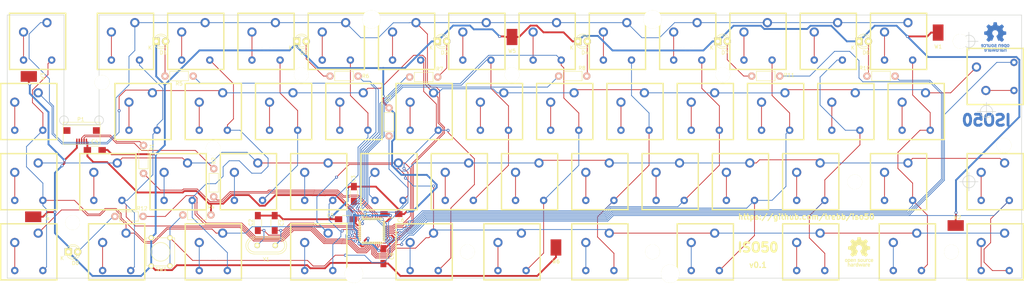
<source format=kicad_pcb>
(kicad_pcb (version 20171130) (host pcbnew "(5.1.12)-1")
  (title_block (title ISO50) (date 2016-10-03) (rev 0.1) (comment 1 https://github.com/trebb/iso50))
  (layers (0 F.Cu signal) (31 B.Cu signal) (35 F.Paste user hide) (37 F.SilkS user hide) (39 F.Mask user hide) (44 Edge.Cuts user))
  (net 0 "")
  (net 1 "Net-(C1-Pad1)")
  (net 2 GND)
  (net 3 "Net-(C2-Pad1)")
  (net 4 "Net-(C3-Pad1)")
  (net 5 VCC)
  (net 6 "Net-(P1-Pad2)")
  (net 7 "Net-(P1-Pad3)")
  (net 8 "Net-(P1-Pad4)")
  (net 9 "Net-(R1-Pad2)")
  (net 10 "Net-(R2-Pad2)")
  (net 11 "Net-(R3-Pad1)")
  (net 12 "Net-(R4-Pad2)")
  (net 13 /row0)
  (net 14 /col0)
  (net 15 /row1)
  (net 16 /row2)
  (net 17 /row3)
  (net 18 /col3)
  (net 19 /col6)
  (net 20 /col7)
  (net 21 /col8)
  (net 22 /col9)
  (net 23 /colB)
  (net 24 /colA)
  (net 25 /colC)
  (net 26 /colD)
  (net 27 /col1)
  (net 28 /col2)
  (net 29 /col4)
  (net 30 /col5)
  (net 31 /led6)
  (net 32 /led4)
  (net 33 "Net-(U1-Pad42)")
  (net 34 "Net-(U00-Pad1)")
  (net 35 "Net-(U01-Pad1)")
  (net 36 "Net-(U02-Pad1)")
  (net 37 "Net-(U03-Pad1)")
  (net 38 "Net-(U04-Pad1)")
  (net 39 "Net-(U05-Pad1)")
  (net 40 "Net-(U06-Pad1)")
  (net 41 "Net-(U07-Pad1)")
  (net 42 "Net-(U08-Pad1)")
  (net 43 "Net-(U09-Pad1)")
  (net 44 "Net-(U010-Pad1)")
  (net 45 "Net-(U10-Pad1)")
  (net 46 "Net-(U011-Pad1)")
  (net 47 "Net-(U11-Pad1)")
  (net 48 "Net-(U012-Pad1)")
  (net 49 "Net-(U12-Pad1)")
  (net 50 "Net-(U13-Pad1)")
  (net 51 "Net-(U14-Pad1)")
  (net 52 "Net-(U15-Pad1)")
  (net 53 "Net-(U16-Pad1)")
  (net 54 "Net-(U17-Pad1)")
  (net 55 "Net-(U18-Pad1)")
  (net 56 "Net-(U19-Pad1)")
  (net 57 "Net-(U20-Pad1)")
  (net 58 "Net-(U21-Pad1)")
  (net 59 "Net-(U22-Pad1)")
  (net 60 "Net-(U23-Pad1)")
  (net 61 "Net-(U24-Pad1)")
  (net 62 "Net-(U25-Pad1)")
  (net 63 "Net-(U26-Pad1)")
  (net 64 "Net-(U27-Pad1)")
  (net 65 "Net-(U28-Pad1)")
  (net 66 "Net-(U29-Pad1)")
  (net 67 "Net-(U30-Pad1)")
  (net 68 "Net-(U31-Pad1)")
  (net 69 "Net-(U32-Pad1)")
  (net 70 "Net-(U34-Pad1)")
  (net 71 "Net-(U35-Pad1)")
  (net 72 "Net-(U37-Pad1)")
  (net 73 "Net-(U38-Pad1)")
  (net 74 "Net-(U110-Pad1)")
  (net 75 "Net-(U111-Pad1)")
  (net 76 "Net-(U112-Pad1)")
  (net 77 "Net-(U113-Pad1)")
  (net 78 "Net-(U210-Pad1)")
  (net 79 "Net-(U211-Pad1)")
  (net 80 "Net-(U212-Pad1)")
  (net 81 "Net-(U213-Pad1)")
  (net 82 "Net-(U310-Pad1)")
  (net 83 "Net-(U311-Pad1)")
  (net 84 "Net-(U312-Pad1)")
  (net 85 "Net-(U313-Pad1)")
  (net 86 /led7)
  (net 87 "Net-(D7-Pad2)")
  (net 88 "Net-(D6-Pad2)")
  (net 89 "Net-(D4-Pad2)")
  (net 90 "Net-(D3-Pad2)")
  (net 91 /led3)
  (net 92 "Net-(D2-Pad2)")
  (net 93 "Net-(D1-Pad2)")
  (net 94 "Net-(D0-Pad2)")
  (net 95 /led0)
  (net 96 /led1)
  (net 97 /led2)
  (module iso50:Spring-Contact_SMD (layer F.Cu) (at 235.744 179.784)
    (fp_text reference W6 (at 0 3.81) (layer F.SilkS))
    (fp_text value TEST_1P hide)
    (pad 1 smd rect (at 0 0) (size 2.9 4.4) (layers F.Cu F.Paste F.Mask) (net 2 GND))
  )
  (module iso50:Spring-Contact_SMD (layer F.Cu) (at 223.838 122.634)
    (fp_text reference W5 (at 0 3.81) (layer F.SilkS))
    (fp_text value TEST_1P hide)
    (pad 1 smd rect (at 0 0) (size 2.9 4.4) (layers F.Cu F.Paste F.Mask) (net 2 GND))
  )
  (module iso50:Spring-Contact_SMD (layer F.Cu) (at 94.0594 171.45 90)
    (fp_text reference W4 (at 0 3.81 90) (layer F.SilkS))
    (fp_text value TEST_1P hide)
    (pad 1 smd rect (at 0 0 90) (size 2.9 4.4) (layers F.Cu F.Paste F.Mask) (net 2 GND))
  )
  (module iso50:Spring-Contact_SMD (layer F.Cu) (at 92.8688 133.35 90)
    (fp_text reference W3 (at 0 3.81 90) (layer F.SilkS))
    (fp_text value TEST_1P hide)
    (pad 1 smd rect (at 0 0 90) (size 2.9 4.4) (layers F.Cu F.Paste F.Mask) (net 2 GND))
  )
  (module iso50:Spring-Contact_SMD (layer F.Cu) (at 344.091 173.831 90)
    (fp_text reference W2 (at 2.2225 0.460375 180) (layer F.SilkS))
    (fp_text value TEST_1P hide)
    (pad 1 smd rect (at 0 0 90) (size 2.9 4.4) (layers F.Cu F.Paste F.Mask) (net 2 GND))
  )
  (module iso50:Spring-Contact_SMD (layer F.Cu) (at 339.328 121.444)
    (fp_text reference W1 (at 0 3.81) (layer F.SilkS))
    (fp_text value TEST_1P hide)
    (pad 1 smd rect (at 0 0) (size 2.9 4.4) (layers F.Cu F.Paste F.Mask) (net 2 GND))
  )
  (module Mounting_Holes:MountingHole_4mm (layer F.Cu) (at 142.85 152.889)
    (fp_text reference REF**_16 hide)
    (fp_text value MountingHole_4mm hide)
    (pad 1 np_thru_hole circle (at 0 0) (size 4 4) (drill 4) (layers *.Cu *.Mask F.SilkS))
  )
  (module Mounting_Holes:MountingHole_4mm (layer F.Cu) (at 342.925 181.007)
    (fp_text reference REF**_15 hide)
    (fp_text value MountingHole_4mm hide)
    (pad 1 np_thru_hole circle (at 0 0) (size 4 4) (drill 4) (layers *.Cu *.Mask F.SilkS))
  )
  (module Mounting_Holes:MountingHole_4mm (layer F.Cu) (at 104.75 173.006)
    (fp_text reference REF**_14 hide)
    (fp_text value MountingHole_4mm hide)
    (pad 1 np_thru_hole circle (at 0 0) (size 4 4) (drill 4) (layers *.Cu *.Mask F.SilkS))
  )
  (module Mounting_Holes:MountingHole_4mm (layer F.Cu) (at 211.76 180.981)
    (fp_text reference REF**_13 hide)
    (fp_text value MountingHole_4mm hide)
    (pad 1 np_thru_hole circle (at 0 0) (size 4 4) (drill 4) (layers *.Cu *.Mask F.SilkS))
  )
  (module Mounting_Holes:MountingHole_4mm (layer F.Cu) (at 261.925 180.981)
    (fp_text reference REF**_12 hide)
    (fp_text value MountingHole_4mm hide)
    (pad 1 np_thru_hole circle (at 0 0) (size 4 4) (drill 4) (layers *.Cu *.Mask F.SilkS))
  )
  (module Mounting_Holes:MountingHole_4mm (layer F.Cu) (at 316.738 161.982)
    (fp_text reference REF**_11 hide)
    (fp_text value MountingHole_4mm hide)
    (pad 1 np_thru_hole circle (at 0 0) (size 4 4) (drill 4) (layers *.Cu *.Mask F.SilkS))
  )
  (module Mounting_Holes:MountingHole_4mm (layer F.Cu) (at 357.175 152.051)
    (fp_text reference REF**_10 hide)
    (fp_text value MountingHole_4mm hide)
    (pad 1 np_thru_hole circle (at 0 0) (size 4 4) (drill 4) (layers *.Cu *.Mask F.SilkS))
  )
  (module Mounting_Holes:MountingHole_4mm (layer F.Cu) (at 345.313 123.806)
    (fp_text reference REF**_9 hide)
    (fp_text value MountingHole_4mm hide)
    (pad 1 np_thru_hole circle (at 0 0) (size 4 4) (drill 4) (layers *.Cu *.Mask F.SilkS))
  )
  (module Mounting_Holes:MountingHole_4mm (layer F.Cu) (at 280.975 132.874)
    (fp_text reference REF**_8 hide)
    (fp_text value MountingHole_4mm hide)
    (pad 1 np_thru_hole circle (at 0 0) (size 4 4) (drill 4) (layers *.Cu *.Mask F.SilkS))
  )
  (module Mounting_Holes:MountingHole_4mm (layer F.Cu) (at 223.825 132.874)
    (fp_text reference REF**_7 hide)
    (fp_text value MountingHole_4mm hide)
    (pad 1 np_thru_hole circle (at 0 0) (size 4 4) (drill 4) (layers *.Cu *.Mask F.SilkS))
  )
  (module Mounting_Holes:MountingHole_4mm (layer F.Cu) (at 166.726 132.874)
    (fp_text reference REF**_6 hide)
    (fp_text value MountingHole_4mm hide)
    (pad 1 np_thru_hole circle (at 0 0) (size 4 4) (drill 4) (layers *.Cu *.Mask F.SilkS))
  )
  (module Mounting_Holes:MountingHole_4mm (layer F.Cu) (at 112.7 134.982)
    (fp_text reference REF**_5 hide)
    (fp_text value MountingHole_4mm hide)
    (pad 1 np_thru_hole circle (at 0 0) (size 4 4) (drill 4) (layers *.Cu *.Mask F.SilkS))
  )
  (module Mounting_Holes:MountingHole_5mm (layer F.Cu) (at 180.975 186.928)
    (fp_text reference REF**_4 hide)
    (fp_text value MountingHole_5mm hide)
    (pad 1 np_thru_hole circle (at 0 0) (size 5 5) (drill 5) (layers *.Cu *.Mask F.SilkS))
  )
  (module Mounting_Holes:MountingHole_5mm (layer F.Cu) (at 266.7 186.928)
    (fp_text reference REF**_3 hide)
    (fp_text value MountingHole_5mm hide)
    (pad 1 np_thru_hole circle (at 0 0) (size 5 5) (drill 5) (layers *.Cu *.Mask F.SilkS))
  )
  (module Mounting_Holes:MountingHole_5mm (layer F.Cu) (at 261.938 117.872)
    (fp_text reference REF**_2 hide)
    (fp_text value MountingHole_5mm hide)
    (pad 1 np_thru_hole circle (at 0 0) (size 5 5) (drill 5) (layers *.Cu *.Mask F.SilkS))
  )
  (module Mounting_Holes:MountingHole_5mm (layer F.Cu) (at 185.738 117.872)
    (fp_text reference REF** hide)
    (fp_text value MountingHole_5mm hide)
    (pad 1 np_thru_hole circle (at 0 0) (size 5 5) (drill 5) (layers *.Cu *.Mask F.SilkS))
  )
  (module iso50:USB_Micro-207A-BBA0-R (layer F.Cu) (at 107.188 146.59 180)
    (fp_text reference P1 (at 0.23114 1.57734 180) (layer F.SilkS))
    (fp_text value USB hide)
    (pad 6 smd rect (at 4 -1.45 270) (size 1.8 1.9) (layers F.Cu F.Paste F.Mask))
    (pad "" np_thru_hole circle (at -1.9 -3.8 270) (size 0.8 0.8) (drill 0.8) (layers *.Cu *.Mask F.SilkS))
    (pad 1 smd rect (at -1.3 -4.341 270) (size 1.4 0.4) (layers F.Cu F.Paste F.Mask) (net 5 VCC))
    (pad 2 smd rect (at -0.65 -4.341 270) (size 1.4 0.4) (layers F.Cu F.Paste F.Mask) (net 6 "Net-(P1-Pad2)"))
    (pad 3 smd rect (at -0.0009 -4.341 270) (size 1.4 0.4) (layers F.Cu F.Paste F.Mask) (net 7 "Net-(P1-Pad3)"))
    (pad 4 smd rect (at 0.65 -4.341 270) (size 1.4 0.4) (layers F.Cu F.Paste F.Mask) (net 8 "Net-(P1-Pad4)"))
    (pad 5 smd rect (at 1.3 -4.341 270) (size 1.4 0.4) (layers F.Cu F.Paste F.Mask) (net 2 GND))
    (pad "" np_thru_hole circle (at 1.9 -3.8 270) (size 0.8 0.8) (drill 0.8) (layers *.Cu *.Mask F.SilkS))
    (pad 6 smd rect (at -4 -1.45 270) (size 1.8 1.9) (layers F.Cu F.Paste F.Mask))
  )
  (module LEDs:LED-3MM (layer F.Cu) (at 103.584 180.975)
    (fp_text reference D0 (at 1.91 3.06) (layer F.SilkS))
    (fp_text value Led_Small)
    (fp_text user K (at -1.69 1.74) (layer F.SilkS))
    (pad 1 thru_hole rect (at 0 0 90) (size 2 2) (drill 1.00076) (layers *.Cu *.Mask F.SilkS) (net 2 GND))
    (pad 2 thru_hole circle (at 2.54 0) (size 2 2) (drill 1.00076) (layers *.Cu *.Mask F.SilkS) (net 94 "Net-(D0-Pad2)"))
  )
  (module LEDs:LED-3MM (layer F.Cu) (at 127.397 123.825)
    (fp_text reference D1 (at 1.91 3.06) (layer F.SilkS))
    (fp_text value Led_Small)
    (fp_text user K (at -1.69 1.74) (layer F.SilkS))
    (pad 1 thru_hole rect (at 0 0 90) (size 2 2) (drill 1.00076) (layers *.Cu *.Mask F.SilkS) (net 2 GND))
    (pad 2 thru_hole circle (at 2.54 0) (size 2 2) (drill 1.00076) (layers *.Cu *.Mask F.SilkS) (net 93 "Net-(D1-Pad2)"))
  )
  (module LEDs:LED-3MM (layer F.Cu) (at 165.497 123.825)
    (fp_text reference D2 (at 1.91 3.06) (layer F.SilkS))
    (fp_text value Led_Small)
    (fp_text user K (at -1.69 1.74) (layer F.SilkS))
    (pad 1 thru_hole rect (at 0 0 90) (size 2 2) (drill 1.00076) (layers *.Cu *.Mask F.SilkS) (net 2 GND))
    (pad 2 thru_hole circle (at 2.54 0) (size 2 2) (drill 1.00076) (layers *.Cu *.Mask F.SilkS) (net 92 "Net-(D2-Pad2)"))
  )
  (module LEDs:LED-3MM (layer F.Cu) (at 203.597 123.825)
    (fp_text reference D3 (at 1.91 3.06) (layer F.SilkS))
    (fp_text value Led_Small)
    (fp_text user K (at -1.69 1.74) (layer F.SilkS))
    (pad 1 thru_hole rect (at 0 0 90) (size 2 2) (drill 1.00076) (layers *.Cu *.Mask F.SilkS) (net 2 GND))
    (pad 2 thru_hole circle (at 2.54 0) (size 2 2) (drill 1.00076) (layers *.Cu *.Mask F.SilkS) (net 90 "Net-(D3-Pad2)"))
  )
  (module LEDs:LED-3MM (layer F.Cu) (at 241.697 123.825)
    (fp_text reference D4 (at 1.91 3.06) (layer F.SilkS))
    (fp_text value Led_Small)
    (fp_text user K (at -1.69 1.74) (layer F.SilkS))
    (pad 1 thru_hole rect (at 0 0 90) (size 2 2) (drill 1.00076) (layers *.Cu *.Mask F.SilkS) (net 2 GND))
    (pad 2 thru_hole circle (at 2.54 0) (size 2 2) (drill 1.00076) (layers *.Cu *.Mask F.SilkS) (net 89 "Net-(D4-Pad2)"))
  )
  (module LEDs:LED-3MM (layer F.Cu) (at 317.897 123.825)
    (fp_text reference D6 (at 1.91 3.06) (layer F.SilkS))
    (fp_text value Led_Small)
    (fp_text user K (at -1.69 1.74) (layer F.SilkS))
    (pad 1 thru_hole rect (at 0 0 90) (size 2 2) (drill 1.00076) (layers *.Cu *.Mask F.SilkS) (net 2 GND))
    (pad 2 thru_hole circle (at 2.54 0) (size 2 2) (drill 1.00076) (layers *.Cu *.Mask F.SilkS) (net 88 "Net-(D6-Pad2)"))
  )
  (module LEDs:LED-3MM (layer F.Cu) (at 279.638 123.825)
    (fp_text reference D7 (at 1.91 3.06) (layer F.SilkS))
    (fp_text value Led_Small)
    (fp_text user K (at -1.69 1.74) (layer F.SilkS))
    (pad 1 thru_hole rect (at 0 0 90) (size 2 2) (drill 1.00076) (layers *.Cu *.Mask F.SilkS) (net 2 GND))
    (pad 2 thru_hole circle (at 2.54 0) (size 2 2) (drill 1.00076) (layers *.Cu *.Mask F.SilkS) (net 87 "Net-(D7-Pad2)"))
  )
  (module Resistors_ThroughHole:Resistor_Horizontal_RM7mm (layer F.Cu) (at 129.794 133.255)
    (fp_text reference R5 (at 3.81 2.032) (layer F.SilkS))
    (fp_text value 330)
    (pad 1 thru_hole circle (at 0 0) (size 1.99898 1.99898) (drill 1.00076) (layers *.Cu *.SilkS *.Mask) (net 93 "Net-(D1-Pad2)"))
    (pad 2 thru_hole circle (at 7.62 0) (size 1.99898 1.99898) (drill 1.00076) (layers *.Cu *.SilkS *.Mask) (net 96 /led1))
  )
  (module Resistors_ThroughHole:Resistor_Horizontal_RM7mm (layer F.Cu) (at 174.498 133.255)
    (fp_text reference R6 (at 9.652 0) (layer F.SilkS))
    (fp_text value 330)
    (pad 1 thru_hole circle (at 0 0) (size 1.99898 1.99898) (drill 1.00076) (layers *.Cu *.SilkS *.Mask) (net 92 "Net-(D2-Pad2)"))
    (pad 2 thru_hole circle (at 7.62 0) (size 1.99898 1.99898) (drill 1.00076) (layers *.Cu *.SilkS *.Mask) (net 97 /led2))
  )
  (module Resistors_ThroughHole:Resistor_Horizontal_RM7mm (layer F.Cu) (at 244.094 133.255 180)
    (fp_text reference R8 (at 1.27 2.159 180) (layer F.SilkS))
    (fp_text value 330)
    (pad 1 thru_hole circle (at 0 0 180) (size 1.99898 1.99898) (drill 1.00076) (layers *.Cu *.SilkS *.Mask) (net 89 "Net-(D4-Pad2)"))
    (pad 2 thru_hole circle (at 7.62 0 180) (size 1.99898 1.99898) (drill 1.00076) (layers *.Cu *.SilkS *.Mask) (net 32 /led4))
  )
  (module Resistors_ThroughHole:Resistor_Horizontal_RM7mm (layer F.Cu) (at 320.04 133.255)
    (fp_text reference R10 (at -0.635 -2.159) (layer F.SilkS))
    (fp_text value 330)
    (pad 1 thru_hole circle (at 0 0) (size 1.99898 1.99898) (drill 1.00076) (layers *.Cu *.SilkS *.Mask) (net 88 "Net-(D6-Pad2)"))
    (pad 2 thru_hole circle (at 7.62 0) (size 1.99898 1.99898) (drill 1.00076) (layers *.Cu *.SilkS *.Mask) (net 31 /led6))
  )
  (module Resistors_ThroughHole:Resistor_Horizontal_RM7mm (layer F.Cu) (at 288.798 133.255)
    (fp_text reference R11 (at 10.16 -0.254) (layer F.SilkS))
    (fp_text value 330)
    (pad 1 thru_hole circle (at 0 0) (size 1.99898 1.99898) (drill 1.00076) (layers *.Cu *.SilkS *.Mask) (net 87 "Net-(D7-Pad2)"))
    (pad 2 thru_hole circle (at 7.62 0) (size 1.99898 1.99898) (drill 1.00076) (layers *.Cu *.SilkS *.Mask) (net 86 /led7))
  )
  (module Resistors_ThroughHole:Resistor_Horizontal_RM7mm (layer F.Cu) (at 116.205 171.355)
    (fp_text reference R12 (at 7.366 -2.159) (layer F.SilkS))
    (fp_text value 330)
    (pad 1 thru_hole circle (at 0 0) (size 1.99898 1.99898) (drill 1.00076) (layers *.Cu *.SilkS *.Mask) (net 94 "Net-(D0-Pad2)"))
    (pad 2 thru_hole circle (at 7.62 0) (size 1.99898 1.99898) (drill 1.00076) (layers *.Cu *.SilkS *.Mask) (net 95 /led0))
  )
  (module Capacitors_SMD1:C_1206_HandSoldering (layer F.Cu) (at 159.512 173.133 90)
    (fp_text reference C1 (at 0.127 1.905 90) (layer F.SilkS))
    (fp_text value 18p)
    (pad 1 smd rect (at -2 0 90) (size 2 1.6) (layers F.Cu F.Paste F.Mask) (net 1 "Net-(C1-Pad1)"))
    (pad 2 smd rect (at 2 0 90) (size 2 1.6) (layers F.Cu F.Paste F.Mask) (net 2 GND))
  )
  (module Capacitors_SMD1:C_1206_HandSoldering (layer F.Cu) (at 154.94 173.133 90)
    (fp_text reference C2 (at 0.127 -1.905 90) (layer F.SilkS))
    (fp_text value 18p)
    (pad 1 smd rect (at -2 0 90) (size 2 1.6) (layers F.Cu F.Paste F.Mask) (net 3 "Net-(C2-Pad1)"))
    (pad 2 smd rect (at 2 0 90) (size 2 1.6) (layers F.Cu F.Paste F.Mask) (net 2 GND))
  )
  (module Capacitors_SMD1:C_1206_HandSoldering (layer F.Cu) (at 180.975 165.259 90)
    (fp_text reference C3 (at 4.064 -0.127 90) (layer F.SilkS))
    (fp_text value 1u)
    (pad 1 smd rect (at -2 0 90) (size 2 1.6) (layers F.Cu F.Paste F.Mask) (net 4 "Net-(C3-Pad1)"))
    (pad 2 smd rect (at 2 0 90) (size 2 1.6) (layers F.Cu F.Paste F.Mask) (net 2 GND))
  )
  (module Capacitors_SMD1:C_1206_HandSoldering (layer F.Cu) (at 110.744 153.321)
    (fp_text reference C4 (at 0 -2.3) (layer F.SilkS))
    (fp_text value 1u)
    (pad 1 smd rect (at -2 0) (size 2 1.6) (layers F.Cu F.Paste F.Mask) (net 5 VCC))
    (pad 2 smd rect (at 2 0) (size 2 1.6) (layers F.Cu F.Paste F.Mask) (net 2 GND))
  )
  (module Capacitors_SMD1:C_1206_HandSoldering (layer F.Cu) (at 178.816 172.117 180)
    (fp_text reference C5 (at 4.191 1.016 180) (layer F.SilkS))
    (fp_text value 100n)
    (pad 1 smd rect (at -2 0 180) (size 2 1.6) (layers F.Cu F.Paste F.Mask) (net 5 VCC))
    (pad 2 smd rect (at 2 0 180) (size 2 1.6) (layers F.Cu F.Paste F.Mask) (net 2 GND))
  )
  (module Capacitors_SMD1:C_1206_HandSoldering (layer F.Cu) (at 191.135 170.72)
    (fp_text reference C6 (at 2.54 1.651) (layer F.SilkS))
    (fp_text value 100n)
    (pad 1 smd rect (at -2 0) (size 2 1.6) (layers F.Cu F.Paste F.Mask) (net 5 VCC))
    (pad 2 smd rect (at 2 0) (size 2 1.6) (layers F.Cu F.Paste F.Mask) (net 2 GND))
  )
  (module Capacitors_SMD1:C_1206_HandSoldering (layer F.Cu) (at 188.976 182.15 270)
    (fp_text reference C8 (at 0 -2.3 270) (layer F.SilkS))
    (fp_text value 100n)
    (pad 1 smd rect (at -2 0 270) (size 2 1.6) (layers F.Cu F.Paste F.Mask) (net 5 VCC))
    (pad 2 smd rect (at 2 0 270) (size 2 1.6) (layers F.Cu F.Paste F.Mask) (net 2 GND))
  )
  (module Crystals:Crystal_HC49-U_Vertical (layer F.Cu) (at 157.226 179.229 180)
    (fp_text reference Y1 (at 0 -3.81 180) (layer F.SilkS))
    (fp_text value HC49S)
    (pad 1 thru_hole circle (at -2.44094 0 180) (size 1.50114 1.50114) (drill 0.8001) (layers *.Cu *.Mask F.SilkS) (net 1 "Net-(C1-Pad1)"))
    (pad 2 thru_hole circle (at 2.44094 0 180) (size 1.50114 1.50114) (drill 0.8001) (layers *.Cu *.Mask F.SilkS) (net 3 "Net-(C2-Pad1)"))
  )
  (module iso50:MXDIODE (layer F.Cu) (at 354.806 180.975)
    (fp_text reference U313 hide)
    (fp_text value MX-DI hide)
    (pad 4 thru_hole circle (at 3.81 5.08) (size 2 2) (drill 1) (layers *.Cu *.Mask) (net 26 /colD))
    (pad 3 thru_hole circle (at -3.81 5.08) (size 2 2) (drill 1) (layers *.Cu *.Mask) (net 85 "Net-(U313-Pad1)"))
    (pad "" np_thru_hole circle (at 0 0) (size 4 4) (drill 4) (layers *.Cu *.Mask))
    (pad 2 thru_hole circle (at 2.54 -5.08) (size 2.49936 2.49936) (drill 1.50114) (layers *.Cu *.Mask) (net 17 /row3))
    (pad 1 thru_hole circle (at -3.81 -2.54) (size 2.49936 2.49936) (drill 1.50114) (layers *.Cu *.Mask) (net 85 "Net-(U313-Pad1)"))
  )
  (module iso50:MXDIODE (layer F.Cu) (at 330.994 180.975)
    (fp_text reference U312 hide)
    (fp_text value MX-DI hide)
    (pad 4 thru_hole circle (at 3.81 5.08) (size 2 2) (drill 1) (layers *.Cu *.Mask) (net 25 /colC))
    (pad 3 thru_hole circle (at -3.81 5.08) (size 2 2) (drill 1) (layers *.Cu *.Mask) (net 84 "Net-(U312-Pad1)"))
    (pad "" np_thru_hole circle (at 0 0) (size 4 4) (drill 4) (layers *.Cu *.Mask))
    (pad 2 thru_hole circle (at 2.54 -5.08) (size 2.49936 2.49936) (drill 1.50114) (layers *.Cu *.Mask) (net 17 /row3))
    (pad 1 thru_hole circle (at -3.81 -2.54) (size 2.49936 2.49936) (drill 1.50114) (layers *.Cu *.Mask) (net 84 "Net-(U312-Pad1)"))
  )
  (module iso50:MXDIODE (layer F.Cu) (at 304.8 180.975)
    (fp_text reference U311 hide)
    (fp_text value MX-DI hide)
    (pad 4 thru_hole circle (at 3.81 5.08) (size 2 2) (drill 1) (layers *.Cu *.Mask) (net 23 /colB))
    (pad 3 thru_hole circle (at -3.81 5.08) (size 2 2) (drill 1) (layers *.Cu *.Mask) (net 83 "Net-(U311-Pad1)"))
    (pad "" np_thru_hole circle (at 0 0) (size 4 4) (drill 4) (layers *.Cu *.Mask))
    (pad 2 thru_hole circle (at 2.54 -5.08) (size 2.49936 2.49936) (drill 1.50114) (layers *.Cu *.Mask) (net 17 /row3))
    (pad 1 thru_hole circle (at -3.81 -2.54) (size 2.49936 2.49936) (drill 1.50114) (layers *.Cu *.Mask) (net 83 "Net-(U311-Pad1)"))
  )
  (module iso50:MXDIODE (layer F.Cu) (at 276.225 180.975)
    (fp_text reference U310 hide)
    (fp_text value MX-DI hide)
    (pad 4 thru_hole circle (at 3.81 5.08) (size 2 2) (drill 1) (layers *.Cu *.Mask) (net 24 /colA))
    (pad 3 thru_hole circle (at -3.81 5.08) (size 2 2) (drill 1) (layers *.Cu *.Mask) (net 82 "Net-(U310-Pad1)"))
    (pad "" np_thru_hole circle (at 0 0) (size 4 4) (drill 4) (layers *.Cu *.Mask))
    (pad 2 thru_hole circle (at 2.54 -5.08) (size 2.49936 2.49936) (drill 1.50114) (layers *.Cu *.Mask) (net 17 /row3))
    (pad 1 thru_hole circle (at -3.81 -2.54) (size 2.49936 2.49936) (drill 1.50114) (layers *.Cu *.Mask) (net 82 "Net-(U310-Pad1)"))
  )
  (module iso50:MXDIODE (layer F.Cu) (at 354.806 161.925)
    (fp_text reference U213 hide)
    (fp_text value MX-DI hide)
    (pad 4 thru_hole circle (at 3.81 5.08) (size 2 2) (drill 1) (layers *.Cu *.Mask) (net 26 /colD))
    (pad 3 thru_hole circle (at -3.81 5.08) (size 2 2) (drill 1) (layers *.Cu *.Mask) (net 81 "Net-(U213-Pad1)"))
    (pad "" np_thru_hole circle (at 0 0) (size 4 4) (drill 4) (layers *.Cu *.Mask))
    (pad 2 thru_hole circle (at 2.54 -5.08) (size 2.49936 2.49936) (drill 1.50114) (layers *.Cu *.Mask) (net 16 /row2))
    (pad 1 thru_hole circle (at -3.81 -2.54) (size 2.49936 2.49936) (drill 1.50114) (layers *.Cu *.Mask) (net 81 "Net-(U213-Pad1)"))
  )
  (module iso50:MXDIODE (layer F.Cu) (at 328.612 161.925)
    (fp_text reference U212 hide)
    (fp_text value MX-DI hide)
    (pad 4 thru_hole circle (at 3.81 5.08) (size 2 2) (drill 1) (layers *.Cu *.Mask) (net 25 /colC))
    (pad 3 thru_hole circle (at -3.81 5.08) (size 2 2) (drill 1) (layers *.Cu *.Mask) (net 80 "Net-(U212-Pad1)"))
    (pad "" np_thru_hole circle (at 0 0) (size 4 4) (drill 4) (layers *.Cu *.Mask))
    (pad 2 thru_hole circle (at 2.54 -5.08) (size 2.49936 2.49936) (drill 1.50114) (layers *.Cu *.Mask) (net 16 /row2))
    (pad 1 thru_hole circle (at -3.81 -2.54) (size 2.49936 2.49936) (drill 1.50114) (layers *.Cu *.Mask) (net 80 "Net-(U212-Pad1)"))
  )
  (module iso50:MXDIODE (layer F.Cu) (at 304.8 161.925)
    (fp_text reference U211 hide)
    (fp_text value MX-DI hide)
    (pad 4 thru_hole circle (at 3.81 5.08) (size 2 2) (drill 1) (layers *.Cu *.Mask) (net 23 /colB))
    (pad 3 thru_hole circle (at -3.81 5.08) (size 2 2) (drill 1) (layers *.Cu *.Mask) (net 79 "Net-(U211-Pad1)"))
    (pad "" np_thru_hole circle (at 0 0) (size 4 4) (drill 4) (layers *.Cu *.Mask))
    (pad 2 thru_hole circle (at 2.54 -5.08) (size 2.49936 2.49936) (drill 1.50114) (layers *.Cu *.Mask) (net 16 /row2))
    (pad 1 thru_hole circle (at -3.81 -2.54) (size 2.49936 2.49936) (drill 1.50114) (layers *.Cu *.Mask) (net 79 "Net-(U211-Pad1)"))
  )
  (module iso50:MXDIODE (layer F.Cu) (at 285.75 161.925)
    (fp_text reference U210 hide)
    (fp_text value MX-DI hide)
    (pad 4 thru_hole circle (at 3.81 5.08) (size 2 2) (drill 1) (layers *.Cu *.Mask) (net 24 /colA))
    (pad 3 thru_hole circle (at -3.81 5.08) (size 2 2) (drill 1) (layers *.Cu *.Mask) (net 78 "Net-(U210-Pad1)"))
    (pad "" np_thru_hole circle (at 0 0) (size 4 4) (drill 4) (layers *.Cu *.Mask))
    (pad 2 thru_hole circle (at 2.54 -5.08) (size 2.49936 2.49936) (drill 1.50114) (layers *.Cu *.Mask) (net 16 /row2))
    (pad 1 thru_hole circle (at -3.81 -2.54) (size 2.49936 2.49936) (drill 1.50114) (layers *.Cu *.Mask) (net 78 "Net-(U210-Pad1)"))
  )
  (module iso50:MXDIODE (layer F.Cu) (at 354.806 133.35 90)
    (fp_text reference U113 hide)
    (fp_text value MX-DI hide)
    (pad 4 thru_hole circle (at 3.81 5.08 90) (size 2 2) (drill 1) (layers *.Cu *.Mask) (net 26 /colD))
    (pad 3 thru_hole circle (at -3.81 5.08 90) (size 2 2) (drill 1) (layers *.Cu *.Mask) (net 77 "Net-(U113-Pad1)"))
    (pad "" np_thru_hole circle (at 0 0 90) (size 4 4) (drill 4) (layers *.Cu *.Mask))
    (pad 2 thru_hole circle (at 2.54 -5.08 90) (size 2.49936 2.49936) (drill 1.50114) (layers *.Cu *.Mask) (net 15 /row1))
    (pad 1 thru_hole circle (at -3.81 -2.54 90) (size 2.49936 2.49936) (drill 1.50114) (layers *.Cu *.Mask) (net 77 "Net-(U113-Pad1)"))
  )
  (module iso50:MXDIODE (layer F.Cu) (at 333.375 142.875)
    (fp_text reference U112 hide)
    (fp_text value MX-DI hide)
    (pad 4 thru_hole circle (at 3.81 5.08) (size 2 2) (drill 1) (layers *.Cu *.Mask) (net 25 /colC))
    (pad 3 thru_hole circle (at -3.81 5.08) (size 2 2) (drill 1) (layers *.Cu *.Mask) (net 76 "Net-(U112-Pad1)"))
    (pad "" np_thru_hole circle (at 0 0) (size 4 4) (drill 4) (layers *.Cu *.Mask))
    (pad 2 thru_hole circle (at 2.54 -5.08) (size 2.49936 2.49936) (drill 1.50114) (layers *.Cu *.Mask) (net 15 /row1))
    (pad 1 thru_hole circle (at -3.81 -2.54) (size 2.49936 2.49936) (drill 1.50114) (layers *.Cu *.Mask) (net 76 "Net-(U112-Pad1)"))
  )
  (module iso50:MXDIODE (layer F.Cu) (at 314.325 142.875)
    (fp_text reference U111 hide)
    (fp_text value MX-DI hide)
    (pad 4 thru_hole circle (at 3.81 5.08) (size 2 2) (drill 1) (layers *.Cu *.Mask) (net 23 /colB))
    (pad 3 thru_hole circle (at -3.81 5.08) (size 2 2) (drill 1) (layers *.Cu *.Mask) (net 75 "Net-(U111-Pad1)"))
    (pad "" np_thru_hole circle (at 0 0) (size 4 4) (drill 4) (layers *.Cu *.Mask))
    (pad 2 thru_hole circle (at 2.54 -5.08) (size 2.49936 2.49936) (drill 1.50114) (layers *.Cu *.Mask) (net 15 /row1))
    (pad 1 thru_hole circle (at -3.81 -2.54) (size 2.49936 2.49936) (drill 1.50114) (layers *.Cu *.Mask) (net 75 "Net-(U111-Pad1)"))
  )
  (module iso50:MXDIODE (layer F.Cu) (at 295.275 142.875)
    (fp_text reference U110 hide)
    (fp_text value MX-DI hide)
    (pad 4 thru_hole circle (at 3.81 5.08) (size 2 2) (drill 1) (layers *.Cu *.Mask) (net 24 /colA))
    (pad 3 thru_hole circle (at -3.81 5.08) (size 2 2) (drill 1) (layers *.Cu *.Mask) (net 74 "Net-(U110-Pad1)"))
    (pad "" np_thru_hole circle (at 0 0) (size 4 4) (drill 4) (layers *.Cu *.Mask))
    (pad 2 thru_hole circle (at 2.54 -5.08) (size 2.49936 2.49936) (drill 1.50114) (layers *.Cu *.Mask) (net 15 /row1))
    (pad 1 thru_hole circle (at -3.81 -2.54) (size 2.49936 2.49936) (drill 1.50114) (layers *.Cu *.Mask) (net 74 "Net-(U110-Pad1)"))
  )
  (module iso50:MXDIODE (layer F.Cu) (at 247.65 180.975)
    (fp_text reference U38 hide)
    (fp_text value MX-DI hide)
    (pad 4 thru_hole circle (at 3.81 5.08) (size 2 2) (drill 1) (layers *.Cu *.Mask) (net 21 /col8))
    (pad 3 thru_hole circle (at -3.81 5.08) (size 2 2) (drill 1) (layers *.Cu *.Mask) (net 73 "Net-(U38-Pad1)"))
    (pad "" np_thru_hole circle (at 0 0) (size 4 4) (drill 4) (layers *.Cu *.Mask))
    (pad 2 thru_hole circle (at 2.54 -5.08) (size 2.49936 2.49936) (drill 1.50114) (layers *.Cu *.Mask) (net 17 /row3))
    (pad 1 thru_hole circle (at -3.81 -2.54) (size 2.49936 2.49936) (drill 1.50114) (layers *.Cu *.Mask) (net 73 "Net-(U38-Pad1)"))
  )
  (module iso50:MXDIODE (layer F.Cu) (at 223.838 180.975)
    (fp_text reference U37 hide)
    (fp_text value MX-DI hide)
    (pad 4 thru_hole circle (at 3.81 5.08) (size 2 2) (drill 1) (layers *.Cu *.Mask) (net 20 /col7))
    (pad 3 thru_hole circle (at -3.81 5.08) (size 2 2) (drill 1) (layers *.Cu *.Mask) (net 72 "Net-(U37-Pad1)"))
    (pad "" np_thru_hole circle (at 0 0) (size 4 4) (drill 4) (layers *.Cu *.Mask))
    (pad 2 thru_hole circle (at 2.54 -5.08) (size 2.49936 2.49936) (drill 1.50114) (layers *.Cu *.Mask) (net 17 /row3))
    (pad 1 thru_hole circle (at -3.81 -2.54) (size 2.49936 2.49936) (drill 1.50114) (layers *.Cu *.Mask) (net 72 "Net-(U37-Pad1)"))
  )
  (module iso50:MXDIODE (layer F.Cu) (at 200.025 180.975)
    (fp_text reference U35 hide)
    (fp_text value MX-DI hide)
    (pad 4 thru_hole circle (at 3.81 5.08) (size 2 2) (drill 1) (layers *.Cu *.Mask) (net 30 /col5))
    (pad 3 thru_hole circle (at -3.81 5.08) (size 2 2) (drill 1) (layers *.Cu *.Mask) (net 71 "Net-(U35-Pad1)"))
    (pad "" np_thru_hole circle (at 0 0) (size 4 4) (drill 4) (layers *.Cu *.Mask))
    (pad 2 thru_hole circle (at 2.54 -5.08) (size 2.49936 2.49936) (drill 1.50114) (layers *.Cu *.Mask) (net 17 /row3))
    (pad 1 thru_hole circle (at -3.81 -2.54) (size 2.49936 2.49936) (drill 1.50114) (layers *.Cu *.Mask) (net 71 "Net-(U35-Pad1)"))
  )
  (module iso50:MXDIODE (layer F.Cu) (at 171.45 180.975)
    (fp_text reference U34 hide)
    (fp_text value MX-DI hide)
    (pad 4 thru_hole circle (at 3.81 5.08) (size 2 2) (drill 1) (layers *.Cu *.Mask) (net 29 /col4))
    (pad 3 thru_hole circle (at -3.81 5.08) (size 2 2) (drill 1) (layers *.Cu *.Mask) (net 70 "Net-(U34-Pad1)"))
    (pad "" np_thru_hole circle (at 0 0) (size 4 4) (drill 4) (layers *.Cu *.Mask))
    (pad 2 thru_hole circle (at 2.54 -5.08) (size 2.49936 2.49936) (drill 1.50114) (layers *.Cu *.Mask) (net 17 /row3))
    (pad 1 thru_hole circle (at -3.81 -2.54) (size 2.49936 2.49936) (drill 1.50114) (layers *.Cu *.Mask) (net 70 "Net-(U34-Pad1)"))
  )
  (module iso50:MXDIODE (layer F.Cu) (at 142.875 180.975)
    (fp_text reference U32 hide)
    (fp_text value MX-DI hide)
    (pad 4 thru_hole circle (at 3.81 5.08) (size 2 2) (drill 1) (layers *.Cu *.Mask) (net 28 /col2))
    (pad 3 thru_hole circle (at -3.81 5.08) (size 2 2) (drill 1) (layers *.Cu *.Mask) (net 69 "Net-(U32-Pad1)"))
    (pad "" np_thru_hole circle (at 0 0) (size 4 4) (drill 4) (layers *.Cu *.Mask))
    (pad 2 thru_hole circle (at 2.54 -5.08) (size 2.49936 2.49936) (drill 1.50114) (layers *.Cu *.Mask) (net 17 /row3))
    (pad 1 thru_hole circle (at -3.81 -2.54) (size 2.49936 2.49936) (drill 1.50114) (layers *.Cu *.Mask) (net 69 "Net-(U32-Pad1)"))
  )
  (module iso50:MXDIODE (layer F.Cu) (at 116.681 180.975)
    (fp_text reference U31 hide)
    (fp_text value MX-DI hide)
    (pad 4 thru_hole circle (at 3.81 5.08) (size 2 2) (drill 1) (layers *.Cu *.Mask) (net 27 /col1))
    (pad 3 thru_hole circle (at -3.81 5.08) (size 2 2) (drill 1) (layers *.Cu *.Mask) (net 68 "Net-(U31-Pad1)"))
    (pad "" np_thru_hole circle (at 0 0) (size 4 4) (drill 4) (layers *.Cu *.Mask))
    (pad 2 thru_hole circle (at 2.54 -5.08) (size 2.49936 2.49936) (drill 1.50114) (layers *.Cu *.Mask) (net 17 /row3))
    (pad 1 thru_hole circle (at -3.81 -2.54) (size 2.49936 2.49936) (drill 1.50114) (layers *.Cu *.Mask) (net 68 "Net-(U31-Pad1)"))
  )
  (module iso50:MXDIODE (layer F.Cu) (at 266.7 161.925)
    (fp_text reference U29 hide)
    (fp_text value MX-DI hide)
    (pad 4 thru_hole circle (at 3.81 5.08) (size 2 2) (drill 1) (layers *.Cu *.Mask) (net 22 /col9))
    (pad 3 thru_hole circle (at -3.81 5.08) (size 2 2) (drill 1) (layers *.Cu *.Mask) (net 66 "Net-(U29-Pad1)"))
    (pad "" np_thru_hole circle (at 0 0) (size 4 4) (drill 4) (layers *.Cu *.Mask))
    (pad 2 thru_hole circle (at 2.54 -5.08) (size 2.49936 2.49936) (drill 1.50114) (layers *.Cu *.Mask) (net 16 /row2))
    (pad 1 thru_hole circle (at -3.81 -2.54) (size 2.49936 2.49936) (drill 1.50114) (layers *.Cu *.Mask) (net 66 "Net-(U29-Pad1)"))
  )
  (module iso50:MXDIODE (layer F.Cu) (at 247.65 161.925)
    (fp_text reference U28 hide)
    (fp_text value MX-DI hide)
    (pad 4 thru_hole circle (at 3.81 5.08) (size 2 2) (drill 1) (layers *.Cu *.Mask) (net 21 /col8))
    (pad 3 thru_hole circle (at -3.81 5.08) (size 2 2) (drill 1) (layers *.Cu *.Mask) (net 65 "Net-(U28-Pad1)"))
    (pad "" np_thru_hole circle (at 0 0) (size 4 4) (drill 4) (layers *.Cu *.Mask))
    (pad 2 thru_hole circle (at 2.54 -5.08) (size 2.49936 2.49936) (drill 1.50114) (layers *.Cu *.Mask) (net 16 /row2))
    (pad 1 thru_hole circle (at -3.81 -2.54) (size 2.49936 2.49936) (drill 1.50114) (layers *.Cu *.Mask) (net 65 "Net-(U28-Pad1)"))
  )
  (module iso50:MXDIODE (layer F.Cu) (at 190.5 161.925)
    (fp_text reference U25 hide)
    (fp_text value MX-DI hide)
    (pad 4 thru_hole circle (at 3.81 5.08) (size 2 2) (drill 1) (layers *.Cu *.Mask) (net 30 /col5))
    (pad 3 thru_hole circle (at -3.81 5.08) (size 2 2) (drill 1) (layers *.Cu *.Mask) (net 62 "Net-(U25-Pad1)"))
    (pad "" np_thru_hole circle (at 0 0) (size 4 4) (drill 4) (layers *.Cu *.Mask))
    (pad 2 thru_hole circle (at 2.54 -5.08) (size 2.49936 2.49936) (drill 1.50114) (layers *.Cu *.Mask) (net 16 /row2))
    (pad 1 thru_hole circle (at -3.81 -2.54) (size 2.49936 2.49936) (drill 1.50114) (layers *.Cu *.Mask) (net 62 "Net-(U25-Pad1)"))
  )
  (module iso50:MXDIODE (layer F.Cu) (at 171.45 161.925)
    (fp_text reference U24 hide)
    (fp_text value MX-DI hide)
    (pad 4 thru_hole circle (at 3.81 5.08) (size 2 2) (drill 1) (layers *.Cu *.Mask) (net 29 /col4))
    (pad 3 thru_hole circle (at -3.81 5.08) (size 2 2) (drill 1) (layers *.Cu *.Mask) (net 61 "Net-(U24-Pad1)"))
    (pad "" np_thru_hole circle (at 0 0) (size 4 4) (drill 4) (layers *.Cu *.Mask))
    (pad 2 thru_hole circle (at 2.54 -5.08) (size 2.49936 2.49936) (drill 1.50114) (layers *.Cu *.Mask) (net 16 /row2))
    (pad 1 thru_hole circle (at -3.81 -2.54) (size 2.49936 2.49936) (drill 1.50114) (layers *.Cu *.Mask) (net 61 "Net-(U24-Pad1)"))
  )
  (module iso50:MXDIODE (layer F.Cu) (at 133.35 161.925)
    (fp_text reference U22 hide)
    (fp_text value MX-DI hide)
    (pad 4 thru_hole circle (at 3.81 5.08) (size 2 2) (drill 1) (layers *.Cu *.Mask) (net 28 /col2))
    (pad 3 thru_hole circle (at -3.81 5.08) (size 2 2) (drill 1) (layers *.Cu *.Mask) (net 59 "Net-(U22-Pad1)"))
    (pad "" np_thru_hole circle (at 0 0) (size 4 4) (drill 4) (layers *.Cu *.Mask))
    (pad 2 thru_hole circle (at 2.54 -5.08) (size 2.49936 2.49936) (drill 1.50114) (layers *.Cu *.Mask) (net 16 /row2))
    (pad 1 thru_hole circle (at -3.81 -2.54) (size 2.49936 2.49936) (drill 1.50114) (layers *.Cu *.Mask) (net 59 "Net-(U22-Pad1)"))
  )
  (module iso50:MXDIODE (layer F.Cu) (at 114.3 161.925)
    (fp_text reference U21 hide)
    (fp_text value MX-DI hide)
    (pad 4 thru_hole circle (at 3.81 5.08) (size 2 2) (drill 1) (layers *.Cu *.Mask) (net 27 /col1))
    (pad 3 thru_hole circle (at -3.81 5.08) (size 2 2) (drill 1) (layers *.Cu *.Mask) (net 58 "Net-(U21-Pad1)"))
    (pad "" np_thru_hole circle (at 0 0) (size 4 4) (drill 4) (layers *.Cu *.Mask))
    (pad 2 thru_hole circle (at 2.54 -5.08) (size 2.49936 2.49936) (drill 1.50114) (layers *.Cu *.Mask) (net 16 /row2))
    (pad 1 thru_hole circle (at -3.81 -2.54) (size 2.49936 2.49936) (drill 1.50114) (layers *.Cu *.Mask) (net 58 "Net-(U21-Pad1)"))
  )
  (module iso50:MXDIODE (layer F.Cu) (at 92.8688 161.925)
    (fp_text reference U20 hide)
    (fp_text value MX-DI hide)
    (pad 4 thru_hole circle (at 3.81 5.08) (size 2 2) (drill 1) (layers *.Cu *.Mask) (net 14 /col0))
    (pad 3 thru_hole circle (at -3.81 5.08) (size 2 2) (drill 1) (layers *.Cu *.Mask) (net 57 "Net-(U20-Pad1)"))
    (pad "" np_thru_hole circle (at 0 0) (size 4 4) (drill 4) (layers *.Cu *.Mask))
    (pad 2 thru_hole circle (at 2.54 -5.08) (size 2.49936 2.49936) (drill 1.50114) (layers *.Cu *.Mask) (net 16 /row2))
    (pad 1 thru_hole circle (at -3.81 -2.54) (size 2.49936 2.49936) (drill 1.50114) (layers *.Cu *.Mask) (net 57 "Net-(U20-Pad1)"))
  )
  (module iso50:MXDIODE (layer F.Cu) (at 276.225 142.875)
    (fp_text reference U19 hide)
    (fp_text value MX-DI hide)
    (pad 4 thru_hole circle (at 3.81 5.08) (size 2 2) (drill 1) (layers *.Cu *.Mask) (net 22 /col9))
    (pad 3 thru_hole circle (at -3.81 5.08) (size 2 2) (drill 1) (layers *.Cu *.Mask) (net 56 "Net-(U19-Pad1)"))
    (pad "" np_thru_hole circle (at 0 0) (size 4 4) (drill 4) (layers *.Cu *.Mask))
    (pad 2 thru_hole circle (at 2.54 -5.08) (size 2.49936 2.49936) (drill 1.50114) (layers *.Cu *.Mask) (net 15 /row1))
    (pad 1 thru_hole circle (at -3.81 -2.54) (size 2.49936 2.49936) (drill 1.50114) (layers *.Cu *.Mask) (net 56 "Net-(U19-Pad1)"))
  )
  (module iso50:MXDIODE (layer F.Cu) (at 257.175 142.875)
    (fp_text reference U18 hide)
    (fp_text value MX-DI hide)
    (pad 4 thru_hole circle (at 3.81 5.08) (size 2 2) (drill 1) (layers *.Cu *.Mask) (net 21 /col8))
    (pad 3 thru_hole circle (at -3.81 5.08) (size 2 2) (drill 1) (layers *.Cu *.Mask) (net 55 "Net-(U18-Pad1)"))
    (pad "" np_thru_hole circle (at 0 0) (size 4 4) (drill 4) (layers *.Cu *.Mask))
    (pad 2 thru_hole circle (at 2.54 -5.08) (size 2.49936 2.49936) (drill 1.50114) (layers *.Cu *.Mask) (net 15 /row1))
    (pad 1 thru_hole circle (at -3.81 -2.54) (size 2.49936 2.49936) (drill 1.50114) (layers *.Cu *.Mask) (net 55 "Net-(U18-Pad1)"))
  )
  (module iso50:MXDIODE (layer F.Cu) (at 238.125 142.875)
    (fp_text reference U17 hide)
    (fp_text value MX-DI hide)
    (pad 4 thru_hole circle (at 3.81 5.08) (size 2 2) (drill 1) (layers *.Cu *.Mask) (net 20 /col7))
    (pad 3 thru_hole circle (at -3.81 5.08) (size 2 2) (drill 1) (layers *.Cu *.Mask) (net 54 "Net-(U17-Pad1)"))
    (pad "" np_thru_hole circle (at 0 0) (size 4 4) (drill 4) (layers *.Cu *.Mask))
    (pad 2 thru_hole circle (at 2.54 -5.08) (size 2.49936 2.49936) (drill 1.50114) (layers *.Cu *.Mask) (net 15 /row1))
    (pad 1 thru_hole circle (at -3.81 -2.54) (size 2.49936 2.49936) (drill 1.50114) (layers *.Cu *.Mask) (net 54 "Net-(U17-Pad1)"))
  )
  (module iso50:MXDIODE (layer F.Cu) (at 219.075 142.875)
    (fp_text reference U16 hide)
    (fp_text value MX-DI hide)
    (pad 4 thru_hole circle (at 3.81 5.08) (size 2 2) (drill 1) (layers *.Cu *.Mask) (net 19 /col6))
    (pad 3 thru_hole circle (at -3.81 5.08) (size 2 2) (drill 1) (layers *.Cu *.Mask) (net 53 "Net-(U16-Pad1)"))
    (pad "" np_thru_hole circle (at 0 0) (size 4 4) (drill 4) (layers *.Cu *.Mask))
    (pad 2 thru_hole circle (at 2.54 -5.08) (size 2.49936 2.49936) (drill 1.50114) (layers *.Cu *.Mask) (net 15 /row1))
    (pad 1 thru_hole circle (at -3.81 -2.54) (size 2.49936 2.49936) (drill 1.50114) (layers *.Cu *.Mask) (net 53 "Net-(U16-Pad1)"))
  )
  (module iso50:MXDIODE (layer F.Cu) (at 200.025 142.875)
    (fp_text reference U15 hide)
    (fp_text value MX-DI hide)
    (pad 4 thru_hole circle (at 3.81 5.08) (size 2 2) (drill 1) (layers *.Cu *.Mask) (net 30 /col5))
    (pad 3 thru_hole circle (at -3.81 5.08) (size 2 2) (drill 1) (layers *.Cu *.Mask) (net 52 "Net-(U15-Pad1)"))
    (pad "" np_thru_hole circle (at 0 0) (size 4 4) (drill 4) (layers *.Cu *.Mask))
    (pad 2 thru_hole circle (at 2.54 -5.08) (size 2.49936 2.49936) (drill 1.50114) (layers *.Cu *.Mask) (net 15 /row1))
    (pad 1 thru_hole circle (at -3.81 -2.54) (size 2.49936 2.49936) (drill 1.50114) (layers *.Cu *.Mask) (net 52 "Net-(U15-Pad1)"))
  )
  (module iso50:MXDIODE (layer F.Cu) (at 180.975 142.875)
    (fp_text reference U14 hide)
    (fp_text value MX-DI hide)
    (pad 4 thru_hole circle (at 3.81 5.08) (size 2 2) (drill 1) (layers *.Cu *.Mask) (net 29 /col4))
    (pad 3 thru_hole circle (at -3.81 5.08) (size 2 2) (drill 1) (layers *.Cu *.Mask) (net 51 "Net-(U14-Pad1)"))
    (pad "" np_thru_hole circle (at 0 0) (size 4 4) (drill 4) (layers *.Cu *.Mask))
    (pad 2 thru_hole circle (at 2.54 -5.08) (size 2.49936 2.49936) (drill 1.50114) (layers *.Cu *.Mask) (net 15 /row1))
    (pad 1 thru_hole circle (at -3.81 -2.54) (size 2.49936 2.49936) (drill 1.50114) (layers *.Cu *.Mask) (net 51 "Net-(U14-Pad1)"))
  )
  (module iso50:MXDIODE (layer F.Cu) (at 142.875 142.875)
    (fp_text reference U12 hide)
    (fp_text value MX-DI hide)
    (pad 4 thru_hole circle (at 3.81 5.08) (size 2 2) (drill 1) (layers *.Cu *.Mask) (net 28 /col2))
    (pad 3 thru_hole circle (at -3.81 5.08) (size 2 2) (drill 1) (layers *.Cu *.Mask) (net 49 "Net-(U12-Pad1)"))
    (pad "" np_thru_hole circle (at 0 0) (size 4 4) (drill 4) (layers *.Cu *.Mask))
    (pad 2 thru_hole circle (at 2.54 -5.08) (size 2.49936 2.49936) (drill 1.50114) (layers *.Cu *.Mask) (net 15 /row1))
    (pad 1 thru_hole circle (at -3.81 -2.54) (size 2.49936 2.49936) (drill 1.50114) (layers *.Cu *.Mask) (net 49 "Net-(U12-Pad1)"))
  )
  (module iso50:MXDIODE (layer F.Cu) (at 328.612 123.825)
    (fp_text reference U012 hide)
    (fp_text value MX-DI hide)
    (pad 4 thru_hole circle (at 3.81 5.08) (size 2 2) (drill 1) (layers *.Cu *.Mask) (net 25 /colC))
    (pad 3 thru_hole circle (at -3.81 5.08) (size 2 2) (drill 1) (layers *.Cu *.Mask) (net 48 "Net-(U012-Pad1)"))
    (pad "" np_thru_hole circle (at 0 0) (size 4 4) (drill 4) (layers *.Cu *.Mask))
    (pad 2 thru_hole circle (at 2.54 -5.08) (size 2.49936 2.49936) (drill 1.50114) (layers *.Cu *.Mask) (net 13 /row0))
    (pad 1 thru_hole circle (at -3.81 -2.54) (size 2.49936 2.49936) (drill 1.50114) (layers *.Cu *.Mask) (net 48 "Net-(U012-Pad1)"))
  )
  (module iso50:MXDIODE (layer F.Cu) (at 123.825 142.875)
    (fp_text reference U11 hide)
    (fp_text value MX-DI hide)
    (pad 4 thru_hole circle (at 3.81 5.08) (size 2 2) (drill 1) (layers *.Cu *.Mask) (net 27 /col1))
    (pad 3 thru_hole circle (at -3.81 5.08) (size 2 2) (drill 1) (layers *.Cu *.Mask) (net 47 "Net-(U11-Pad1)"))
    (pad "" np_thru_hole circle (at 0 0) (size 4 4) (drill 4) (layers *.Cu *.Mask))
    (pad 2 thru_hole circle (at 2.54 -5.08) (size 2.49936 2.49936) (drill 1.50114) (layers *.Cu *.Mask) (net 15 /row1))
    (pad 1 thru_hole circle (at -3.81 -2.54) (size 2.49936 2.49936) (drill 1.50114) (layers *.Cu *.Mask) (net 47 "Net-(U11-Pad1)"))
  )
  (module iso50:MXDIODE (layer F.Cu) (at 309.562 123.825)
    (fp_text reference U011 hide)
    (fp_text value MX-DI hide)
    (pad 4 thru_hole circle (at 3.81 5.08) (size 2 2) (drill 1) (layers *.Cu *.Mask) (net 23 /colB))
    (pad 3 thru_hole circle (at -3.81 5.08) (size 2 2) (drill 1) (layers *.Cu *.Mask) (net 46 "Net-(U011-Pad1)"))
    (pad "" np_thru_hole circle (at 0 0) (size 4 4) (drill 4) (layers *.Cu *.Mask))
    (pad 2 thru_hole circle (at 2.54 -5.08) (size 2.49936 2.49936) (drill 1.50114) (layers *.Cu *.Mask) (net 13 /row0))
    (pad 1 thru_hole circle (at -3.81 -2.54) (size 2.49936 2.49936) (drill 1.50114) (layers *.Cu *.Mask) (net 46 "Net-(U011-Pad1)"))
  )
  (module iso50:MXDIODE (layer F.Cu) (at 92.8688 142.875)
    (fp_text reference U10 hide)
    (fp_text value MX-DI hide)
    (pad 4 thru_hole circle (at 3.81 5.08) (size 2 2) (drill 1) (layers *.Cu *.Mask) (net 14 /col0))
    (pad 3 thru_hole circle (at -3.81 5.08) (size 2 2) (drill 1) (layers *.Cu *.Mask) (net 45 "Net-(U10-Pad1)"))
    (pad "" np_thru_hole circle (at 0 0) (size 4 4) (drill 4) (layers *.Cu *.Mask))
    (pad 2 thru_hole circle (at 2.54 -5.08) (size 2.49936 2.49936) (drill 1.50114) (layers *.Cu *.Mask) (net 15 /row1))
    (pad 1 thru_hole circle (at -3.81 -2.54) (size 2.49936 2.49936) (drill 1.50114) (layers *.Cu *.Mask) (net 45 "Net-(U10-Pad1)"))
  )
  (module iso50:MXDIODE (layer F.Cu) (at 290.512 123.825)
    (fp_text reference U010 hide)
    (fp_text value MX-DI hide)
    (pad 4 thru_hole circle (at 3.81 5.08) (size 2 2) (drill 1) (layers *.Cu *.Mask) (net 24 /colA))
    (pad 3 thru_hole circle (at -3.81 5.08) (size 2 2) (drill 1) (layers *.Cu *.Mask) (net 44 "Net-(U010-Pad1)"))
    (pad "" np_thru_hole circle (at 0 0) (size 4 4) (drill 4) (layers *.Cu *.Mask))
    (pad 2 thru_hole circle (at 2.54 -5.08) (size 2.49936 2.49936) (drill 1.50114) (layers *.Cu *.Mask) (net 13 /row0))
    (pad 1 thru_hole circle (at -3.81 -2.54) (size 2.49936 2.49936) (drill 1.50114) (layers *.Cu *.Mask) (net 44 "Net-(U010-Pad1)"))
  )
  (module iso50:MXDIODE (layer F.Cu) (at 271.462 123.825)
    (fp_text reference U09 hide)
    (fp_text value MX-DI hide)
    (pad 4 thru_hole circle (at 3.81 5.08) (size 2 2) (drill 1) (layers *.Cu *.Mask) (net 22 /col9))
    (pad 3 thru_hole circle (at -3.81 5.08) (size 2 2) (drill 1) (layers *.Cu *.Mask) (net 43 "Net-(U09-Pad1)"))
    (pad "" np_thru_hole circle (at 0 0) (size 4 4) (drill 4) (layers *.Cu *.Mask))
    (pad 2 thru_hole circle (at 2.54 -5.08) (size 2.49936 2.49936) (drill 1.50114) (layers *.Cu *.Mask) (net 13 /row0))
    (pad 1 thru_hole circle (at -3.81 -2.54) (size 2.49936 2.49936) (drill 1.50114) (layers *.Cu *.Mask) (net 43 "Net-(U09-Pad1)"))
  )
  (module iso50:MXDIODE (layer F.Cu) (at 252.412 123.825)
    (fp_text reference U08 hide)
    (fp_text value MX-DI hide)
    (pad 4 thru_hole circle (at 3.81 5.08) (size 2 2) (drill 1) (layers *.Cu *.Mask) (net 21 /col8))
    (pad 3 thru_hole circle (at -3.81 5.08) (size 2 2) (drill 1) (layers *.Cu *.Mask) (net 42 "Net-(U08-Pad1)"))
    (pad "" np_thru_hole circle (at 0 0) (size 4 4) (drill 4) (layers *.Cu *.Mask))
    (pad 2 thru_hole circle (at 2.54 -5.08) (size 2.49936 2.49936) (drill 1.50114) (layers *.Cu *.Mask) (net 13 /row0))
    (pad 1 thru_hole circle (at -3.81 -2.54) (size 2.49936 2.49936) (drill 1.50114) (layers *.Cu *.Mask) (net 42 "Net-(U08-Pad1)"))
  )
  (module iso50:MXDIODE (layer F.Cu) (at 233.362 123.825)
    (fp_text reference U07 hide)
    (fp_text value MX-DI hide)
    (pad 4 thru_hole circle (at 3.81 5.08) (size 2 2) (drill 1) (layers *.Cu *.Mask) (net 20 /col7))
    (pad 3 thru_hole circle (at -3.81 5.08) (size 2 2) (drill 1) (layers *.Cu *.Mask) (net 41 "Net-(U07-Pad1)"))
    (pad "" np_thru_hole circle (at 0 0) (size 4 4) (drill 4) (layers *.Cu *.Mask))
    (pad 2 thru_hole circle (at 2.54 -5.08) (size 2.49936 2.49936) (drill 1.50114) (layers *.Cu *.Mask) (net 13 /row0))
    (pad 1 thru_hole circle (at -3.81 -2.54) (size 2.49936 2.49936) (drill 1.50114) (layers *.Cu *.Mask) (net 41 "Net-(U07-Pad1)"))
  )
  (module iso50:MXDIODE (layer F.Cu) (at 214.312 123.825)
    (fp_text reference U06 hide)
    (fp_text value MX-DI hide)
    (pad 4 thru_hole circle (at 3.81 5.08) (size 2 2) (drill 1) (layers *.Cu *.Mask) (net 19 /col6))
    (pad 3 thru_hole circle (at -3.81 5.08) (size 2 2) (drill 1) (layers *.Cu *.Mask) (net 40 "Net-(U06-Pad1)"))
    (pad "" np_thru_hole circle (at 0 0) (size 4 4) (drill 4) (layers *.Cu *.Mask))
    (pad 2 thru_hole circle (at 2.54 -5.08) (size 2.49936 2.49936) (drill 1.50114) (layers *.Cu *.Mask) (net 13 /row0))
    (pad 1 thru_hole circle (at -3.81 -2.54) (size 2.49936 2.49936) (drill 1.50114) (layers *.Cu *.Mask) (net 40 "Net-(U06-Pad1)"))
  )
  (module iso50:MXDIODE (layer F.Cu) (at 195.262 123.825)
    (fp_text reference U05 hide)
    (fp_text value MX-DI hide)
    (pad 4 thru_hole circle (at 3.81 5.08) (size 2 2) (drill 1) (layers *.Cu *.Mask) (net 30 /col5))
    (pad 3 thru_hole circle (at -3.81 5.08) (size 2 2) (drill 1) (layers *.Cu *.Mask) (net 39 "Net-(U05-Pad1)"))
    (pad "" np_thru_hole circle (at 0 0) (size 4 4) (drill 4) (layers *.Cu *.Mask))
    (pad 2 thru_hole circle (at 2.54 -5.08) (size 2.49936 2.49936) (drill 1.50114) (layers *.Cu *.Mask) (net 13 /row0))
    (pad 1 thru_hole circle (at -3.81 -2.54) (size 2.49936 2.49936) (drill 1.50114) (layers *.Cu *.Mask) (net 39 "Net-(U05-Pad1)"))
  )
  (module iso50:MXDIODE (layer F.Cu) (at 176.212 123.825)
    (fp_text reference U04 hide)
    (fp_text value MX-DI hide)
    (pad 4 thru_hole circle (at 3.81 5.08) (size 2 2) (drill 1) (layers *.Cu *.Mask) (net 29 /col4))
    (pad 3 thru_hole circle (at -3.81 5.08) (size 2 2) (drill 1) (layers *.Cu *.Mask) (net 38 "Net-(U04-Pad1)"))
    (pad "" np_thru_hole circle (at 0 0) (size 4 4) (drill 4) (layers *.Cu *.Mask))
    (pad 2 thru_hole circle (at 2.54 -5.08) (size 2.49936 2.49936) (drill 1.50114) (layers *.Cu *.Mask) (net 13 /row0))
    (pad 1 thru_hole circle (at -3.81 -2.54) (size 2.49936 2.49936) (drill 1.50114) (layers *.Cu *.Mask) (net 38 "Net-(U04-Pad1)"))
  )
  (module iso50:MXDIODE (layer F.Cu) (at 157.162 123.825)
    (fp_text reference U03 hide)
    (fp_text value MX-DI hide)
    (pad 4 thru_hole circle (at 3.81 5.08) (size 2 2) (drill 1) (layers *.Cu *.Mask) (net 18 /col3))
    (pad 3 thru_hole circle (at -3.81 5.08) (size 2 2) (drill 1) (layers *.Cu *.Mask) (net 37 "Net-(U03-Pad1)"))
    (pad "" np_thru_hole circle (at 0 0) (size 4 4) (drill 4) (layers *.Cu *.Mask))
    (pad 2 thru_hole circle (at 2.54 -5.08) (size 2.49936 2.49936) (drill 1.50114) (layers *.Cu *.Mask) (net 13 /row0))
    (pad 1 thru_hole circle (at -3.81 -2.54) (size 2.49936 2.49936) (drill 1.50114) (layers *.Cu *.Mask) (net 37 "Net-(U03-Pad1)"))
  )
  (module iso50:MXDIODE (layer F.Cu) (at 138.112 123.825)
    (fp_text reference U02 hide)
    (fp_text value MX-DI hide)
    (pad 4 thru_hole circle (at 3.81 5.08) (size 2 2) (drill 1) (layers *.Cu *.Mask) (net 28 /col2))
    (pad 3 thru_hole circle (at -3.81 5.08) (size 2 2) (drill 1) (layers *.Cu *.Mask) (net 36 "Net-(U02-Pad1)"))
    (pad "" np_thru_hole circle (at 0 0) (size 4 4) (drill 4) (layers *.Cu *.Mask))
    (pad 2 thru_hole circle (at 2.54 -5.08) (size 2.49936 2.49936) (drill 1.50114) (layers *.Cu *.Mask) (net 13 /row0))
    (pad 1 thru_hole circle (at -3.81 -2.54) (size 2.49936 2.49936) (drill 1.50114) (layers *.Cu *.Mask) (net 36 "Net-(U02-Pad1)"))
  )
  (module iso50:MXDIODE (layer F.Cu) (at 119.062 123.825)
    (fp_text reference U01 hide)
    (fp_text value MX-DI hide)
    (pad 4 thru_hole circle (at 3.81 5.08) (size 2 2) (drill 1) (layers *.Cu *.Mask) (net 27 /col1))
    (pad 3 thru_hole circle (at -3.81 5.08) (size 2 2) (drill 1) (layers *.Cu *.Mask) (net 35 "Net-(U01-Pad1)"))
    (pad "" np_thru_hole circle (at 0 0) (size 4 4) (drill 4) (layers *.Cu *.Mask))
    (pad 2 thru_hole circle (at 2.54 -5.08) (size 2.49936 2.49936) (drill 1.50114) (layers *.Cu *.Mask) (net 13 /row0))
    (pad 1 thru_hole circle (at -3.81 -2.54) (size 2.49936 2.49936) (drill 1.50114) (layers *.Cu *.Mask) (net 35 "Net-(U01-Pad1)"))
  )
  (module SMD_Packages:MLF-44_Atmel (layer F.Cu) (at 185.864 175.292 270)
    (fp_text reference U1 (at -4.318 1.9685) (layer F.SilkS))
    (fp_text value ATmega32U4)
    (pad 1 smd oval (at -3.32486 -2.49936 270) (size 0.6985 0.29972) (layers F.Cu F.Paste F.Mask) (net 86 /led7))
    (pad 2 smd oval (at -3.32486 -1.99898 270) (size 0.6985 0.29972) (layers F.Cu F.Paste F.Mask) (net 5 VCC))
    (pad 3 smd oval (at -3.32486 -1.4986 270) (size 0.6985 0.29972) (layers F.Cu F.Paste F.Mask) (net 10 "Net-(R2-Pad2)"))
    (pad 4 smd oval (at -3.32486 -0.99822 270) (size 0.6985 0.29972) (layers F.Cu F.Paste F.Mask) (net 9 "Net-(R1-Pad2)"))
    (pad 5 smd oval (at -3.32486 -0.49784 270) (size 0.6985 0.29972) (layers F.Cu F.Paste F.Mask))
    (pad 6 smd oval (at -3.32486 0 270) (size 0.6985 0.29972) (layers F.Cu F.Paste F.Mask) (net 4 "Net-(C3-Pad1)"))
    (pad 7 smd oval (at -3.32486 0.49784 270) (size 0.6985 0.29972) (layers F.Cu F.Paste F.Mask) (net 5 VCC))
    (pad 8 smd oval (at -3.32486 0.99822 270) (size 0.6985 0.29972) (layers F.Cu F.Paste F.Mask) (net 30 /col5))
    (pad 9 smd oval (at -3.32486 1.4986 270) (size 0.6985 0.29972) (layers F.Cu F.Paste F.Mask) (net 19 /col6))
    (pad 10 smd oval (at -3.32486 1.99898 270) (size 0.6985 0.29972) (layers F.Cu F.Paste F.Mask) (net 20 /col7))
    (pad 11 smd oval (at -3.32486 2.49936 270) (size 0.6985 0.29972) (layers F.Cu F.Paste F.Mask) (net 31 /led6))
    (pad 12 smd oval (at -2.49936 3.32486 270) (size 0.29972 0.6985) (layers F.Cu F.Paste F.Mask) (net 18 /col3))
    (pad 13 smd oval (at -1.99898 3.32486 270) (size 0.29972 0.6985) (layers F.Cu F.Paste F.Mask) (net 12 "Net-(R4-Pad2)"))
    (pad 14 smd oval (at -1.4986 3.32486 270) (size 0.29972 0.6985) (layers F.Cu F.Paste F.Mask) (net 5 VCC))
    (pad 15 smd oval (at -0.99822 3.32486 270) (size 0.29972 0.6985) (layers F.Cu F.Paste F.Mask))
    (pad 16 smd oval (at -0.49784 3.32486 270) (size 0.29972 0.6985) (layers F.Cu F.Paste F.Mask) (net 1 "Net-(C1-Pad1)"))
    (pad 17 smd oval (at 0 3.32486 270) (size 0.29972 0.6985) (layers F.Cu F.Paste F.Mask) (net 3 "Net-(C2-Pad1)"))
    (pad 18 smd oval (at 0.49784 3.32486 270) (size 0.29972 0.6985) (layers F.Cu F.Paste F.Mask) (net 29 /col4))
    (pad 19 smd oval (at 0.99822 3.32486 270) (size 0.29972 0.6985) (layers F.Cu F.Paste F.Mask) (net 32 /led4))
    (pad 20 smd oval (at 1.4986 3.32486 270) (size 0.29972 0.6985) (layers F.Cu F.Paste F.Mask) (net 91 /led3))
    (pad 21 smd oval (at 1.99898 3.32486 270) (size 0.29972 0.6985) (layers F.Cu F.Paste F.Mask) (net 97 /led2))
    (pad 22 smd oval (at 2.49936 3.32486 270) (size 0.29972 0.6985) (layers F.Cu F.Paste F.Mask) (net 96 /led1))
    (pad 23 smd oval (at 3.32486 2.49936 270) (size 0.6985 0.29972) (layers F.Cu F.Paste F.Mask))
    (pad 24 smd oval (at 3.32486 1.99898 270) (size 0.6985 0.29972) (layers F.Cu F.Paste F.Mask) (net 5 VCC))
    (pad 25 smd oval (at 3.32486 1.4986 270) (size 0.6985 0.29972) (layers F.Cu F.Paste F.Mask) (net 95 /led0))
    (pad 26 smd oval (at 3.32486 0.99822 270) (size 0.6985 0.29972) (layers F.Cu F.Paste F.Mask) (net 28 /col2))
    (pad 27 smd oval (at 3.32486 0.49784 270) (size 0.6985 0.29972) (layers F.Cu F.Paste F.Mask) (net 27 /col1))
    (pad 28 smd oval (at 3.32486 0 270) (size 0.6985 0.29972) (layers F.Cu F.Paste F.Mask) (net 14 /col0))
    (pad 29 smd oval (at 3.32486 -0.49784 270) (size 0.6985 0.29972) (layers F.Cu F.Paste F.Mask) (net 17 /row3))
    (pad 30 smd oval (at 3.32486 -0.99822 270) (size 0.6985 0.29972) (layers F.Cu F.Paste F.Mask) (net 26 /colD))
    (pad 31 smd oval (at 3.32486 -1.4986 270) (size 0.6985 0.29972) (layers F.Cu F.Paste F.Mask) (net 13 /row0))
    (pad 32 smd oval (at 3.32486 -1.99898 270) (size 0.6985 0.29972) (layers F.Cu F.Paste F.Mask) (net 15 /row1))
    (pad 33 smd oval (at 3.32486 -2.49936 270) (size 0.6985 0.29972) (layers F.Cu F.Paste F.Mask) (net 11 "Net-(R3-Pad1)"))
    (pad 34 smd oval (at 2.49936 -3.32486 270) (size 0.29972 0.6985) (layers F.Cu F.Paste F.Mask) (net 5 VCC))
    (pad 35 smd oval (at 1.99898 -3.32486 270) (size 0.29972 0.6985) (layers F.Cu F.Paste F.Mask))
    (pad 36 smd oval (at 1.4986 -3.32486 270) (size 0.29972 0.6985) (layers F.Cu F.Paste F.Mask) (net 25 /colC))
    (pad 37 smd oval (at 0.99822 -3.32486 270) (size 0.29972 0.6985) (layers F.Cu F.Paste F.Mask) (net 23 /colB))
    (pad 38 smd oval (at 0.49784 -3.32486 270) (size 0.29972 0.6985) (layers F.Cu F.Paste F.Mask) (net 24 /colA))
    (pad 39 smd oval (at 0 -3.32486 270) (size 0.29972 0.6985) (layers F.Cu F.Paste F.Mask) (net 22 /col9))
    (pad 40 smd oval (at -0.49784 -3.32486 270) (size 0.29972 0.6985) (layers F.Cu F.Paste F.Mask) (net 21 /col8))
    (pad 41 smd oval (at -0.99822 -3.32486 270) (size 0.29972 0.6985) (layers F.Cu F.Paste F.Mask) (net 16 /row2))
    (pad 42 smd oval (at -1.4986 -3.32486 270) (size 0.29972 0.6985) (layers F.Cu F.Paste F.Mask) (net 33 "Net-(U1-Pad42)"))
    (pad 43 smd oval (at -1.99898 -3.32486 270) (size 0.29972 0.6985) (layers F.Cu F.Paste F.Mask))
    (pad 44 smd oval (at -2.49936 -3.32486 270) (size 0.29972 0.6985) (layers F.Cu F.Paste F.Mask) (net 5 VCC))
  )
  (module Buttons_Switches_ThroughHole:SW_PUSH_SMALL (layer F.Cu) (at 128.588 180.975 270)
    (fp_text reference SW1 (at 4.73075 -0.1905) (layer F.SilkS))
    (fp_text value SW_PUSH)
    (pad 1 thru_hole circle (at 3.81 -2.54 270) (size 1.397 1.397) (drill 0.8128) (layers *.Cu *.Mask F.SilkS) (net 12 "Net-(R4-Pad2)"))
    (pad 2 thru_hole circle (at 3.81 2.54 270) (size 1.397 1.397) (drill 0.8128) (layers *.Cu *.Mask F.SilkS) (net 2 GND))
    (pad 1 thru_hole circle (at -3.81 -2.54 270) (size 1.397 1.397) (drill 0.8128) (layers *.Cu *.Mask F.SilkS) (net 12 "Net-(R4-Pad2)"))
    (pad 2 thru_hole circle (at -3.81 2.54 270) (size 1.397 1.397) (drill 0.8128) (layers *.Cu *.Mask F.SilkS) (net 2 GND))
  )
  (module Resistors_ThroughHole:Resistor_Horizontal_RM7mm (layer F.Cu) (at 142.24 170.974 180)
    (fp_text reference R4 (at 0 2.159 180) (layer F.SilkS))
    (fp_text value 10k)
    (pad 1 thru_hole circle (at 0 0 180) (size 1.99898 1.99898) (drill 1.00076) (layers *.Cu *.SilkS *.Mask) (net 5 VCC))
    (pad 2 thru_hole circle (at 7.62 0 180) (size 1.99898 1.99898) (drill 1.00076) (layers *.Cu *.SilkS *.Mask) (net 12 "Net-(R4-Pad2)"))
  )
  (module Resistors_ThroughHole:Resistor_Horizontal_RM7mm (layer F.Cu) (at 190.5 149.511 90)
    (fp_text reference R3 (at 10.207625 0 90) (layer F.SilkS))
    (fp_text value 10k)
    (pad 1 thru_hole circle (at 0 0 90) (size 1.99898 1.99898) (drill 1.00076) (layers *.Cu *.SilkS *.Mask) (net 11 "Net-(R3-Pad1)"))
    (pad 2 thru_hole circle (at 7.62 0 90) (size 1.99898 1.99898) (drill 1.00076) (layers *.Cu *.SilkS *.Mask) (net 2 GND))
  )
  (module Resistors_ThroughHole:Resistor_Horizontal_RM7mm (layer F.Cu) (at 143.002 158.401 270)
    (fp_text reference R2 (at -2.159 0 270) (layer F.SilkS))
    (fp_text value 22)
    (pad 1 thru_hole circle (at 0 0 270) (size 1.99898 1.99898) (drill 1.00076) (layers *.Cu *.SilkS *.Mask) (net 6 "Net-(P1-Pad2)"))
    (pad 2 thru_hole circle (at 7.62 0 270) (size 1.99898 1.99898) (drill 1.00076) (layers *.Cu *.SilkS *.Mask) (net 10 "Net-(R2-Pad2)"))
  )
  (module Resistors_ThroughHole:Resistor_Horizontal_RM7mm (layer F.Cu) (at 123.952 152.051 270)
    (fp_text reference R1 (at 0.508 -2.286 270) (layer F.SilkS))
    (fp_text value 22)
    (pad 1 thru_hole circle (at 0 0 270) (size 1.99898 1.99898) (drill 1.00076) (layers *.Cu *.SilkS *.Mask) (net 7 "Net-(P1-Pad3)"))
    (pad 2 thru_hole circle (at 7.62 0 270) (size 1.99898 1.99898) (drill 1.00076) (layers *.Cu *.SilkS *.Mask) (net 9 "Net-(R1-Pad2)"))
  )
  (module iso50:MXDIODE (layer F.Cu) (at 152.4 161.925)
    (fp_text reference U23 hide)
    (fp_text value MX-DI hide)
    (pad 4 thru_hole circle (at 3.81 5.08) (size 2 2) (drill 1) (layers *.Cu *.Mask) (net 18 /col3))
    (pad 3 thru_hole circle (at -3.81 5.08) (size 2 2) (drill 1) (layers *.Cu *.Mask) (net 60 "Net-(U23-Pad1)"))
    (pad "" np_thru_hole circle (at 0 0) (size 4 4) (drill 4) (layers *.Cu *.Mask))
    (pad 2 thru_hole circle (at 2.54 -5.08) (size 2.49936 2.49936) (drill 1.50114) (layers *.Cu *.Mask) (net 16 /row2))
    (pad 1 thru_hole circle (at -3.81 -2.54) (size 2.49936 2.49936) (drill 1.50114) (layers *.Cu *.Mask) (net 60 "Net-(U23-Pad1)"))
  )
  (module iso50:MXDIODE (layer F.Cu) (at 161.925 142.875)
    (fp_text reference U13 hide)
    (fp_text value MX-DI hide)
    (pad 4 thru_hole circle (at 3.81 5.08) (size 2 2) (drill 1) (layers *.Cu *.Mask) (net 18 /col3))
    (pad 3 thru_hole circle (at -3.81 5.08) (size 2 2) (drill 1) (layers *.Cu *.Mask) (net 50 "Net-(U13-Pad1)"))
    (pad "" np_thru_hole circle (at 0 0) (size 4 4) (drill 4) (layers *.Cu *.Mask))
    (pad 2 thru_hole circle (at 2.54 -5.08) (size 2.49936 2.49936) (drill 1.50114) (layers *.Cu *.Mask) (net 15 /row1))
    (pad 1 thru_hole circle (at -3.81 -2.54) (size 2.49936 2.49936) (drill 1.50114) (layers *.Cu *.Mask) (net 50 "Net-(U13-Pad1)"))
  )
  (module iso50:MXDIODE (layer F.Cu) (at 209.55 161.925)
    (fp_text reference U26 hide)
    (fp_text value MX-DI hide)
    (pad 4 thru_hole circle (at 3.81 5.08) (size 2 2) (drill 1) (layers *.Cu *.Mask) (net 19 /col6))
    (pad 3 thru_hole circle (at -3.81 5.08) (size 2 2) (drill 1) (layers *.Cu *.Mask) (net 63 "Net-(U26-Pad1)"))
    (pad "" np_thru_hole circle (at 0 0) (size 4 4) (drill 4) (layers *.Cu *.Mask))
    (pad 2 thru_hole circle (at 2.54 -5.08) (size 2.49936 2.49936) (drill 1.50114) (layers *.Cu *.Mask) (net 16 /row2))
    (pad 1 thru_hole circle (at -3.81 -2.54) (size 2.49936 2.49936) (drill 1.50114) (layers *.Cu *.Mask) (net 63 "Net-(U26-Pad1)"))
  )
  (module iso50:MXDIODE (layer F.Cu) (at 95.25 123.825)
    (fp_text reference U00 hide)
    (fp_text value MX-DI hide)
    (pad 4 thru_hole circle (at 3.81 5.08) (size 2 2) (drill 1) (layers *.Cu *.Mask) (net 14 /col0))
    (pad 3 thru_hole circle (at -3.81 5.08) (size 2 2) (drill 1) (layers *.Cu *.Mask) (net 34 "Net-(U00-Pad1)"))
    (pad "" np_thru_hole circle (at 0 0) (size 4 4) (drill 4) (layers *.Cu *.Mask))
    (pad 2 thru_hole circle (at 2.54 -5.08) (size 2.49936 2.49936) (drill 1.50114) (layers *.Cu *.Mask) (net 13 /row0))
    (pad 1 thru_hole circle (at -3.81 -2.54) (size 2.49936 2.49936) (drill 1.50114) (layers *.Cu *.Mask) (net 34 "Net-(U00-Pad1)"))
  )
  (module Resistors_ThroughHole:Resistor_Horizontal_RM7mm (layer F.Cu) (at 203.708 133.509 180)
    (fp_text reference R7 (at -0.508 2.159 180) (layer F.SilkS))
    (fp_text value 330)
    (pad 1 thru_hole circle (at 0 0 180) (size 1.99898 1.99898) (drill 1.00076) (layers *.Cu *.SilkS *.Mask) (net 90 "Net-(D3-Pad2)"))
    (pad 2 thru_hole circle (at 7.62 0 180) (size 1.99898 1.99898) (drill 1.00076) (layers *.Cu *.SilkS *.Mask) (net 91 /led3))
  )
  (module iso50:MXDIODE (layer F.Cu) (at 228.6 161.925)
    (fp_text reference U27 hide)
    (fp_text value MX-DI hide)
    (pad 4 thru_hole circle (at 3.81 5.08) (size 2 2) (drill 1) (layers *.Cu *.Mask) (net 20 /col7))
    (pad 3 thru_hole circle (at -3.81 5.08) (size 2 2) (drill 1) (layers *.Cu *.Mask) (net 64 "Net-(U27-Pad1)"))
    (pad "" np_thru_hole circle (at 0 0) (size 4 4) (drill 4) (layers *.Cu *.Mask))
    (pad 2 thru_hole circle (at 2.54 -5.08) (size 2.49936 2.49936) (drill 1.50114) (layers *.Cu *.Mask) (net 16 /row2))
    (pad 1 thru_hole circle (at -3.81 -2.54) (size 2.49936 2.49936) (drill 1.50114) (layers *.Cu *.Mask) (net 64 "Net-(U27-Pad1)"))
  )
  (module iso50:MXDIODE (layer F.Cu) (at 92.8688 180.975)
    (fp_text reference U30 hide)
    (fp_text value MX-DI hide)
    (pad 4 thru_hole circle (at 3.81 5.08) (size 2 2) (drill 1) (layers *.Cu *.Mask) (net 14 /col0))
    (pad 3 thru_hole circle (at -3.81 5.08) (size 2 2) (drill 1) (layers *.Cu *.Mask) (net 67 "Net-(U30-Pad1)"))
    (pad "" np_thru_hole circle (at 0 0) (size 4 4) (drill 4) (layers *.Cu *.Mask))
    (pad 2 thru_hole circle (at 2.54 -5.08) (size 2.49936 2.49936) (drill 1.50114) (layers *.Cu *.Mask) (net 17 /row3))
    (pad 1 thru_hole circle (at -3.81 -2.54) (size 2.49936 2.49936) (drill 1.50114) (layers *.Cu *.Mask) (net 67 "Net-(U30-Pad1)"))
  )
  (module Symbols:OSHW-Logo_7.5x8mm_SilkScreen (layer F.Cu) (at 317.896875 180.975)
    (fp_text reference REF***_2 hide)
    (fp_text value OSHW-Logo_7.5x8mm_SilkScreen hide)
  )
  (module Symbols:OSHW-Logo_7.5x8mm_Copper (layer B.Cu) (at 354.80625 122.634375 180)
    (fp_text reference REF*** hide)
    (fp_text value OSHW-Logo_7.5x8mm_Copper hide)
    (fp_poly (pts (xy 0.500964 3.601424) (xy 0.576513 3.200678) (xy 1.134041 2.970846) (xy 1.468465 3.198252) (xy 1.562122 3.261569) (xy 1.646782 3.318104) (xy 1.718495 3.365273) (xy 1.773311 3.400498) (xy 1.80728 3.421195) (xy 1.81653 3.425658) (xy 1.833195 3.41418) (xy 1.868806 3.382449) (xy 1.919371 3.334517) (xy 1.9809 3.274438) (xy 2.049399 3.206267) (xy 2.120879 3.134055) (xy 2.191347 3.061858) (xy 2.256811 2.993727) (xy 2.31328 2.933717) (xy 2.356763 2.885881) (xy 2.383268 2.854273) (xy 2.389605 2.843695) (xy 2.380486 2.824194) (xy 2.35492 2.781469) (xy 2.315597 2.719702) (xy 2.265203 2.643069) (xy 2.206427 2.555752) (xy 2.172368 2.505948) (xy 2.110289 2.415007) (xy 2.055126 2.332941) (xy 2.009554 2.263837) (xy 1.97625 2.211778) (xy 1.95789 2.18085) (xy 1.955131 2.17435) (xy 1.961385 2.155879) (xy 1.978434 2.112828) (xy 2.003703 2.051251) (xy 2.034622 1.977201) (xy 2.068618 1.89673) (xy 2.103118 1.815893) (xy 2.135551 1.740742) (xy 2.163343 1.677329) (xy 2.183923 1.631707) (xy 2.194719 1.609931) (xy 2.195356 1.609074) (xy 2.212307 1.604916) (xy 2.257451 1.595639) (xy 2.32611 1.582156) (xy 2.413602 1.565379) (xy 2.51525 1.546219) (xy 2.574556 1.53517) (xy 2.683172 1.51449) (xy 2.781277 1.494811) (xy 2.863909 1.477211) (xy 2.926104 1.462767) (xy 2.962899 1.452554) (xy 2.970296 1.449314) (xy 2.97754 1.427383) (xy 2.983385 1.377853) (xy 2.987835 1.306515) (xy 2.990893 1.219161) (xy 2.992565 1.121583) (xy 2.992853 1.019574) (xy 2.991761 0.918925) (xy 2.989294 0.825428) (xy 2.985456 0.744875) (xy 2.98025 0.683058) (xy 2.973681 0.64577) (xy 2.969741 0.638007) (xy 2.946188 0.628702) (xy 2.896282 0.6154) (xy 2.826623 0.599663) (xy 2.743813 0.583054) (xy 2.714905 0.577681) (xy 2.575531 0.552152) (xy 2.465436 0.531592) (xy 2.380982 0.515185) (xy 2.31853 0.502113) (xy 2.274444 0.491559) (xy 2.245085 0.482706) (xy 2.226815 0.474737) (xy 2.215998 0.466835) (xy 2.214485 0.465273) (xy 2.199377 0.440114) (xy 2.176329 0.39115) (xy 2.147644 0.324379) (xy 2.115622 0.245795) (xy 2.082565 0.161393) (xy 2.050773 0.07717) (xy 2.022549 -0.000879) (xy 2.000193 -0.066759) (xy 1.986007 -0.114473) (xy 1.982293 -0.138027) (xy 1.982602 -0.138852) (xy 1.995189 -0.158104) (xy 2.023744 -0.200463) (xy 2.065267 -0.261521) (xy 2.116756 -0.336868) (xy 2.175211 -0.422096) (xy 2.191858 -0.446315) (xy 2.251215 -0.534123) (xy 2.303447 -0.614238) (xy 2.345708 -0.682062) (xy 2.375153 -0.732993) (xy 2.388937 -0.762431) (xy 2.389605 -0.766048) (xy 2.378024 -0.785057) (xy 2.346024 -0.822714) (xy 2.297718 -0.874973) (xy 2.23722 -0.937786) (xy 2.168644 -1.007106) (xy 2.096104 -1.078885) (xy 2.023712 -1.149077) (xy 1.955584 -1.213635) (xy 1.895832 -1.26851) (xy 1.848571 -1.309656) (xy 1.817913 -1.333026) (xy 1.809432 -1.336842) (xy 1.789691 -1.327855) (xy 1.749274 -1.303616) (xy 1.694763 -1.268209) (xy 1.652823 -1.239711) (xy 1.576829 -1.187418) (xy 1.486834 -1.125845) (xy 1.396564 -1.06437) (xy 1.348032 -1.031469) (xy 1.183762 -0.920359) (xy 1.045869 -0.994916) (xy 0.983049 -1.027578) (xy 0.929629 -1.052966) (xy 0.893484 -1.067446) (xy 0.884284 -1.06946) (xy 0.873221 -1.054584) (xy 0.851394 -1.012547) (xy 0.820434 -0.947227) (xy 0.78197 -0.8625) (xy 0.737632 -0.762245) (xy 0.689047 -0.650339) (xy 0.637846 -0.530659) (xy 0.585659 -0.407084) (xy 0.534113 -0.283491) (xy 0.48484 -0.163757) (xy 0.439467 -0.051759) (xy 0.399625 0.048623) (xy 0.366942 0.133514) (xy 0.343049 0.199035) (xy 0.329574 0.24131) (xy 0.327406 0.255828) (xy 0.344583 0.274347) (xy 0.38219 0.30441) (xy 0.432366 0.339768) (xy 0.436578 0.342566) (xy 0.566264 0.446375) (xy 0.670834 0.567485) (xy 0.749381 0.702024) (xy 0.800999 0.846118) (xy 0.824782 0.995895) (xy 0.819823 1.147483) (xy 0.785217 1.297008) (xy 0.720057 1.4406) (xy 0.700886 1.472016) (xy 0.601174 1.598875) (xy 0.483377 1.700745) (xy 0.351571 1.777096) (xy 0.209833 1.827398) (xy 0.062242 1.851121) (xy -0.087127 1.847735) (xy -0.234197 1.816712) (xy -0.374889 1.75752) (xy -0.505127 1.669631) (xy -0.545414 1.633958) (xy -0.647945 1.522294) (xy -0.722659 1.404743) (xy -0.77391 1.27298) (xy -0.802454 1.142493) (xy -0.8095 0.995784) (xy -0.786004 0.848347) (xy -0.734351 0.705166) (xy -0.656929 0.571223) (xy -0.556125 0.451502) (xy -0.434324 0.350986) (xy -0.418316 0.340391) (xy -0.367602 0.305694) (xy -0.32905 0.27563) (xy -0.310619 0.256435) (xy -0.310351 0.255828) (xy -0.314308 0.235064) (xy -0.329993 0.187938) (xy -0.355778 0.118327) (xy -0.390031 0.030107) (xy -0.431123 -0.072844) (xy -0.477424 -0.18665) (xy -0.527304 -0.307435) (xy -0.579133 -0.431321) (xy -0.631281 -0.554432) (xy -0.682118 -0.672891) (xy -0.730013 -0.782823) (xy -0.773338 -0.880349) (xy -0.810462 -0.961593) (xy -0.839756 -1.022679) (xy -0.859588 -1.05973) (xy -0.867574 -1.06946) (xy -0.891979 -1.061883) (xy -0.937642 -1.04156) (xy -0.99669 -1.012125) (xy -1.02916 -0.994916) (xy -1.167053 -0.920359) (xy -1.331323 -1.031469) (xy -1.415179 -1.08839) (xy -1.506987 -1.15103) (xy -1.59302 -1.210011) (xy -1.636113 -1.239711) (xy -1.696723 -1.28041) (xy -1.748045 -1.312663) (xy -1.783385 -1.332384) (xy -1.794863 -1.336554) (xy -1.81157 -1.325307) (xy -1.848546 -1.293911) (xy -1.902205 -1.245624) (xy -1.968962 -1.183708) (xy -2.045234 -1.111421) (xy -2.093473 -1.065008) (xy -2.177867 -0.982087) (xy -2.250803 -0.90792) (xy -2.309331 -0.84568) (xy -2.350503 -0.798541) (xy -2.371372 -0.769673) (xy -2.373374 -0.763815) (xy -2.364083 -0.741532) (xy -2.338409 -0.696477) (xy -2.2992 -0.633211) (xy -2.249303 -0.556295) (xy -2.191567 -0.470292) (xy -2.175149 -0.446315) (xy -2.115323 -0.35917) (xy -2.06165 -0.28071) (xy -2.01713 -0.215345) (xy -1.984765 -0.167484) (xy -1.967555 -0.141535) (xy -1.965893 -0.138852) (xy -1.968379 -0.118172) (xy -1.981577 -0.072704) (xy -2.003186 -0.008444) (xy -2.030904 0.068613) (xy -2.06243 0.152471) (xy -2.095463 0.237134) (xy -2.127701 0.316608) (xy -2.156843 0.384896) (xy -2.180588 0.436003) (xy -2.196635 0.463933) (xy -2.197775 0.465273) (xy -2.207588 0.473255) (xy -2.224161 0.481149) (xy -2.251132 0.489771) (xy -2.292139 0.499938) (xy -2.35082 0.512469) (xy -2.430813 0.528179) (xy -2.535755 0.547887) (xy -2.669285 0.572408) (xy -2.698196 0.577681) (xy -2.783882 0.594236) (xy -2.858582 0.610431) (xy -2.915694 0.624704) (xy -2.948617 0.635492) (xy -2.953031 0.638007) (xy -2.960306 0.660304) (xy -2.966219 0.710131) (xy -2.970766 0.781696) (xy -2.973945 0.869207) (xy -2.975749 0.966872) (xy -2.976177 1.068899) (xy -2.975223 1.169497) (xy -2.972884 1.262873) (xy -2.969156 1.343235) (xy -2.964034 1.404791) (xy -2.957516 1.44175) (xy -2.953586 1.449314) (xy -2.931708 1.456944) (xy -2.881891 1.469358) (xy -2.809097 1.485478) (xy -2.718289 1.504227) (xy -2.614431 1.524529) (xy -2.557846 1.53517) (xy -2.450486 1.55524) (xy -2.354746 1.57342) (xy -2.275306 1.588801) (xy -2.216846 1.600469) (xy -2.184045 1.607512) (xy -2.178646 1.609074) (xy -2.169522 1.626678) (xy -2.150235 1.669082) (xy -2.123355 1.730228) (xy -2.091454 1.804057) (xy -2.057102 1.884511) (xy -2.022871 1.965532) (xy -1.991331 2.041063) (xy -1.965054 2.105045) (xy -1.946611 2.15142) (xy -1.938571 2.174131) (xy -1.938422 2.175124) (xy -1.947535 2.193039) (xy -1.973086 2.234267) (xy -2.012388 2.294709) (xy -2.062757 2.370269) (xy -2.121506 2.456848) (xy -2.155658 2.506579) (xy -2.21789 2.597764) (xy -2.273164 2.680551) (xy -2.318782 2.750751) (xy -2.352048 2.804176) (xy -2.370264 2.836639) (xy -2.372895 2.843917) (xy -2.361586 2.860855) (xy -2.330319 2.897022) (xy -2.28309 2.948365) (xy -2.223892 3.010833) (xy -2.156719 3.080374) (xy -2.085566 3.152935) (xy -2.014426 3.224465) (xy -1.947293 3.290913) (xy -1.888161 3.348226) (xy -1.841025 3.392353) (xy -1.809877 3.419241) (xy -1.799457 3.425658) (xy -1.782491 3.416635) (xy -1.741911 3.391285) (xy -1.681663 3.35219) (xy -1.605693 3.301929) (xy -1.517946 3.243083) (xy -1.451756 3.198252) (xy -1.117332 2.970846) (xy -0.838567 3.085762) (xy -0.559803 3.200678) (xy -0.484254 3.601424) (xy -0.408706 4.002171) (xy 0.425415 4.002171) (xy 0.500964 3.601424)) (layer B.Cu) (width 0.01))
    (fp_poly (pts (xy 2.391388 -1.937645) (xy 2.448865 -1.955206) (xy 2.485872 -1.977395) (xy 2.497927 -1.994942) (xy 2.494609 -2.015742) (xy 2.473079 -2.048419) (xy 2.454874 -2.071562) (xy 2.417344 -2.113402) (xy 2.389148 -2.131005) (xy 2.365111 -2.129856) (xy 2.293808 -2.11171) (xy 2.241442 -2.112534) (xy 2.198918 -2.133098) (xy 2.184642 -2.145134) (xy 2.138947 -2.187483) (xy 2.138947 -2.740526) (xy 1.955131 -2.740526) (xy 1.955131 -1.938421) (xy 2.047039 -1.938421) (xy 2.102219 -1.940603) (xy 2.130688 -1.948351) (xy 2.138943 -1.963468) (xy 2.138947 -1.963916) (xy 2.142845 -1.979749) (xy 2.160474 -1.977684) (xy 2.184901 -1.966261) (xy 2.23535 -1.945005) (xy 2.276316 -1.932216) (xy 2.329028 -1.928938) (xy 2.391388 -1.937645)) (layer B.Cu) (width 0.01))
    (fp_poly (pts (xy -1.002043 -1.952226) (xy -0.960454 -1.97209) (xy -0.920175 -2.000784) (xy -0.88949 -2.033809) (xy -0.867139 -2.075931) (xy -0.851864 -2.131915) (xy -0.842408 -2.206528) (xy -0.837513 -2.304535) (xy -0.835919 -2.430702) (xy -0.835894 -2.443914) (xy -0.835527 -2.740526) (xy -1.019343 -2.740526) (xy -1.019343 -2.467081) (xy -1.019473 -2.365777) (xy -1.020379 -2.292353) (xy -1.022827 -2.241271) (xy -1.027586 -2.20699) (xy -1.035426 -2.183971) (xy -1.047115 -2.166673) (xy -1.063398 -2.149581) (xy -1.120366 -2.112857) (xy -1.182555 -2.106042) (xy -1.241801 -2.129261) (xy -1.262405 -2.146543) (xy -1.27753 -2.162791) (xy -1.28839 -2.180191) (xy -1.29569 -2.204212) (xy -1.300137 -2.240322) (xy -1.302436 -2.293988) (xy -1.303296 -2.37068) (xy -1.303422 -2.464043) (xy -1.303422 -2.740526) (xy -1.487237 -2.740526) (xy -1.487237 -1.938421) (xy -1.395329 -1.938421) (xy -1.340149 -1.940603) (xy -1.31168 -1.948351) (xy -1.303425 -1.963468) (xy -1.303422 -1.963916) (xy -1.299592 -1.97872) (xy -1.282699 -1.97704) (xy -1.249112 -1.960773) (xy -1.172937 -1.93684) (xy -1.0858 -1.934178) (xy -1.002043 -1.952226)) (layer B.Cu) (width 0.01))
    (fp_poly (pts (xy 3.558784 -1.935554) (xy 3.601574 -1.945949) (xy 3.683609 -1.984013) (xy 3.753757 -2.042149) (xy 3.802305 -2.111852) (xy 3.808975 -2.127502) (xy 3.818124 -2.168496) (xy 3.824529 -2.229138) (xy 3.82671 -2.29043) (xy 3.82671 -2.406316) (xy 3.584407 -2.406316) (xy 3.484471 -2.406693) (xy 3.414069 -2.408987) (xy 3.369313 -2.414938) (xy 3.346315 -2.426285) (xy 3.341189 -2.444771) (xy 3.350048 -2.472136) (xy 3.365917 -2.504155) (xy 3.410184 -2.557592) (xy 3.471699 -2.584215) (xy 3.546885 -2.583347) (xy 3.632053 -2.554371) (xy 3.705659 -2.518611) (xy 3.766734 -2.566904) (xy 3.82781 -2.615197) (xy 3.770351 -2.668285) (xy 3.693641 -2.718445) (xy 3.599302 -2.748688) (xy 3.497827 -2.757151) (xy 3.399711 -2.741974) (xy 3.383881 -2.736824) (xy 3.297647 -2.691791) (xy 3.233501 -2.624652) (xy 3.190091 -2.533405) (xy 3.166064 -2.416044) (xy 3.165784 -2.413529) (xy 3.163633 -2.285627) (xy 3.172329 -2.239997) (xy 3.342105 -2.239997) (xy 3.357697 -2.247013) (xy 3.400029 -2.252388) (xy 3.462434 -2.255457) (xy 3.501981 -2.255921) (xy 3.575728 -2.25563) (xy 3.62184 -2.253783) (xy 3.6461 -2.248912) (xy 3.654294 -2.239555) (xy 3.652206 -2.224245) (xy 3.650455 -2.218322) (xy 3.62056 -2.162668) (xy 3.573542 -2.117815) (xy 3.532049 -2.098105) (xy 3.476926 -2.099295) (xy 3.421068 -2.123875) (xy 3.374212 -2.16457) (xy 3.346094 -2.214108) (xy 3.342105 -2.239997) (xy 3.172329 -2.239997) (xy 3.185074 -2.173133) (xy 3.227611 -2.078727) (xy 3.288747 -2.005088) (xy 3.365985 -1.954893) (xy 3.45683 -1.930822) (xy 3.558784 -1.935554)) (layer B.Cu) (width 0.01))
    (fp_poly (pts (xy 2.946576 -1.945419) (xy 3.043395 -1.986549) (xy 3.07389 -2.006571) (xy 3.112865 -2.03734) (xy 3.137331 -2.061533) (xy 3.141578 -2.069413) (xy 3.129584 -2.086899) (xy 3.098887 -2.11657) (xy 3.074312 -2.137279) (xy 3.007046 -2.191336) (xy 2.95393 -2.146642) (xy 2.912884 -2.117789) (xy 2.872863 -2.107829) (xy 2.827059 -2.110261) (xy 2.754324 -2.128345) (xy 2.704256 -2.165881) (xy 2.673829 -2.226562) (xy 2.660017 -2.314081) (xy 2.660013 -2.314136) (xy 2.661208 -2.411958) (xy 2.679772 -2.48373) (xy 2.716804 -2.532595) (xy 2.74205 -2.549143) (xy 2.809097 -2.569749) (xy 2.880709 -2.569762) (xy 2.943015 -2.549768) (xy 2.957763 -2.54) (xy 2.99475 -2.515047) (xy 3.023668 -2.510958) (xy 3.054856 -2.52953) (xy 3.089336 -2.562887) (xy 3.143912 -2.619196) (xy 3.083318 -2.669142) (xy 2.989698 -2.725513) (xy 2.884125 -2.753293) (xy 2.773798 -2.751282) (xy 2.701343 -2.732862) (xy 2.616656 -2.68731) (xy 2.548927 -2.61565) (xy 2.518157 -2.565066) (xy 2.493236 -2.492488) (xy 2.480766 -2.400569) (xy 2.48067 -2.300948) (xy 2.49287 -2.205267) (xy 2.51729 -2.125169) (xy 2.521136 -2.116956) (xy 2.578093 -2.036413) (xy 2.655209 -1.977771) (xy 2.74639 -1.942247) (xy 2.845543 -1.931057) (xy 2.946576 -1.945419)) (layer B.Cu) (width 0.01))
    (fp_poly (pts (xy 1.320131 -2.198533) (xy 1.32171 -2.321089) (xy 1.327481 -2.414179) (xy 1.338991 -2.481651) (xy 1.35779 -2.527355) (xy 1.385426 -2.555139) (xy 1.423448 -2.568854) (xy 1.470526 -2.572358) (xy 1.519832 -2.568432) (xy 1.557283 -2.554089) (xy 1.584428 -2.525478) (xy 1.602815 -2.478751) (xy 1.613993 -2.410058) (xy 1.619511 -2.31555) (xy 1.620921 -2.198533) (xy 1.620921 -1.938421) (xy 1.804736 -1.938421) (xy 1.804736 -2.740526) (xy 1.712828 -2.740526) (xy 1.657422 -2.738281) (xy 1.628891 -2.730396) (xy 1.620921 -2.715428) (xy 1.61612 -2.702097) (xy 1.597014 -2.704917) (xy 1.558504 -2.723783) (xy 1.470239 -2.752887) (xy 1.376623 -2.750825) (xy 1.286921 -2.719221) (xy 1.244204 -2.694257) (xy 1.211621 -2.667226) (xy 1.187817 -2.633405) (xy 1.171439 -2.588068) (xy 1.161131 -2.526489) (xy 1.155541 -2.443943) (xy 1.153312 -2.335705) (xy 1.153026 -2.252004) (xy 1.153026 -1.938421) (xy 1.320131 -1.938421) (xy 1.320131 -2.198533)) (layer B.Cu) (width 0.01))
    (fp_poly (pts (xy 0.811669 -1.94831) (xy 0.896192 -1.99434) (xy 0.962321 -2.067006) (xy 0.993478 -2.126106) (xy 1.006855 -2.178305) (xy 1.015522 -2.252719) (xy 1.019237 -2.338442) (xy 1.017754 -2.424569) (xy 1.010831 -2.500193) (xy 1.002745 -2.540584) (xy 0.975465 -2.59584) (xy 0.92822 -2.65453) (xy 0.871282 -2.705852) (xy 0.814924 -2.739005) (xy 0.81355 -2.739531) (xy 0.743616 -2.754018) (xy 0.660737 -2.754377) (xy 0.581977 -2.741188) (xy 0.551566 -2.730617) (xy 0.473239 -2.686201) (xy 0.417143 -2.628007) (xy 0.380286 -2.550965) (xy 0.35968 -2.450001) (xy 0.355018 -2.397116) (xy 0.355613 -2.330663) (xy 0.534736 -2.330663) (xy 0.54077 -2.42763) (xy 0.558138 -2.501523) (xy 0.58574 -2.548736) (xy 0.605404 -2.562237) (xy 0.655787 -2.571651) (xy 0.715673 -2.568864) (xy 0.767449 -2.555316) (xy 0.781027 -2.547862) (xy 0.816849 -2.504451) (xy 0.840493 -2.438014) (xy 0.850558 -2.357161) (xy 0.845642 -2.270502) (xy 0.834655 -2.218349) (xy 0.803109 -2.157951) (xy 0.753311 -2.120197) (xy 0.693337 -2.107143) (xy 0.631264 -2.120849) (xy 0.583582 -2.154372) (xy 0.558525 -2.182031) (xy 0.5439 -2.209294) (xy 0.536929 -2.24619) (xy 0.534833 -2.30275) (xy 0.534736 -2.330663) (xy 0.355613 -2.330663) (xy 0.356282 -2.255994) (xy 0.379265 -2.140271) (xy 0.423972 -2.049941) (xy 0.490405 -1.985) (xy 0.578565 -1.945445) (xy 0.597495 -1.940858) (xy 0.711266 -1.93009) (xy 0.811669 -1.94831)) (layer B.Cu) (width 0.01))
    (fp_poly (pts (xy 0.018628 -1.935547) (xy 0.081908 -1.947548) (xy 0.147557 -1.972648) (xy 0.154572 -1.975848) (xy 0.204356 -2.002026) (xy 0.238834 -2.026353) (xy 0.249978 -2.041937) (xy 0.239366 -2.067353) (xy 0.213588 -2.104853) (xy 0.202146 -2.118852) (xy 0.154992 -2.173954) (xy 0.094201 -2.138086) (xy 0.036347 -2.114192) (xy -0.0305 -2.10142) (xy -0.094606 -2.100613) (xy -0.144236 -2.112615) (xy -0.156146 -2.120105) (xy -0.178828 -2.15445) (xy -0.181584 -2.194013) (xy -0.164612 -2.22492) (xy -0.154573 -2.230913) (xy -0.12449 -2.238357) (xy -0.071611 -2.247106) (xy -0.006425 -2.255467) (xy 0.0056 -2.256778) (xy 0.110297 -2.274888) (xy 0.186232 -2.305651) (xy 0.236592 -2.351907) (xy 0.264564 -2.416497) (xy 0.273278 -2.495387) (xy 0.26124 -2.585065) (xy 0.222151 -2.655486) (xy 0.155855 -2.706777) (xy 0.062194 -2.739067) (xy -0.041777 -2.751807) (xy -0.126562 -2.751654) (xy -0.195335 -2.740083) (xy -0.242303 -2.724109) (xy -0.30165 -2.696275) (xy -0.356494 -2.663973) (xy -0.375987 -2.649755) (xy -0.426119 -2.608835) (xy -0.305197 -2.486477) (xy -0.236457 -2.531967) (xy -0.167512 -2.566133) (xy -0.093889 -2.584004) (xy -0.023117 -2.585889) (xy 0.037274 -2.572101) (xy 0.079757 -2.542949) (xy 0.093474 -2.518352) (xy 0.091417 -2.478904) (xy 0.05733 -2.448737) (xy -0.008692 -2.427906) (xy -0.081026 -2.418279) (xy -0.192348 -2.39991) (xy -0.275048 -2.365254) (xy -0.330235 -2.313297) (xy -0.359012 -2.243023) (xy -0.362999 -2.159707) (xy -0.343307 -2.072681) (xy -0.298411 -2.006902) (xy -0.227909 -1.962068) (xy -0.131399 -1.937879) (xy -0.0599 -1.933137) (xy 0.018628 -1.935547)) (layer B.Cu) (width 0.01))
    (fp_poly (pts (xy -1.802982 -1.957027) (xy -1.78633 -1.964866) (xy -1.728695 -2.007086) (xy -1.674195 -2.0687) (xy -1.633501 -2.136543) (xy -1.621926 -2.167734) (xy -1.611366 -2.223449) (xy -1.605069 -2.290781) (xy -1.604304 -2.318585) (xy -1.604211 -2.406316) (xy -2.10915 -2.406316) (xy -2.098387 -2.45227) (xy -2.071967 -2.50662) (xy -2.025778 -2.553591) (xy -1.970828 -2.583848) (xy -1.935811 -2.590131) (xy -1.888323 -2.582506) (xy -1.831665 -2.563383) (xy -1.812418 -2.554584) (xy -1.741241 -2.519036) (xy -1.680498 -2.565367) (xy -1.645448 -2.596703) (xy -1.626798 -2.622567) (xy -1.625853 -2.630158) (xy -1.642515 -2.648556) (xy -1.67903 -2.676515) (xy -1.712172 -2.698327) (xy -1.801607 -2.737537) (xy -1.901871 -2.755285) (xy -2.001246 -2.75067) (xy -2.080461 -2.726551) (xy -2.16212 -2.674884) (xy -2.220151 -2.606856) (xy -2.256454 -2.518843) (xy -2.272928 -2.407216) (xy -2.274389 -2.356138) (xy -2.268543 -2.239091) (xy -2.267825 -2.235686) (xy -2.100511 -2.235686) (xy -2.095903 -2.246662) (xy -2.076964 -2.252715) (xy -2.037902 -2.25531) (xy -1.972923 -2.25591) (xy -1.947903 -2.255921) (xy -1.871779 -2.255014) (xy -1.823504 -2.25172) (xy -1.79754 -2.245181) (xy -1.788352 -2.234537) (xy -1.788027 -2.231119) (xy -1.798513 -2.203956) (xy -1.824758 -2.165903) (xy -1.836041 -2.152579) (xy -1.877928 -2.114896) (xy -1.921591 -2.10008) (xy -1.945115 -2.098842) (xy -2.008757 -2.114329) (xy -2.062127 -2.15593) (xy -2.095981 -2.216353) (xy -2.096581 -2.218322) (xy -2.100511 -2.235686) (xy -2.267825 -2.235686) (xy -2.249101 -2.146928) (xy -2.214078 -2.07319) (xy -2.171244 -2.020848) (xy -2.092052 -1.964092) (xy -1.99896 -1.933762) (xy -1.899945 -1.931021) (xy -1.802982 -1.957027)) (layer B.Cu) (width 0.01))
    (fp_poly (pts (xy -3.373216 -1.947104) (xy -3.285795 -1.985754) (xy -3.21943 -2.05029) (xy -3.174024 -2.140812) (xy -3.149482 -2.257418) (xy -3.147723 -2.275624) (xy -3.146344 -2.403984) (xy -3.164216 -2.516496) (xy -3.20025 -2.607688) (xy -3.219545 -2.637022) (xy -3.286755 -2.699106) (xy -3.37235 -2.739316) (xy -3.46811 -2.756003) (xy -3.565813 -2.747517) (xy -3.640083 -2.72138) (xy -3.703953 -2.677335) (xy -3.756154 -2.619587) (xy -3.757057 -2.618236) (xy -3.778256 -2.582593) (xy -3.792033 -2.546752) (xy -3.800376 -2.501519) (xy -3.805273 -2.437701) (xy -3.807431 -2.385368) (xy -3.808329 -2.33791) (xy -3.641257 -2.33791) (xy -3.639624 -2.385154) (xy -3.633696 -2.448046) (xy -3.623239 -2.488407) (xy -3.604381 -2.517122) (xy -3.586719 -2.533896) (xy -3.524106 -2.569016) (xy -3.458592 -2.57371) (xy -3.397579 -2.54844) (xy -3.367072 -2.520124) (xy -3.345089 -2.491589) (xy -3.332231 -2.464284) (xy -3.326588 -2.42875) (xy -3.326249 -2.375524) (xy -3.327988 -2.326506) (xy -3.331729 -2.256482) (xy -3.337659 -2.211064) (xy -3.348347 -2.18144) (xy -3.366361 -2.158797) (xy -3.380637 -2.145855) (xy -3.440349 -2.11186) (xy -3.504766 -2.110165) (xy -3.558781 -2.130301) (xy -3.60486 -2.172352) (xy -3.632311 -2.241428) (xy -3.641257 -2.33791) (xy -3.808329 -2.33791) (xy -3.809401 -2.281299) (xy -3.806036 -2.203468) (xy -3.795955 -2.14493) (xy -3.777774 -2.098737) (xy -3.75011 -2.057942) (xy -3.739854 -2.045828) (xy -3.675722 -1.985474) (xy -3.606934 -1.95022) (xy -3.522811 -1.93545) (xy -3.481791 -1.934243) (xy -3.373216 -1.947104)) (layer B.Cu) (width 0.01))
    (fp_poly (pts (xy 2.701193 -3.196078) (xy 2.781068 -3.216845) (xy 2.847962 -3.259705) (xy 2.880351 -3.291723) (xy 2.933445 -3.367413) (xy 2.963873 -3.455216) (xy 2.974327 -3.56315) (xy 2.97438 -3.571875) (xy 2.974473 -3.659605) (xy 2.469534 -3.659605) (xy 2.480298 -3.705559) (xy 2.499732 -3.747178) (xy 2.533745 -3.790544) (xy 2.54086 -3.797467) (xy 2.602003 -3.834935) (xy 2.671729 -3.841289) (xy 2.751987 -3.816638) (xy 2.765592 -3.81) (xy 2.807319 -3.789819) (xy 2.835268 -3.778321) (xy 2.840145 -3.777258) (xy 2.857168 -3.787583) (xy 2.889633 -3.812845) (xy 2.906114 -3.82665) (xy 2.940264 -3.858361) (xy 2.951478 -3.879299) (xy 2.943695 -3.89856) (xy 2.939535 -3.903827) (xy 2.911357 -3.926878) (xy 2.864862 -3.954892) (xy 2.832434 -3.971246) (xy 2.740385 -4.000059) (xy 2.638476 -4.009395) (xy 2.541963 -3.998332) (xy 2.514934 -3.990412) (xy 2.431276 -3.945581) (xy 2.369266 -3.876598) (xy 2.328545 -3.782794) (xy 2.308755 -3.663498) (xy 2.306582 -3.601118) (xy 2.312926 -3.510298) (xy 2.473157 -3.510298) (xy 2.488655 -3.517012) (xy 2.530312 -3.52228) (xy 2.590876 -3.525389) (xy 2.631907 -3.525921) (xy 2.705711 -3.525408) (xy 2.752293 -3.523006) (xy 2.777848 -3.517422) (xy 2.788569 -3.507361) (xy 2.790657 -3.492763) (xy 2.776331 -3.447796) (xy 2.740262 -3.403353) (xy 2.692815 -3.369242) (xy 2.645349 -3.355288) (xy 2.580879 -3.367666) (xy 2.52507 -3.403452) (xy 2.486374 -3.455033) (xy 2.473157 -3.510298) (xy 2.312926 -3.510298) (xy 2.315821 -3.468866) (xy 2.344336 -3.363498) (xy 2.392729 -3.284178) (xy 2.461604 -3.230071) (xy 2.551565 -3.200343) (xy 2.6003 -3.194618) (xy 2.701193 -3.196078)) (layer B.Cu) (width 0.01))
    (fp_poly (pts (xy 2.173167 -3.191447) (xy 2.237408 -3.204112) (xy 2.27398 -3.222864) (xy 2.312453 -3.254017) (xy 2.257717 -3.323127) (xy 2.223969 -3.364979) (xy 2.201053 -3.385398) (xy 2.178279 -3.388517) (xy 2.144956 -3.378472) (xy 2.129314 -3.372789) (xy 2.065542 -3.364404) (xy 2.00714 -3.382378) (xy 1.964264 -3.422982) (xy 1.957299 -3.435929) (xy 1.949713 -3.470224) (xy 1.943859 -3.533427) (xy 1.940011 -3.62106) (xy 1.938443 -3.72864) (xy 1.938421 -3.743944) (xy 1.938421 -4.010526) (xy 1.754605 -4.010526) (xy 1.754605 -3.19171) (xy 1.846513 -3.19171) (xy 1.899507 -3.193094) (xy 1.927115 -3.199252) (xy 1.937324 -3.213194) (xy 1.938421 -3.226344) (xy 1.938421 -3.260978) (xy 1.98245 -3.226344) (xy 2.032937 -3.202716) (xy 2.10076 -3.191033) (xy 2.173167 -3.191447)) (layer B.Cu) (width 0.01))
    (fp_poly (pts (xy 1.379992 -3.196673) (xy 1.450427 -3.21378) (xy 1.470787 -3.222844) (xy 1.510253 -3.246583) (xy 1.540541 -3.273321) (xy 1.562952 -3.307699) (xy 1.578786 -3.35436) (xy 1.589343 -3.417946) (xy 1.595924 -3.503099) (xy 1.599828 -3.614462) (xy 1.60131 -3.688849) (xy 1.606765 -4.010526) (xy 1.51358 -4.010526) (xy 1.457047 -4.008156) (xy 1.427922 -4.000055) (xy 1.420394 -3.986451) (xy 1.41642 -3.971741) (xy 1.398652 -3.974554) (xy 1.37444 -3.986348) (xy 1.313828 -4.004427) (xy 1.235929 -4.009299) (xy 1.153995 -4.00133) (xy 1.081281 -3.980889) (xy 1.074759 -3.978051) (xy 1.008302 -3.931365) (xy 0.964491 -3.866464) (xy 0.944332 -3.7906) (xy 0.945872 -3.763344) (xy 1.110345 -3.763344) (xy 1.124837 -3.800024) (xy 1.167805 -3.826309) (xy 1.237129 -3.840417) (xy 1.274177 -3.84229) (xy 1.335919 -3.837494) (xy 1.37696 -3.818858) (xy 1.386973 -3.81) (xy 1.4141 -3.761806) (xy 1.420394 -3.718092) (xy 1.420394 -3.659605) (xy 1.33893 -3.659605) (xy 1.244234 -3.664432) (xy 1.177813 -3.679613) (xy 1.135846 -3.7062) (xy 1.126449 -3.718052) (xy 1.110345 -3.763344) (xy 0.945872 -3.763344) (xy 0.948829 -3.711026) (xy 0.978985 -3.634995) (xy 1.020131 -3.583612) (xy 1.045052 -3.561397) (xy 1.069448 -3.546798) (xy 1.101191 -3.537897) (xy 1.148152 -3.532775) (xy 1.218204 -3.529515) (xy 1.24599 -3.528577) (xy 1.420394 -3.522879) (xy 1.420138 -3.470091) (xy 1.413384 -3.414603) (xy 1.388964 -3.381052) (xy 1.33963 -3.359618) (xy 1.338306 -3.359236) (xy 1.26836 -3.350808) (xy 1.199914 -3.361816) (xy 1.149047 -3.388585) (xy 1.128637 -3.401803) (xy 1.106654 -3.399974) (xy 1.072826 -3.380824) (xy 1.052961 -3.367308) (xy 1.014106 -3.338432) (xy 0.990038 -3.316786) (xy 0.986176 -3.310589) (xy 1.002079 -3.278519) (xy 1.049065 -3.240219) (xy 1.069473 -3.227297) (xy 1.128143 -3.205041) (xy 1.207212 -3.192432) (xy 1.295041 -3.1896) (xy 1.379992 -3.196673)) (layer B.Cu) (width 0.01))
    (fp_poly (pts (xy 0.37413 -3.195104) (xy 0.44022 -3.200066) (xy 0.526626 -3.459079) (xy 0.613031 -3.718092) (xy 0.640124 -3.626184) (xy 0.656428 -3.569384) (xy 0.677875 -3.492625) (xy 0.701035 -3.408251) (xy 0.71328 -3.362993) (xy 0.759344 -3.19171) (xy 0.949387 -3.19171) (xy 0.892582 -3.371349) (xy 0.864607 -3.459704) (xy 0.830813 -3.566281) (xy 0.79552 -3.677454) (xy 0.764013 -3.776579) (xy 0.69225 -4.002171) (xy 0.537286 -4.012253) (xy 0.49527 -3.873528) (xy 0.469359 -3.787351) (xy 0.441083 -3.692347) (xy 0.416369 -3.608441) (xy 0.415394 -3.605102) (xy 0.396935 -3.548248) (xy 0.380649 -3.509456) (xy 0.369242 -3.494787) (xy 0.366898 -3.496483) (xy 0.358671 -3.519225) (xy 0.343038 -3.56794) (xy 0.321904 -3.636502) (xy 0.29717 -3.718785) (xy 0.283787 -3.764046) (xy 0.211311 -4.010526) (xy 0.057495 -4.010526) (xy -0.065469 -3.622006) (xy -0.100012 -3.513022) (xy -0.131479 -3.414048) (xy -0.158384 -3.329736) (xy -0.179241 -3.264734) (xy -0.192562 -3.223692) (xy -0.196612 -3.211701) (xy -0.193406 -3.199423) (xy -0.168235 -3.194046) (xy -0.115854 -3.194584) (xy -0.107655 -3.19499) (xy -0.010518 -3.200066) (xy 0.0531 -3.434013) (xy 0.076484 -3.519333) (xy 0.097381 -3.594335) (xy 0.113951 -3.652507) (xy 0.124354 -3.687337) (xy 0.126276 -3.693016) (xy 0.134241 -3.686486) (xy 0.150304 -3.652654) (xy 0.172621 -3.596127) (xy 0.199345 -3.52151) (xy 0.221937 -3.454107) (xy 0.308041 -3.190143) (xy 0.37413 -3.195104)) (layer B.Cu) (width 0.01))
    (fp_poly (pts (xy -0.267369 -4.010526) (xy -0.359277 -4.010526) (xy -0.412623 -4.008962) (xy -0.440407 -4.002485) (xy -0.45041 -3.988418) (xy -0.451185 -3.978906) (xy -0.452872 -3.959832) (xy -0.46351 -3.956174) (xy -0.491465 -3.967932) (xy -0.513205 -3.978906) (xy -0.596668 -4.004911) (xy -0.687396 -4.006416) (xy -0.761158 -3.987021) (xy -0.829846 -3.940165) (xy -0.882206 -3.871004) (xy -0.910878 -3.789427) (xy -0.911608 -3.784866) (xy -0.915868 -3.735101) (xy -0.917986 -3.663659) (xy -0.917816 -3.609626) (xy -0.73528 -3.609626) (xy -0.731051 -3.681441) (xy -0.721432 -3.740634) (xy -0.70841 -3.77406) (xy -0.659144 -3.81974) (xy -0.60065 -3.836115) (xy -0.540329 -3.822873) (xy -0.488783 -3.783373) (xy -0.469262 -3.756807) (xy -0.457848 -3.725106) (xy -0.452502 -3.678832) (xy -0.451185 -3.609328) (xy -0.453542 -3.540499) (xy -0.459767 -3.480026) (xy -0.468592 -3.439556) (xy -0.470063 -3.435929) (xy -0.505653 -3.392802) (xy -0.5576 -3.369124) (xy -0.615722 -3.365301) (xy -0.66984 -3.381738) (xy -0.709774 -3.41884) (xy -0.713917 -3.426222) (xy -0.726884 -3.471239) (xy -0.733948 -3.535967) (xy -0.73528 -3.609626) (xy -0.917816 -3.609626) (xy -0.917729 -3.58223) (xy -0.916528 -3.538405) (xy -0.908355 -3.429988) (xy -0.89137 -3.348588) (xy -0.863113 -3.288412) (xy -0.821128 -3.243666) (xy -0.780368 -3.2174) (xy -0.723419 -3.198935) (xy -0.652589 -3.192602) (xy -0.580059 -3.19776) (xy -0.518014 -3.213769) (xy -0.485232 -3.23292) (xy -0.451185 -3.263732) (xy -0.451185 -2.87421) (xy -0.267369 -2.87421) (xy -0.267369 -4.010526)) (layer B.Cu) (width 0.01))
    (fp_poly (pts (xy -1.320119 -3.193486) (xy -1.295112 -3.200982) (xy -1.28705 -3.217451) (xy -1.286711 -3.224886) (xy -1.285264 -3.245594) (xy -1.275302 -3.248845) (xy -1.248388 -3.234648) (xy -1.232402 -3.224948) (xy -1.181967 -3.204175) (xy -1.121728 -3.193904) (xy -1.058566 -3.193114) (xy -0.999363 -3.200786) (xy -0.950998 -3.215898) (xy -0.920354 -3.237432) (xy -0.914311 -3.264366) (xy -0.917361 -3.27166) (xy -0.939594 -3.301937) (xy -0.97407 -3.339175) (xy -0.980306 -3.345195) (xy -1.013167 -3.372875) (xy -1.04152 -3.381818) (xy -1.081173 -3.375576) (xy -1.097058 -3.371429) (xy -1.146491 -3.361467) (xy -1.181248 -3.365947) (xy -1.2106 -3.381746) (xy -1.237487 -3.402949) (xy -1.25729 -3.429614) (xy -1.271052 -3.466827) (xy -1.279816 -3.519673) (xy -1.284626 -3.593237) (xy -1.286526 -3.692605) (xy -1.286711 -3.752601) (xy -1.286711 -4.010526) (xy -1.453816 -4.010526) (xy -1.453816 -3.19171) (xy -1.370264 -3.19171) (xy -1.320119 -3.193486)) (layer B.Cu) (width 0.01))
    (fp_poly (pts (xy -1.839543 -3.198184) (xy -1.76093 -3.21916) (xy -1.701084 -3.25718) (xy -1.658853 -3.306978) (xy -1.645725 -3.32823) (xy -1.636032 -3.350492) (xy -1.629256 -3.37897) (xy -1.624877 -3.418871) (xy -1.622376 -3.475401) (xy -1.621232 -3.553767) (xy -1.620928 -3.659176) (xy -1.620922 -3.687142) (xy -1.620922 -4.010526) (xy -1.701132 -4.010526) (xy -1.752294 -4.006943) (xy -1.790123 -3.997866) (xy -1.799601 -3.992268) (xy -1.825512 -3.982606) (xy -1.851976 -3.992268) (xy -1.895548 -4.00433) (xy -1.95884 -4.009185) (xy -2.02899 -4.007078) (xy -2.09314 -3.998256) (xy -2.130593 -3.986937) (xy -2.203067 -3.940412) (xy -2.24836 -3.875846) (xy -2.268722 -3.79) (xy -2.268912 -3.787796) (xy -2.267125 -3.749713) (xy -2.105527 -3.749713) (xy -2.091399 -3.79303) (xy -2.068388 -3.817408) (xy -2.022196 -3.835845) (xy -1.961225 -3.843205) (xy -1.899051 -3.839583) (xy -1.849249 -3.825074) (xy -1.835297 -3.815765) (xy -1.810915 -3.772753) (xy -1.804737 -3.723857) (xy -1.804737 -3.659605) (xy -1.897182 -3.659605) (xy -1.985005 -3.666366) (xy -2.051582 -3.68552) (xy -2.092998 -3.715376) (xy -2.105527 -3.749713) (xy -2.267125 -3.749713) (xy -2.26451 -3.694004) (xy -2.233576 -3.619847) (xy -2.175419 -3.563767) (xy -2.16738 -3.558665) (xy -2.132837 -3.542055) (xy -2.090082 -3.531996) (xy -2.030314 -3.527107) (xy -1.95931 -3.525983) (xy -1.804737 -3.525921) (xy -1.804737 -3.461125) (xy -1.811294 -3.41085) (xy -1.828025 -3.377169) (xy -1.829984 -3.375376) (xy -1.867217 -3.360642) (xy -1.92342 -3.354931) (xy -1.985533 -3.357737) (xy -2.04049 -3.368556) (xy -2.073101 -3.384782) (xy -2.090772 -3.39778) (xy -2.109431 -3.400262) (xy -2.135181 -3.389613) (xy -2.174127 -3.363218) (xy -2.23237 -3.318465) (xy -2.237716 -3.314273) (xy -2.234977 -3.29876) (xy -2.212124 -3.27296) (xy -2.177391 -3.244289) (xy -2.13901 -3.220166) (xy -2.126952 -3.21447) (xy -2.082966 -3.203103) (xy -2.018513 -3.194995) (xy -1.946503 -3.191743) (xy -1.943136 -3.191736) (xy -1.839543 -3.198184)) (layer B.Cu) (width 0.01))
    (fp_poly (pts (xy -2.53664 -1.952468) (xy -2.501408 -1.969874) (xy -2.45796 -2.000206) (xy -2.426294 -2.033283) (xy -2.404606 -2.074817) (xy -2.391097 -2.130522) (xy -2.383962 -2.206111) (xy -2.3814 -2.307296) (xy -2.38125 -2.350797) (xy -2.381688 -2.446135) (xy -2.383504 -2.514271) (xy -2.387455 -2.561418) (xy -2.394298 -2.59379) (xy -2.404789 -2.6176) (xy -2.415704 -2.633843) (xy -2.485381 -2.702952) (xy -2.567434 -2.744521) (xy -2.65595 -2.757023) (xy -2.745019 -2.738934) (xy -2.773237 -2.726142) (xy -2.84079 -2.690931) (xy -2.84079 -3.2427) (xy -2.791488 -3.217205) (xy -2.726527 -3.19748) (xy -2.64668 -3.192427) (xy -2.566948 -3.201756) (xy -2.506735 -3.222714) (xy -2.456792 -3.262627) (xy -2.414119 -3.319741) (xy -2.41091 -3.325605) (xy -2.397378 -3.353227) (xy -2.387495 -3.381068) (xy -2.380691 -3.414794) (xy -2.376399 -3.460071) (xy -2.374049 -3.522562) (xy -2.373072 -3.607935) (xy -2.372895 -3.70401) (xy -2.372895 -4.010526) (xy -2.556711 -4.010526) (xy -2.556711 -3.445339) (xy -2.608125 -3.402077) (xy -2.661534 -3.367472) (xy -2.712112 -3.36118) (xy -2.76297 -3.377372) (xy -2.790075 -3.393227) (xy -2.810249 -3.41581) (xy -2.824597 -3.44994) (xy -2.834224 -3.500434) (xy -2.840237 -3.572111) (xy -2.84374 -3.669788) (xy -2.844974 -3.734802) (xy -2.849145 -4.002171) (xy -2.936875 -4.007222) (xy -3.024606 -4.012273) (xy -3.024606 -2.353101) (xy -2.84079 -2.353101) (xy -2.836104 -2.4456) (xy -2.820312 -2.509809) (xy -2.790817 -2.549759) (xy -2.74502 -2.56948) (xy -2.69875 -2.573421) (xy -2.646372 -2.568892) (xy -2.61161 -2.551069) (xy -2.589872 -2.527519) (xy -2.57276 -2.502189) (xy -2.562573 -2.473969) (xy -2.55804 -2.434431) (xy -2.557891 -2.375142) (xy -2.559416 -2.325498) (xy -2.562919 -2.25071) (xy -2.568133 -2.201611) (xy -2.576913 -2.170467) (xy -2.591114 -2.149545) (xy -2.604516 -2.137452) (xy -2.660513 -2.111081) (xy -2.726789 -2.106822) (xy -2.764844 -2.115906) (xy -2.802523 -2.148196) (xy -2.827481 -2.211006) (xy -2.839578 -2.303894) (xy -2.84079 -2.353101) (xy -3.024606 -2.353101) (xy -3.024606 -1.938421) (xy -2.932698 -1.938421) (xy -2.877517 -1.940603) (xy -2.849048 -1.948351) (xy -2.840794 -1.963468) (xy -2.84079 -1.963916) (xy -2.83696 -1.97872) (xy -2.820067 -1.977039) (xy -2.786481 -1.960772) (xy -2.708222 -1.935887) (xy -2.620173 -1.933271) (xy -2.53664 -1.952468)) (layer B.Cu) (width 0.01))
  )
  (gr_text v0.1 (at 290.5125 184.546875) (layer F.SilkS) (effects (font (size 1.5 1.5) (thickness 0.3))))
  (gr_text https://github.com/trebb/iso50 (at 303.609375 171.45) (layer F.SilkS) (effects (font (size 1.5 1.5) (thickness 0.3))))
  (gr_text ISO50 (at 352.425 145.25625) (layer B.Cu) (effects (font (size 3 3) (thickness 0.75)) (justify mirror)))
  (gr_text ISO50 (at 290.5125 179.784375) (layer F.SilkS) (effects (font (size 2.5 2.5) (thickness 0.6))))
  (target plus (at 347.6625 123.825) (size 5) (width 0.15) (layer Edge.Cuts))
  (target plus (at 347.6625 161.925) (size 5) (width 0.15) (layer Edge.Cuts))
  (target plus (at 352.425 142.875) (size 5) (width 0.15) (layer Edge.Cuts))
  (gr_circle (center 102.39375 145.25625) (end 102.39375 146.446875) (layer Edge.Cuts) (width 0.15))
  (gr_circle (center 111.91875 145.25625) (end 111.91875 146.446875) (layer Edge.Cuts) (width 0.15))
  (gr_line (start 87.025 116.68125) (end 87.025 188.11875) (angle 90) (layer Edge.Cuts) (width 0.15))
  (gr_line (start 102.39375 116.68125) (end 87.025 116.68125) (angle 90) (layer Edge.Cuts) (width 0.15))
  (gr_line (start 102.39375 146.446875) (end 102.39375 116.68125) (angle 90) (layer Edge.Cuts) (width 0.15))
  (gr_line (start 111.91875 146.446875) (end 102.39375 146.446875) (angle 90) (layer Edge.Cuts) (width 0.15))
  (gr_line (start 111.91875 116.68125) (end 111.91875 146.446875) (angle 90) (layer Edge.Cuts) (width 0.15))
  (gr_line (start 361.95 116.68125) (end 111.91875 116.68125) (angle 90) (layer Edge.Cuts) (width 0.15))
  (gr_line (start 361.95 188.11875) (end 361.95 116.68125) (angle 90) (layer Edge.Cuts) (width 0.15))
  (gr_line (start 87.025 188.11875) (end 361.95 188.11875) (angle 90) (layer Edge.Cuts) (width 0.15))
  (segment (start 160.02 175.133) (end 159.512 175.133) (width 0.2) (layer F.Cu) (net 1))
  (segment (start 160.782 175.133) (end 160.02 175.133) (width 0.2) (layer F.Cu) (net 1))
  (segment (start 182.5391 174.7942) (end 182.5398 174.7942) (width 0.2) (layer F.Cu) (net 1))
  (segment (start 182.5398 174.7942) (end 182.54 174.794) (width 0.2) (layer F.Cu) (net 1))
  (segment (start 160.415 178.481) (end 160.4149 178.481) (width 0.2) (layer B.Cu) (net 1))
  (segment (start 160.4149 178.481) (end 159.6669 179.229) (width 0.2) (layer B.Cu) (net 1))
  (segment (start 160.415 178.481) (end 161.163 177.733) (width 0.2) (layer B.Cu) (net 1))
  (segment (start 161.163 177.733) (end 161.163 175.165) (width 0.2) (layer B.Cu) (net 1))
  (segment (start 159.667 179.229) (end 160.415 178.481) (width 0.2) (layer B.Cu) (net 1))
  (segment (start 161.131 175.133) (end 161.83 175.133) (width 0.2) (layer F.Cu) (net 1))
  (segment (start 161.83 175.133) (end 163.798 173.165) (width 0.2) (layer F.Cu) (net 1))
  (segment (start 163.798 173.165) (end 170.119 173.165) (width 0.2) (layer F.Cu) (net 1))
  (segment (start 170.119 173.165) (end 170.85 173.895) (width 0.2) (layer F.Cu) (net 1))
  (segment (start 170.85 173.895) (end 181.299 173.895) (width 0.2) (layer F.Cu) (net 1))
  (segment (start 181.299 173.895) (end 182.199 174.794) (width 0.2) (layer F.Cu) (net 1))
  (segment (start 182.199 174.794) (end 182.54 174.794) (width 0.2) (layer F.Cu) (net 1))
  (segment (start 160.782 175.133) (end 161.131 175.133) (width 0.2) (layer F.Cu) (net 1))
  (segment (start 160.782 175.133) (end 161.131 175.133) (width 0.2) (layer F.Cu) (net 1))
  (segment (start 161.131 175.133) (end 161.163 175.165) (width 0.2) (layer F.Cu) (net 1))
  (via (at 161.163 175.165) (size 0.8) (layers F.Cu B.Cu) (net 1))
  (segment (start 189.6011 184.15) (end 188.976 184.15) (width 0.5) (layer F.Cu) (net 2))
  (segment (start 193.135 170.72) (end 193.6109 170.72) (width 0.5) (layer F.Cu) (net 2))
  (segment (start 193.8601 170.72) (end 194.5851 170.72) (width 0.5) (layer F.Cu) (net 2))
  (segment (start 193.8601 170.72) (end 193.6109 170.72) (width 0.5) (layer F.Cu) (net 2))
  (segment (start 189.6011 184.15) (end 190.2261 184.15) (width 0.5) (layer F.Cu) (net 2))
  (segment (start 194.5851 170.72) (end 195.2859 170.0192) (width 0.5) (layer F.Cu) (net 2))
  (segment (start 195.2859 170.0192) (end 195.5696 170.0192) (width 0.5) (layer F.Cu) (net 2))
  (segment (start 190.5 141.891) (end 192.015 143.406) (width 0.5) (layer B.Cu) (net 2))
  (segment (start 192.015 143.406) (end 192.015 150.2858) (width 0.5) (layer B.Cu) (net 2))
  (segment (start 192.015 150.2858) (end 191.3401 150.9607) (width 0.5) (layer B.Cu) (net 2))
  (segment (start 191.3401 150.9607) (end 191.3401 157.5574) (width 0.5) (layer B.Cu) (net 2))
  (segment (start 191.3401 157.5574) (end 193.8676 160.0849) (width 0.5) (layer B.Cu) (net 2))
  (segment (start 193.8676 160.0849) (end 200.7655 160.0849) (width 0.5) (layer B.Cu) (net 2))
  (segment (start 200.7655 160.0849) (end 203.4272 162.7466) (width 0.5) (layer B.Cu) (net 2))
  (segment (start 203.4272 162.7466) (end 203.4272 163.4913) (width 0.5) (layer B.Cu) (net 2))
  (segment (start 203.4272 163.4913) (end 196.8993 170.0192) (width 0.5) (layer B.Cu) (net 2))
  (segment (start 196.8993 170.0192) (end 195.5696 170.0192) (width 0.5) (layer B.Cu) (net 2))
  (segment (start 235.744 179.784) (end 235.744 182.4341) (width 0.5) (layer F.Cu) (net 2))
  (segment (start 235.744 182.4341) (end 230.6683 187.5098) (width 0.5) (layer F.Cu) (net 2))
  (segment (start 230.6683 187.5098) (end 193.5859 187.5098) (width 0.5) (layer F.Cu) (net 2))
  (segment (start 193.5859 187.5098) (end 190.2261 184.15) (width 0.5) (layer F.Cu) (net 2))
  (segment (start 129.7323 135.6646) (end 129.7323 151.986) (width 0.5) (layer B.Cu) (net 2))
  (segment (start 129.7323 151.986) (end 127.2543 154.464) (width 0.5) (layer B.Cu) (net 2))
  (segment (start 127.397 123.825) (end 127.397 133.3293) (width 0.5) (layer B.Cu) (net 2))
  (segment (start 127.397 133.3293) (end 129.7323 135.6646) (width 0.5) (layer B.Cu) (net 2))
  (segment (start 165.497 124.3172) (end 163.539 126.2752) (width 0.5) (layer B.Cu) (net 2))
  (segment (start 163.539 126.2752) (end 139.1217 126.2752) (width 0.5) (layer B.Cu) (net 2))
  (segment (start 139.1217 126.2752) (end 129.7323 135.6646) (width 0.5) (layer B.Cu) (net 2))
  (segment (start 165.497 124.3172) (end 165.497 125.2751) (width 0.5) (layer B.Cu) (net 2))
  (segment (start 165.497 123.825) (end 165.497 124.3172) (width 0.5) (layer B.Cu) (net 2))
  (segment (start 102.5284 156.1085) (end 105.8878 152.7491) (width 0.5) (layer F.Cu) (net 2))
  (segment (start 105.8878 152.7491) (end 105.8878 151.2402) (width 0.5) (layer F.Cu) (net 2))
  (segment (start 92.8688 133.35) (end 92.8688 135.2501) (width 0.5) (layer F.Cu) (net 2))
  (segment (start 92.8688 135.2501) (end 92.9548 135.2501) (width 0.5) (layer F.Cu) (net 2))
  (segment (start 92.9548 135.2501) (end 93.1319 135.4272) (width 0.5) (layer F.Cu) (net 2))
  (segment (start 102.5284 156.1085) (end 98.2029 151.783) (width 0.5) (layer B.Cu) (net 2))
  (segment (start 98.2029 151.783) (end 98.2029 143.0599) (width 0.5) (layer B.Cu) (net 2))
  (segment (start 98.2029 143.0599) (end 93.1319 137.9889) (width 0.5) (layer B.Cu) (net 2))
  (segment (start 93.1319 137.9889) (end 93.1319 135.4272) (width 0.5) (layer B.Cu) (net 2))
  (segment (start 102.5284 156.1085) (end 102.5284 156.9453) (width 0.5) (layer F.Cu) (net 2))
  (segment (start 102.5284 156.9453) (end 101.8922 157.5815) (width 0.5) (layer F.Cu) (net 2))
  (segment (start 344.091 173.831) (end 344.091 171.9309) (width 0.5) (layer F.Cu) (net 2))
  (segment (start 344.091 171.9309) (end 344.1728 171.8491) (width 0.5) (layer F.Cu) (net 2))
  (segment (start 344.1728 171.8491) (end 344.1728 170.3358) (width 0.5) (layer F.Cu) (net 2))
  (segment (start 330.9876 122.487) (end 336.5792 128.0786) (width 0.5) (layer B.Cu) (net 2))
  (segment (start 336.5792 128.0786) (end 360.5546 128.0786) (width 0.5) (layer B.Cu) (net 2))
  (segment (start 360.5546 128.0786) (end 361.3418 128.8658) (width 0.5) (layer B.Cu) (net 2))
  (segment (start 361.3418 128.8658) (end 361.3418 144.3335) (width 0.5) (layer B.Cu) (net 2))
  (segment (start 361.3418 144.3335) (end 344.1728 161.5025) (width 0.5) (layer B.Cu) (net 2))
  (segment (start 344.1728 161.5025) (end 344.1728 170.3358) (width 0.5) (layer B.Cu) (net 2))
  (segment (start 279.638 123.825) (end 278.1879 123.825) (width 0.5) (layer B.Cu) (net 2))
  (segment (start 278.1879 123.825) (end 275.7179 126.295) (width 0.5) (layer B.Cu) (net 2))
  (segment (start 275.7179 126.295) (end 251.0712 126.295) (width 0.5) (layer B.Cu) (net 2))
  (segment (start 251.0712 126.295) (end 247.1218 122.3456) (width 0.5) (layer B.Cu) (net 2))
  (segment (start 247.1218 122.3456) (end 243.1764 122.3456) (width 0.5) (layer B.Cu) (net 2))
  (segment (start 243.1764 122.3456) (end 241.697 123.825) (width 0.5) (layer B.Cu) (net 2))
  (segment (start 317.897 123.825) (end 314.5983 123.825) (width 0.5) (layer B.Cu) (net 2))
  (segment (start 314.5983 123.825) (end 310.3559 119.5826) (width 0.5) (layer B.Cu) (net 2))
  (segment (start 310.3559 119.5826) (end 304.7158 119.5826) (width 0.5) (layer B.Cu) (net 2))
  (segment (start 304.7158 119.5826) (end 303.8406 120.4578) (width 0.5) (layer B.Cu) (net 2))
  (segment (start 303.8406 120.4578) (end 292.1811 120.4578) (width 0.5) (layer B.Cu) (net 2))
  (segment (start 292.1811 120.4578) (end 291.3059 119.5826) (width 0.5) (layer B.Cu) (net 2))
  (segment (start 291.3059 119.5826) (end 283.8804 119.5826) (width 0.5) (layer B.Cu) (net 2))
  (segment (start 283.8804 119.5826) (end 279.638 123.825) (width 0.5) (layer B.Cu) (net 2))
  (segment (start 99.9349 170.1882) (end 99.9349 159.5388) (width 0.5) (layer B.Cu) (net 2))
  (segment (start 99.9349 159.5388) (end 101.8922 157.5815) (width 0.5) (layer B.Cu) (net 2))
  (segment (start 105.8878 151.2402) (end 105.888 151.24) (width 0.3998) (layer F.Cu) (net 2))
  (segment (start 105.888 151.24) (end 105.888 150.931) (width 0.3998) (layer F.Cu) (net 2))
  (segment (start 103.584 180.975) (end 103.584 179.5249) (width 0.5) (layer B.Cu) (net 2))
  (segment (start 94.0594 171.45) (end 96.7095 171.45) (width 0.5) (layer F.Cu) (net 2))
  (segment (start 99.9349 170.1882) (end 97.9713 170.1882) (width 0.5) (layer F.Cu) (net 2))
  (segment (start 97.9713 170.1882) (end 96.7095 171.45) (width 0.5) (layer F.Cu) (net 2))
  (segment (start 103.584 179.5249) (end 99.9349 175.8758) (width 0.5) (layer B.Cu) (net 2))
  (segment (start 99.9349 175.8758) (end 99.9349 170.1882) (width 0.5) (layer B.Cu) (net 2))
  (segment (start 126.048 184.785) (end 123.3161 187.5169) (width 0.5) (layer B.Cu) (net 2))
  (segment (start 123.3161 187.5169) (end 110.1259 187.5169) (width 0.5) (layer B.Cu) (net 2))
  (segment (start 110.1259 187.5169) (end 103.584 180.975) (width 0.5) (layer B.Cu) (net 2))
  (segment (start 203.597 123.825) (end 207.8889 119.5331) (width 0.5) (layer B.Cu) (net 2))
  (segment (start 207.8889 119.5331) (end 212.4398 119.5331) (width 0.5) (layer B.Cu) (net 2))
  (segment (start 212.4398 119.5331) (end 213.4706 120.5639) (width 0.5) (layer B.Cu) (net 2))
  (segment (start 213.4706 120.5639) (end 218.5227 120.5639) (width 0.5) (layer B.Cu) (net 2))
  (segment (start 218.5227 120.5639) (end 220.4458 122.487) (width 0.5) (layer B.Cu) (net 2))
  (segment (start 203.597 123.825) (end 202.063 123.825) (width 0.5) (layer B.Cu) (net 2))
  (segment (start 202.063 123.825) (end 194.8078 131.0802) (width 0.5) (layer B.Cu) (net 2))
  (segment (start 194.8078 131.0802) (end 188.937 131.0802) (width 0.5) (layer B.Cu) (net 2))
  (segment (start 223.838 122.634) (end 221.9379 122.634) (width 0.5) (layer F.Cu) (net 2))
  (segment (start 220.4458 122.487) (end 221.7909 122.487) (width 0.5) (layer F.Cu) (net 2))
  (segment (start 221.7909 122.487) (end 221.9379 122.634) (width 0.5) (layer F.Cu) (net 2))
  (segment (start 188.937 131.0802) (end 171.3021 131.0802) (width 0.5) (layer B.Cu) (net 2))
  (segment (start 171.3021 131.0802) (end 165.497 125.2751) (width 0.5) (layer B.Cu) (net 2))
  (segment (start 188.937 131.0802) (end 188.937 138.7287) (width 0.5) (layer B.Cu) (net 2))
  (segment (start 223.838 122.634) (end 225.7381 122.634) (width 0.5) (layer F.Cu) (net 2))
  (segment (start 241.697 123.825) (end 240.2469 123.825) (width 0.5) (layer F.Cu) (net 2))
  (segment (start 240.2469 123.825) (end 237.7967 121.3748) (width 0.5) (layer F.Cu) (net 2))
  (segment (start 237.7967 121.3748) (end 232.3658 121.3748) (width 0.5) (layer F.Cu) (net 2))
  (segment (start 232.3658 121.3748) (end 230.5413 119.5503) (width 0.5) (layer F.Cu) (net 2))
  (segment (start 230.5413 119.5503) (end 228.8218 119.5503) (width 0.5) (layer F.Cu) (net 2))
  (segment (start 228.8218 119.5503) (end 225.7381 122.634) (width 0.5) (layer F.Cu) (net 2))
  (segment (start 317.897 123.825) (end 322.1457 119.5763) (width 0.5) (layer B.Cu) (net 2))
  (segment (start 322.1457 119.5763) (end 328.0769 119.5763) (width 0.5) (layer B.Cu) (net 2))
  (segment (start 328.0769 119.5763) (end 330.9876 122.487) (width 0.5) (layer B.Cu) (net 2))
  (segment (start 337.4279 121.444) (end 336.3849 122.487) (width 0.5) (layer F.Cu) (net 2))
  (segment (start 336.3849 122.487) (end 330.9876 122.487) (width 0.5) (layer F.Cu) (net 2))
  (segment (start 339.328 121.444) (end 337.4279 121.444) (width 0.5) (layer F.Cu) (net 2))
  (segment (start 190.5 141.891) (end 188.937 140.328) (width 0.5) (layer F.Cu) (net 2))
  (segment (start 188.937 140.328) (end 188.937 138.7287) (width 0.5) (layer F.Cu) (net 2))
  (segment (start 174.3315 172.117) (end 174.9965 171.452) (width 0.5) (layer F.Cu) (net 2))
  (segment (start 179.2682 164.0383) (end 179.2682 167.1803) (width 0.5) (layer B.Cu) (net 2))
  (segment (start 179.2682 167.1803) (end 174.9965 171.452) (width 0.5) (layer B.Cu) (net 2))
  (segment (start 179.2682 164.0383) (end 179.2682 163.7157) (width 0.5) (layer F.Cu) (net 2))
  (segment (start 179.2682 163.7157) (end 179.7249 163.259) (width 0.5) (layer F.Cu) (net 2))
  (segment (start 180.975 163.259) (end 179.7249 163.259) (width 0.5) (layer F.Cu) (net 2))
  (segment (start 174.3315 172.117) (end 176.816 172.117) (width 0.5) (layer F.Cu) (net 2))
  (segment (start 160.7621 171.133) (end 161.7461 172.117) (width 0.5) (layer F.Cu) (net 2))
  (segment (start 161.7461 172.117) (end 174.3315 172.117) (width 0.5) (layer F.Cu) (net 2))
  (segment (start 154.94 171.133) (end 159.512 171.133) (width 0.5) (layer F.Cu) (net 2))
  (segment (start 193.135 170.72) (end 193.135 169.4699) (width 0.5) (layer F.Cu) (net 2))
  (segment (start 180.975 163.259) (end 186.9241 163.259) (width 0.5) (layer F.Cu) (net 2))
  (segment (start 186.9241 163.259) (end 193.135 169.4699) (width 0.5) (layer F.Cu) (net 2))
  (segment (start 112.744 153.321) (end 114.1941 153.321) (width 0.5) (layer F.Cu) (net 2))
  (segment (start 114.1941 153.321) (end 115.3371 154.464) (width 0.5) (layer F.Cu) (net 2))
  (segment (start 115.3371 154.464) (end 127.2543 154.464) (width 0.5) (layer F.Cu) (net 2))
  (segment (start 126.048 177.165) (end 127.2543 175.9587) (width 0.5) (layer B.Cu) (net 2))
  (segment (start 127.2543 175.9587) (end 127.2543 154.464) (width 0.5) (layer B.Cu) (net 2))
  (segment (start 159.512 171.133) (end 160.7621 171.133) (width 0.5) (layer F.Cu) (net 2))
  (segment (start 126.048 177.165) (end 126.048 184.785) (width 0.5) (layer B.Cu) (net 2))
  (via (at 195.5696 170.0192) (size 0.8) (layers F.Cu B.Cu) (net 2))
  (via (at 102.5284 156.1085) (size 0.8) (layers F.Cu B.Cu) (net 2))
  (via (at 93.1319 135.4272) (size 0.8) (layers F.Cu B.Cu) (net 2))
  (via (at 344.1728 170.3358) (size 0.8) (layers F.Cu B.Cu) (net 2))
  (via (at 101.8922 157.5815) (size 0.8) (layers F.Cu B.Cu) (net 2))
  (via (at 99.9349 170.1882) (size 0.8) (layers F.Cu B.Cu) (net 2))
  (via (at 220.4458 122.487) (size 0.8) (layers F.Cu B.Cu) (net 2))
  (via (at 330.9876 122.487) (size 0.8) (layers F.Cu B.Cu) (net 2))
  (via (at 188.937 138.7287) (size 0.8) (layers F.Cu B.Cu) (net 2))
  (via (at 179.2682 164.0383) (size 0.8) (layers F.Cu B.Cu) (net 2))
  (via (at 174.9965 171.452) (size 0.8) (layers F.Cu B.Cu) (net 2))
  (via (at 127.2543 154.464) (size 0.8) (layers F.Cu B.Cu) (net 2))
  (segment (start 168.336001 184.604999) (end 133.007783 184.604999) (width 0.5) (layer F.Cu) (net 2))
  (segment (start 133.007783 184.604999) (end 131.679281 185.933501) (width 0.5) (layer F.Cu) (net 2))
  (segment (start 169.162432 185.43143) (end 168.336001 184.604999) (width 0.5) (layer F.Cu) (net 2))
  (segment (start 173.1374 185.43143) (end 169.162432 185.43143) (width 0.5) (layer F.Cu) (net 2))
  (segment (start 127.196501 185.933501) (end 126.048 184.785) (width 0.5) (layer F.Cu) (net 2))
  (segment (start 174.590831 183.977999) (end 173.1374 185.43143) (width 0.5) (layer F.Cu) (net 2))
  (segment (start 188.803999 183.977999) (end 174.590831 183.977999) (width 0.5) (layer F.Cu) (net 2))
  (segment (start 131.679281 185.933501) (end 127.196501 185.933501) (width 0.5) (layer F.Cu) (net 2))
  (segment (start 188.976 184.15) (end 188.803999 183.977999) (width 0.5) (layer F.Cu) (net 2))
  (segment (start 154.7851 179.2289) (end 154.7851 179.229) (width 0.2) (layer B.Cu) (net 3))
  (segment (start 154.7851 179.2289) (end 156.591 177.423) (width 0.2) (layer B.Cu) (net 3))
  (segment (start 156.591 177.423) (end 156.591 175.165) (width 0.2) (layer B.Cu) (net 3))
  (segment (start 154.785 179.229) (end 154.7851 179.2289) (width 0.2) (layer B.Cu) (net 3))
  (segment (start 182.5391 175.292) (end 182.057 175.292) (width 0.2) (layer F.Cu) (net 3))
  (segment (start 182.057 175.292) (end 181.06 174.295) (width 0.2) (layer F.Cu) (net 3))
  (segment (start 181.06 174.295) (end 170.684 174.295) (width 0.2) (layer F.Cu) (net 3))
  (segment (start 170.684 174.295) (end 169.954 173.565) (width 0.2) (layer F.Cu) (net 3))
  (segment (start 169.954 173.565) (end 163.964 173.565) (width 0.2) (layer F.Cu) (net 3))
  (segment (start 163.964 173.565) (end 161.096 176.433) (width 0.2) (layer F.Cu) (net 3))
  (segment (start 161.096 176.433) (end 157.859 176.433) (width 0.2) (layer F.Cu) (net 3))
  (segment (start 157.859 176.433) (end 156.591 175.165) (width 0.2) (layer F.Cu) (net 3))
  (segment (start 182.54 175.292) (end 182.5391 175.292) (width 0.2) (layer F.Cu) (net 3))
  (segment (start 154.94 175.133) (end 156.559 175.133) (width 0.2) (layer F.Cu) (net 3))
  (segment (start 156.559 175.133) (end 156.591 175.165) (width 0.2) (layer F.Cu) (net 3))
  (via (at 156.591 175.165) (size 0.8) (layers F.Cu B.Cu) (net 3))
  (segment (start 185.864 171.967) (end 185.864 171.9671) (width 0.2) (layer F.Cu) (net 4))
  (segment (start 185.864 171.967) (end 185.912 171.919) (width 0.2) (layer F.Cu) (net 4))
  (segment (start 185.912 171.919) (end 185.912 171.581) (width 0.2) (layer F.Cu) (net 4))
  (segment (start 185.912 171.581) (end 186.099 171.394) (width 0.2) (layer F.Cu) (net 4))
  (segment (start 186.099 171.394) (end 186.099 170.637) (width 0.2) (layer F.Cu) (net 4))
  (segment (start 186.099 170.637) (end 183.299 167.837) (width 0.2) (layer F.Cu) (net 4))
  (segment (start 183.299 167.837) (end 181.553 167.837) (width 0.2) (layer F.Cu) (net 4))
  (segment (start 181.553 167.837) (end 180.975 167.259) (width 0.2) (layer F.Cu) (net 4))
  (segment (start 184.8141 178.783) (end 185.894 178.783) (width 0.5) (layer B.Cu) (net 5))
  (segment (start 185.894 178.783) (end 187.706 180.595) (width 0.5) (layer B.Cu) (net 5))
  (segment (start 182.372 178.783) (end 184.8141 178.783) (width 0.5) (layer B.Cu) (net 5))
  (segment (start 184.8141 177.2995) (end 184.8141 178.783) (width 0.5) (layer B.Cu) (net 5))
  (segment (start 183.865 177.9584) (end 184.5239 177.2995) (width 0.5) (layer F.Cu) (net 5))
  (segment (start 184.5239 177.2995) (end 184.8141 177.2995) (width 0.5) (layer F.Cu) (net 5))
  (segment (start 183.865 177.9584) (end 183.865 178.6169) (width 0.2996) (layer F.Cu) (net 5))
  (segment (start 180.975 172.117) (end 180.975 170.466) (width 0.5) (layer F.Cu) (net 5))
  (segment (start 181.992 173.793) (end 180.975 172.776) (width 0.5) (layer F.Cu) (net 5))
  (segment (start 180.975 172.776) (end 180.975 172.117) (width 0.5) (layer F.Cu) (net 5))
  (segment (start 180.816 172.117) (end 180.975 172.117) (width 0.5) (layer F.Cu) (net 5))
  (segment (start 189.189 177.791) (end 189.1889 177.7911) (width 0.2996) (layer F.Cu) (net 5))
  (segment (start 189.1889 177.7911) (end 189.1889 177.7914) (width 0.2996) (layer F.Cu) (net 5))
  (segment (start 189.5092 172.792) (end 189.824 172.792) (width 0.2) (layer F.Cu) (net 5))
  (segment (start 189.824 172.792) (end 189.992 172.625) (width 0.2) (layer F.Cu) (net 5))
  (segment (start 189.189 172.792) (end 189.5092 172.792) (width 0.2) (layer F.Cu) (net 5))
  (segment (start 189.5092 172.792) (end 189.1895 172.792) (width 0.2996) (layer F.Cu) (net 5))
  (segment (start 189.1895 172.792) (end 189.1889 172.7926) (width 0.2996) (layer F.Cu) (net 5))
  (segment (start 187.863 172.302) (end 187.863 171.9671) (width 0.2) (layer F.Cu) (net 5))
  (segment (start 181.992 173.793) (end 182.54 173.793) (width 0.2) (layer F.Cu) (net 5))
  (segment (start 183.642 179.483) (end 183.072 179.483) (width 0.5) (layer F.Cu) (net 5))
  (segment (start 183.072 179.483) (end 182.372 178.783) (width 0.5) (layer F.Cu) (net 5))
  (segment (start 108.544 153.321) (end 108.744 153.321) (width 0.5) (layer F.Cu) (net 5))
  (segment (start 185.38 171.115) (end 185.367 171.129) (width 0.2) (layer F.Cu) (net 5))
  (segment (start 185.367 171.129) (end 185.367 172.302) (width 0.2) (layer F.Cu) (net 5))
  (segment (start 108.488 151.431) (end 108.488 150.931) (width 0.2) (layer F.Cu) (net 5))
  (segment (start 108.846 151.289) (end 108.488 150.931) (width 0.2) (layer F.Cu) (net 5))
  (segment (start 189.992 172.625) (end 190.881 171.736) (width 0.5) (layer F.Cu) (net 5))
  (segment (start 190.881 171.736) (end 190.881 171.101) (width 0.5) (layer F.Cu) (net 5))
  (segment (start 189.135 170.72) (end 190.5 170.72) (width 0.5) (layer F.Cu) (net 5))
  (segment (start 190.5 170.72) (end 190.881 171.101) (width 0.5) (layer F.Cu) (net 5))
  (segment (start 189.135 170.72) (end 188.468 170.72) (width 0.5) (layer F.Cu) (net 5))
  (segment (start 188.468 170.72) (end 188.093 171.095) (width 0.5) (layer F.Cu) (net 5))
  (segment (start 188.093 171.095) (end 188.086 171.095) (width 0.5) (layer F.Cu) (net 5))
  (segment (start 188.086 171.095) (end 187.913 171.267) (width 0.5) (layer F.Cu) (net 5))
  (segment (start 188.086 171.095) (end 187.863 171.317) (width 0.2) (layer F.Cu) (net 5))
  (segment (start 187.863 171.317) (end 187.863 171.9671) (width 0.2) (layer F.Cu) (net 5))
  (segment (start 188.976 180.15) (end 188.995 180.169) (width 0.5) (layer F.Cu) (net 5))
  (segment (start 188.995 180.169) (end 188.995 180.353) (width 0.5) (layer F.Cu) (net 5))
  (segment (start 188.995 180.353) (end 188.753 180.595) (width 0.5) (layer F.Cu) (net 5))
  (segment (start 188.753 180.595) (end 187.706 180.595) (width 0.5) (layer F.Cu) (net 5))
  (segment (start 183.642 179.483) (end 183.806 179.319) (width 0.2) (layer F.Cu) (net 5))
  (segment (start 183.806 179.319) (end 183.806 178.964) (width 0.2) (layer F.Cu) (net 5))
  (segment (start 183.806 178.964) (end 183.866 178.905) (width 0.2) (layer F.Cu) (net 5))
  (segment (start 183.866 178.905) (end 183.866 178.617) (width 0.2) (layer F.Cu) (net 5))
  (segment (start 189.189 177.791) (end 189.578 177.791) (width 0.2) (layer F.Cu) (net 5))
  (segment (start 189.578 177.791) (end 190.122 177.247) (width 0.2) (layer F.Cu) (net 5))
  (segment (start 190.122 177.247) (end 190.122 177.09) (width 0.2) (layer F.Cu) (net 5))
  (segment (start 190.122 177.09) (end 190.677 176.536) (width 0.2) (layer F.Cu) (net 5))
  (segment (start 190.677 176.536) (end 191.288 176.536) (width 0.2) (layer F.Cu) (net 5))
  (segment (start 190.881 171.101) (end 185.394 171.101) (width 0.5) (layer B.Cu) (net 5))
  (segment (start 185.394 171.101) (end 185.38 171.115) (width 0.5) (layer B.Cu) (net 5))
  (segment (start 180.975 170.466) (end 181.624 171.115) (width 0.5) (layer B.Cu) (net 5))
  (segment (start 181.624 171.115) (end 185.38 171.115) (width 0.5) (layer B.Cu) (net 5))
  (segment (start 108.846 151.289) (end 108.744 151.391) (width 0.5) (layer F.Cu) (net 5))
  (segment (start 108.744 151.391) (end 108.744 153.321) (width 0.5) (layer F.Cu) (net 5))
  (segment (start 142.24 170.974) (end 142.24 168.393) (width 0.5) (layer F.Cu) (net 5))
  (segment (start 142.24 168.393) (end 141.732 167.885) (width 0.5) (layer F.Cu) (net 5))
  (segment (start 188.976 180.15) (end 189.325 180.15) (width 0.5) (layer F.Cu) (net 5))
  (segment (start 189.325 180.15) (end 191.709 177.766) (width 0.5) (layer F.Cu) (net 5))
  (segment (start 191.709 177.766) (end 191.709 177.692) (width 0.5) (layer F.Cu) (net 5))
  (segment (start 191.709 177.692) (end 191.77 177.631) (width 0.5) (layer F.Cu) (net 5))
  (segment (start 191.77 177.631) (end 191.77 177.017) (width 0.5) (layer F.Cu) (net 5))
  (segment (start 191.77 177.017) (end 191.288 176.536) (width 0.5) (layer F.Cu) (net 5))
  (segment (start 180.975 170.466) (end 180.975 174.53) (width 0.5) (layer B.Cu) (net 5))
  (segment (start 180.975 174.53) (end 181.737 175.292) (width 0.5) (layer B.Cu) (net 5))
  (segment (start 181.737 175.292) (end 181.737 176.943) (width 0.5) (layer B.Cu) (net 5))
  (segment (start 181.737 176.943) (end 182.372 177.578) (width 0.5) (layer B.Cu) (net 5))
  (segment (start 182.372 177.578) (end 182.372 178.783) (width 0.5) (layer B.Cu) (net 5))
  (segment (start 141.732 167.885) (end 145.564 167.885) (width 0.5) (layer F.Cu) (net 5))
  (segment (start 145.564 167.885) (end 147.894 165.555) (width 0.5) (layer F.Cu) (net 5))
  (segment (start 147.894 165.555) (end 152.548 165.555) (width 0.5) (layer F.Cu) (net 5))
  (segment (start 152.548 165.555) (end 155.448 168.455) (width 0.5) (layer F.Cu) (net 5))
  (segment (start 155.448 168.455) (end 156.845 168.455) (width 0.5) (layer F.Cu) (net 5))
  (segment (start 156.845 168.455) (end 159.745 165.555) (width 0.5) (layer F.Cu) (net 5))
  (segment (start 159.745 165.555) (end 169.767 165.555) (width 0.5) (layer F.Cu) (net 5))
  (segment (start 169.767 165.555) (end 169.787 165.575) (width 0.5) (layer F.Cu) (net 5))
  (segment (start 169.787 165.575) (end 173.113 165.575) (width 0.5) (layer F.Cu) (net 5))
  (segment (start 173.113 165.575) (end 173.133 165.555) (width 0.5) (layer F.Cu) (net 5))
  (segment (start 173.133 165.555) (end 176.064 165.555) (width 0.5) (layer F.Cu) (net 5))
  (segment (start 176.064 165.555) (end 180.975 170.466) (width 0.5) (layer F.Cu) (net 5))
  (segment (start 141.732 167.885) (end 138.302 164.455) (width 0.5) (layer F.Cu) (net 5))
  (segment (start 138.302 164.455) (end 135.005 164.455) (width 0.5) (layer F.Cu) (net 5))
  (segment (start 135.005 164.455) (end 134.605 164.855) (width 0.5) (layer F.Cu) (net 5))
  (segment (start 134.605 164.855) (end 122.334 164.855) (width 0.5) (layer F.Cu) (net 5))
  (segment (start 122.334 164.855) (end 114.102 156.623) (width 0.5) (layer F.Cu) (net 5))
  (segment (start 114.102 156.623) (end 110.363 156.623) (width 0.5) (layer F.Cu) (net 5))
  (segment (start 110.363 156.623) (end 108.744 155.004) (width 0.5) (layer F.Cu) (net 5))
  (segment (start 108.744 155.004) (end 108.744 153.321) (width 0.5) (layer F.Cu) (net 5))
  (via (at 184.8141 177.2995) (size 0.8) (layers F.Cu B.Cu) (net 5))
  (via (at 182.372 178.783) (size 0.8) (layers F.Cu B.Cu) (net 5))
  (via (at 180.975 170.466) (size 0.8) (layers F.Cu B.Cu) (net 5))
  (via (at 190.881 171.101) (size 0.8) (layers F.Cu B.Cu) (net 5))
  (via (at 187.706 180.595) (size 0.8) (layers F.Cu B.Cu) (net 5))
  (via (at 185.38 171.115) (size 0.8) (layers F.Cu B.Cu) (net 5))
  (segment (start 107.838 150.931) (end 107.838 150.031) (width 0.2) (layer F.Cu) (net 6))
  (segment (start 107.838 150.031) (end 108.179 149.69) (width 0.2) (layer F.Cu) (net 6))
  (segment (start 108.179 149.69) (end 114.802 149.69) (width 0.2) (layer F.Cu) (net 6))
  (segment (start 114.802 149.69) (end 116.571 151.459) (width 0.2) (layer F.Cu) (net 6))
  (segment (start 116.571 151.459) (end 121.437 151.459) (width 0.2) (layer F.Cu) (net 6))
  (segment (start 121.437 151.459) (end 123.426 153.448) (width 0.2) (layer F.Cu) (net 6))
  (segment (start 123.426 153.448) (end 138.049 153.448) (width 0.2) (layer F.Cu) (net 6))
  (segment (start 138.049 153.448) (end 142.003 157.401) (width 0.2) (layer F.Cu) (net 6))
  (segment (start 142.003 157.401) (end 143.002 158.401) (width 0.2) (layer F.Cu) (net 6))
  (segment (start 107.189 150.481) (end 107.1889 150.4811) (width 0.2) (layer F.Cu) (net 7))
  (segment (start 107.1889 150.4811) (end 107.1889 150.931) (width 0.2) (layer F.Cu) (net 7))
  (segment (start 107.189 150.481) (end 107.189 150.031) (width 0.2) (layer F.Cu) (net 7))
  (segment (start 107.189 150.031) (end 107.93 149.29) (width 0.2) (layer F.Cu) (net 7))
  (segment (start 107.93 149.29) (end 114.968 149.29) (width 0.2) (layer F.Cu) (net 7))
  (segment (start 114.968 149.29) (end 116.713 151.035) (width 0.2) (layer F.Cu) (net 7))
  (segment (start 116.713 151.035) (end 122.936 151.035) (width 0.2) (layer F.Cu) (net 7))
  (segment (start 122.936 151.035) (end 123.952 152.051) (width 0.2) (layer F.Cu) (net 7))
  (segment (start 107.189 150.931) (end 107.189 150.481) (width 0.2) (layer F.Cu) (net 7))
  (segment (start 186.863 171.3865) (end 186.8622 171.3873) (width 0.2) (layer F.Cu) (net 9))
  (segment (start 186.8622 171.3873) (end 186.8622 171.9671) (width 0.2) (layer F.Cu) (net 9))
  (segment (start 186.863 171.3865) (end 186.863 171.967) (width 0.2) (layer F.Cu) (net 9))
  (segment (start 123.952 159.671) (end 128.506 164.225) (width 0.2) (layer F.Cu) (net 9))
  (segment (start 128.506 164.225) (end 134.457 164.225) (width 0.2) (layer F.Cu) (net 9))
  (segment (start 134.457 164.225) (end 134.778 163.905) (width 0.2) (layer F.Cu) (net 9))
  (segment (start 134.778 163.905) (end 138.53 163.905) (width 0.2) (layer F.Cu) (net 9))
  (segment (start 138.53 163.905) (end 141.945 167.32) (width 0.2) (layer F.Cu) (net 9))
  (segment (start 141.945 167.32) (end 145.351 167.32) (width 0.2) (layer F.Cu) (net 9))
  (segment (start 145.351 167.32) (end 147.666 165.005) (width 0.2) (layer F.Cu) (net 9))
  (segment (start 147.666 165.005) (end 157.644 165.005) (width 0.2) (layer F.Cu) (net 9))
  (segment (start 157.644 165.005) (end 158.044 164.605) (width 0.2) (layer F.Cu) (net 9))
  (segment (start 158.044 164.605) (end 170.16 164.605) (width 0.2) (layer F.Cu) (net 9))
  (segment (start 170.16 164.605) (end 170.18 164.625) (width 0.2) (layer F.Cu) (net 9))
  (segment (start 170.18 164.625) (end 172.72 164.625) (width 0.2) (layer F.Cu) (net 9))
  (segment (start 172.72 164.625) (end 172.74 164.605) (width 0.2) (layer F.Cu) (net 9))
  (segment (start 172.74 164.605) (end 176.458 164.605) (width 0.2) (layer F.Cu) (net 9))
  (segment (start 176.458 164.605) (end 178.02 166.167) (width 0.2) (layer F.Cu) (net 9))
  (segment (start 178.02 166.167) (end 179.727 166.167) (width 0.2) (layer F.Cu) (net 9))
  (segment (start 179.727 166.167) (end 179.935 165.959) (width 0.2) (layer F.Cu) (net 9))
  (segment (start 179.935 165.959) (end 182.015 165.959) (width 0.2) (layer F.Cu) (net 9))
  (segment (start 182.015 165.959) (end 186.863 170.806) (width 0.2) (layer F.Cu) (net 9))
  (segment (start 186.863 170.806) (end 186.863 171.3865) (width 0.2) (layer F.Cu) (net 9))
  (segment (start 187.363 171.5895) (end 187.3626 171.5899) (width 0.2) (layer F.Cu) (net 10))
  (segment (start 187.3626 171.5899) (end 187.3626 171.9671) (width 0.2) (layer F.Cu) (net 10))
  (segment (start 187.363 171.5895) (end 187.363 170.741) (width 0.2) (layer F.Cu) (net 10))
  (segment (start 187.363 170.741) (end 182.181 165.559) (width 0.2) (layer F.Cu) (net 10))
  (segment (start 182.181 165.559) (end 179.769 165.559) (width 0.2) (layer F.Cu) (net 10))
  (segment (start 179.769 165.559) (end 179.561 165.767) (width 0.2) (layer F.Cu) (net 10))
  (segment (start 179.561 165.767) (end 178.185 165.767) (width 0.2) (layer F.Cu) (net 10))
  (segment (start 178.185 165.767) (end 176.623 164.205) (width 0.2) (layer F.Cu) (net 10))
  (segment (start 176.623 164.205) (end 172.574 164.205) (width 0.2) (layer F.Cu) (net 10))
  (segment (start 172.574 164.205) (end 172.554 164.225) (width 0.2) (layer F.Cu) (net 10))
  (segment (start 172.554 164.225) (end 170.346 164.225) (width 0.2) (layer F.Cu) (net 10))
  (segment (start 170.346 164.225) (end 170.326 164.205) (width 0.2) (layer F.Cu) (net 10))
  (segment (start 170.326 164.205) (end 157.879 164.205) (width 0.2) (layer F.Cu) (net 10))
  (segment (start 157.879 164.205) (end 157.479 164.605) (width 0.2) (layer F.Cu) (net 10))
  (segment (start 157.479 164.605) (end 147.466 164.605) (width 0.2) (layer F.Cu) (net 10))
  (segment (start 147.466 164.605) (end 145.161 166.91) (width 0.2) (layer F.Cu) (net 10))
  (segment (start 145.161 166.91) (end 143.891 166.91) (width 0.2) (layer F.Cu) (net 10))
  (segment (start 143.891 166.91) (end 143.002 166.021) (width 0.2) (layer F.Cu) (net 10))
  (segment (start 187.363 171.967) (end 187.363 171.5895) (width 0.2) (layer F.Cu) (net 10))
  (segment (start 188.364 178.617) (end 188.3635 178.617) (width 0.2) (layer F.Cu) (net 11))
  (segment (start 188.3635 178.617) (end 188.3634 178.6169) (width 0.2) (layer F.Cu) (net 11))
  (segment (start 188.364 178.617) (end 189.586 178.617) (width 0.2) (layer F.Cu) (net 11))
  (segment (start 189.586 178.617) (end 190.476 177.726) (width 0.2) (layer F.Cu) (net 11))
  (segment (start 190.476 177.726) (end 190.876 177.326) (width 0.2) (layer F.Cu) (net 11))
  (segment (start 190.5 149.511) (end 190.5 158.521) (width 0.2) (layer B.Cu) (net 11))
  (segment (start 190.5 158.521) (end 195.61 163.631) (width 0.2) (layer B.Cu) (net 11))
  (segment (start 195.61 163.631) (end 195.61 167.629) (width 0.2) (layer B.Cu) (net 11))
  (segment (start 195.61 167.629) (end 190.373 172.866) (width 0.2) (layer B.Cu) (net 11))
  (segment (start 190.373 172.866) (end 190.373 176.822) (width 0.2) (layer B.Cu) (net 11))
  (segment (start 190.373 176.822) (end 190.876 177.326) (width 0.2) (layer B.Cu) (net 11))
  (via (at 190.876 177.326) (size 0.8) (layers F.Cu B.Cu) (net 11))
  (segment (start 182.54 173.293) (end 182.5391 173.293) (width 0.2) (layer F.Cu) (net 12))
  (segment (start 182.54 173.293) (end 183.298 173.293) (width 0.2) (layer F.Cu) (net 12))
  (segment (start 131.128 184.785) (end 131.128 177.165) (width 0.2) (layer B.Cu) (net 12))
  (segment (start 131.128 177.165) (end 131.128 174.466) (width 0.2) (layer B.Cu) (net 12))
  (segment (start 131.128 174.466) (end 134.62 170.974) (width 0.2) (layer B.Cu) (net 12))
  (segment (start 183.298 173.293) (end 183.298 172.727) (width 0.2) (layer B.Cu) (net 12))
  (segment (start 183.298 172.727) (end 183.81 172.215) (width 0.2) (layer B.Cu) (net 12))
  (segment (start 183.81 172.215) (end 185.593 172.215) (width 0.2) (layer B.Cu) (net 12))
  (segment (start 185.593 172.215) (end 185.595 172.213) (width 0.2) (layer B.Cu) (net 12))
  (segment (start 185.595 172.213) (end 187.15 172.213) (width 0.2) (layer B.Cu) (net 12))
  (segment (start 187.15 172.213) (end 189.062 174.125) (width 0.2) (layer B.Cu) (net 12))
  (segment (start 189.062 174.125) (end 189.062 177.718) (width 0.2) (layer B.Cu) (net 12))
  (segment (start 189.062 177.718) (end 190.754 179.41) (width 0.2) (layer B.Cu) (net 12))
  (segment (start 190.754 179.41) (end 190.754 182.15) (width 0.2) (layer B.Cu) (net 12))
  (segment (start 190.754 182.15) (end 188.976 183.928) (width 0.2) (layer B.Cu) (net 12))
  (segment (start 188.976 183.928) (end 185.908 183.928) (width 0.2) (layer B.Cu) (net 12))
  (segment (start 185.908 183.928) (end 183.876 181.896) (width 0.2) (layer B.Cu) (net 12))
  (segment (start 183.876 181.896) (end 178.689 181.896) (width 0.2) (layer B.Cu) (net 12))
  (segment (start 131.128 177.165) (end 137.255 183.293) (width 0.2) (layer F.Cu) (net 12))
  (segment (start 137.255 183.293) (end 168.402 183.293) (width 0.2) (layer F.Cu) (net 12))
  (segment (start 168.402 183.293) (end 169.926 184.817) (width 0.2) (layer F.Cu) (net 12))
  (segment (start 169.926 184.817) (end 172.974 184.817) (width 0.2) (layer F.Cu) (net 12))
  (segment (start 172.974 184.817) (end 175.895 181.896) (width 0.2) (layer F.Cu) (net 12))
  (segment (start 175.895 181.896) (end 178.689 181.896) (width 0.2) (layer F.Cu) (net 12))
  (via (at 183.298 173.293) (size 0.8) (layers F.Cu B.Cu) (net 12))
  (via (at 178.689 181.896) (size 0.8) (layers F.Cu B.Cu) (net 12))
  (segment (start 187.363 178.992) (end 187.3626 178.9916) (width 0.2) (layer F.Cu) (net 13))
  (segment (start 187.3626 178.9916) (end 187.3626 178.6169) (width 0.2) (layer F.Cu) (net 13))
  (segment (start 187.363 178.992) (end 187.363 179.367) (width 0.2) (layer F.Cu) (net 13))
  (segment (start 187.363 179.367) (end 186.606 180.124) (width 0.2) (layer F.Cu) (net 13))
  (segment (start 186.606 180.124) (end 186.606 181.254) (width 0.2) (layer F.Cu) (net 13))
  (segment (start 186.606 181.254) (end 187.201 181.85) (width 0.2) (layer F.Cu) (net 13))
  (segment (start 187.201 181.85) (end 190.182 181.85) (width 0.2) (layer F.Cu) (net 13))
  (segment (start 190.182 181.85) (end 190.476 181.555) (width 0.2) (layer F.Cu) (net 13))
  (segment (start 190.476 181.555) (end 190.476 180.661) (width 0.2) (layer F.Cu) (net 13))
  (segment (start 190.476 180.661) (end 192.659 178.478) (width 0.2) (layer F.Cu) (net 13))
  (segment (start 192.659 178.478) (end 192.659 178.086) (width 0.2) (layer F.Cu) (net 13))
  (segment (start 192.659 178.086) (end 192.669 178.086) (width 0.2) (layer F.Cu) (net 13))
  (segment (start 192.669 178.086) (end 197.104 173.651) (width 0.2) (layer F.Cu) (net 13))
  (segment (start 197.104 173.651) (end 197.104 157.176) (width 0.2) (layer F.Cu) (net 13))
  (segment (start 197.104 157.176) (end 205.535 148.745) (width 0.2) (layer F.Cu) (net 13))
  (segment (start 205.535 148.745) (end 205.535 147.165) (width 0.2) (layer F.Cu) (net 13))
  (segment (start 205.535 147.165) (end 204.216 145.846) (width 0.2) (layer F.Cu) (net 13))
  (segment (start 204.216 145.846) (end 204.216 137.152) (width 0.2) (layer F.Cu) (net 13))
  (segment (start 204.216 137.152) (end 203.309 136.245) (width 0.2) (layer F.Cu) (net 13))
  (segment (start 203.309 136.245) (end 201.873 136.245) (width 0.2) (layer F.Cu) (net 13))
  (segment (start 201.873 136.245) (end 200.914 135.287) (width 0.2) (layer F.Cu) (net 13))
  (segment (start 200.914 135.287) (end 200.914 121.856) (width 0.2) (layer F.Cu) (net 13))
  (segment (start 200.914 121.856) (end 199.052 119.995) (width 0.2) (layer F.Cu) (net 13))
  (segment (start 199.052 119.995) (end 197.802 118.745) (width 0.2) (layer F.Cu) (net 13))
  (segment (start 187.363 178.617) (end 187.363 178.992) (width 0.2) (layer F.Cu) (net 13))
  (segment (start 331.152 118.745) (end 312.102 118.745) (width 0.2) (layer B.Cu) (net 13))
  (segment (start 312.102 118.745) (end 293.052 118.745) (width 0.2) (layer B.Cu) (net 13))
  (segment (start 293.052 118.745) (end 274.002 118.745) (width 0.2) (layer B.Cu) (net 13))
  (segment (start 254.952 118.745) (end 235.902 118.745) (width 0.2) (layer B.Cu) (net 13))
  (segment (start 235.902 118.745) (end 216.852 118.745) (width 0.2) (layer B.Cu) (net 13))
  (segment (start 216.852 118.745) (end 197.802 118.745) (width 0.2) (layer B.Cu) (net 13))
  (segment (start 178.752 118.745) (end 159.702 118.745) (width 0.2) (layer B.Cu) (net 13))
  (segment (start 159.702 118.745) (end 140.652 118.745) (width 0.2) (layer B.Cu) (net 13))
  (segment (start 140.652 118.745) (end 121.602 118.745) (width 0.2) (layer B.Cu) (net 13))
  (segment (start 197.802 118.745) (end 196.035 118.745) (width 0.2) (layer B.Cu) (net 13))
  (segment (start 196.035 118.745) (end 196.003 118.777) (width 0.2) (layer B.Cu) (net 13))
  (segment (start 196.003 118.777) (end 191.667 118.777) (width 0.2) (layer B.Cu) (net 13))
  (segment (start 191.667 118.777) (end 187.706 122.738) (width 0.2) (layer B.Cu) (net 13))
  (segment (start 187.706 122.738) (end 187.706 122.835) (width 0.2) (layer B.Cu) (net 13))
  (segment (start 187.706 122.835) (end 182.842 122.835) (width 0.2) (layer B.Cu) (net 13))
  (segment (start 182.842 122.835) (end 178.752 118.745) (width 0.2) (layer B.Cu) (net 13))
  (segment (start 274.002 118.745) (end 267.899 118.745) (width 0.2) (layer B.Cu) (net 13))
  (segment (start 267.899 118.745) (end 263.809 122.835) (width 0.2) (layer B.Cu) (net 13))
  (segment (start 263.809 122.835) (end 259.042 122.835) (width 0.2) (layer B.Cu) (net 13))
  (segment (start 259.042 122.835) (end 254.952 118.745) (width 0.2) (layer B.Cu) (net 13))
  (segment (start 121.602 118.745) (end 121.602 126.317) (width 0.2) (layer B.Cu) (net 13))
  (segment (start 121.602 126.317) (end 120.015 127.905) (width 0.2) (layer B.Cu) (net 13))
  (segment (start 120.015 127.905) (end 120.015 135.652) (width 0.2) (layer B.Cu) (net 13))
  (segment (start 120.015 135.652) (end 116.44 139.227) (width 0.2) (layer B.Cu) (net 13))
  (segment (start 116.44 139.227) (end 116.44 148.837) (width 0.2) (layer B.Cu) (net 13))
  (segment (start 116.44 148.837) (end 114.007 151.27) (width 0.2) (layer B.Cu) (net 13))
  (segment (start 114.007 151.27) (end 102.02 151.27) (width 0.2) (layer B.Cu) (net 13))
  (segment (start 102.02 151.27) (end 99.587 148.837) (width 0.2) (layer B.Cu) (net 13))
  (segment (start 99.587 148.837) (end 99.587 141.408) (width 0.2) (layer B.Cu) (net 13))
  (segment (start 99.587 141.408) (end 98.444 140.265) (width 0.2) (layer B.Cu) (net 13))
  (segment (start 98.444 140.265) (end 98.444 133.985) (width 0.2) (layer B.Cu) (net 13))
  (segment (start 98.444 133.985) (end 92.95 128.491) (width 0.2) (layer B.Cu) (net 13))
  (segment (start 92.95 128.491) (end 92.95 121.818) (width 0.2) (layer B.Cu) (net 13))
  (segment (start 92.95 121.818) (end 96.0227 118.745) (width 0.2) (layer B.Cu) (net 13))
  (segment (start 96.0227 118.745) (end 97.79 118.745) (width 0.2) (layer B.Cu) (net 13))
  (segment (start 185.864 178.617) (end 185.864 178.6169) (width 0.2) (layer F.Cu) (net 14))
  (segment (start 185.864 178.617) (end 185.864 179.168) (width 0.2) (layer F.Cu) (net 14))
  (segment (start 185.864 179.168) (end 185.406 179.627) (width 0.2) (layer F.Cu) (net 14))
  (segment (start 185.406 179.627) (end 185.406 180.194) (width 0.2) (layer F.Cu) (net 14))
  (segment (start 185.406 180.194) (end 184.367 181.233) (width 0.2) (layer F.Cu) (net 14))
  (segment (start 184.367 181.233) (end 181.894 181.233) (width 0.2) (layer F.Cu) (net 14))
  (segment (start 181.894 181.233) (end 179.382 178.721) (width 0.2) (layer F.Cu) (net 14))
  (segment (start 179.382 178.721) (end 177.604 178.721) (width 0.2) (layer F.Cu) (net 14))
  (segment (start 177.604 178.721) (end 177.585 178.702) (width 0.2) (layer F.Cu) (net 14))
  (segment (start 177.585 178.702) (end 172.828 178.702) (width 0.2) (layer F.Cu) (net 14))
  (segment (start 172.828 178.702) (end 169.291 175.165) (width 0.2) (layer F.Cu) (net 14))
  (segment (start 169.291 175.165) (end 164.626 175.165) (width 0.2) (layer F.Cu) (net 14))
  (segment (start 164.626 175.165) (end 161.758 178.033) (width 0.2) (layer F.Cu) (net 14))
  (segment (start 161.758 178.033) (end 153.802 178.033) (width 0.2) (layer F.Cu) (net 14))
  (segment (start 153.802 178.033) (end 150.114 174.345) (width 0.2) (layer F.Cu) (net 14))
  (segment (start 150.114 174.345) (end 130.345 174.345) (width 0.2) (layer F.Cu) (net 14))
  (segment (start 130.345 174.345) (end 126.527 178.164) (width 0.2) (layer F.Cu) (net 14))
  (segment (start 126.527 178.164) (end 124.379 178.164) (width 0.2) (layer F.Cu) (net 14))
  (segment (start 124.379 178.164) (end 117.905 171.689) (width 0.2) (layer F.Cu) (net 14))
  (segment (start 117.905 171.689) (end 117.905 170.565) (width 0.2) (layer F.Cu) (net 14))
  (segment (start 117.905 170.565) (end 116.535 169.196) (width 0.2) (layer F.Cu) (net 14))
  (segment (start 116.535 169.196) (end 113.538 169.196) (width 0.2) (layer F.Cu) (net 14))
  (segment (start 113.538 169.196) (end 112.014 170.72) (width 0.2) (layer F.Cu) (net 14))
  (segment (start 112.014 170.72) (end 108.966 170.72) (width 0.2) (layer F.Cu) (net 14))
  (segment (start 108.966 170.72) (end 105.251 167.005) (width 0.2) (layer F.Cu) (net 14))
  (segment (start 105.251 167.005) (end 96.6788 167.005) (width 0.2) (layer F.Cu) (net 14))
  (segment (start 99.06 128.905) (end 99.06 128.937) (width 0.2) (layer B.Cu) (net 14))
  (segment (start 96.6788 147.955) (end 92.2405 152.393) (width 0.2) (layer B.Cu) (net 14))
  (segment (start 92.2405 152.393) (end 92.2405 157.893) (width 0.2) (layer B.Cu) (net 14))
  (segment (start 92.2405 157.893) (end 96.6788 162.331) (width 0.2) (layer B.Cu) (net 14))
  (segment (start 96.6788 162.331) (end 96.6788 167.005) (width 0.2) (layer B.Cu) (net 14))
  (segment (start 96.6788 167.005) (end 96.6788 168.419) (width 0.2) (layer B.Cu) (net 14))
  (segment (start 96.6788 168.419) (end 97.6787 169.419) (width 0.2) (layer B.Cu) (net 14))
  (segment (start 97.6787 169.419) (end 97.6787 185.055) (width 0.2) (layer B.Cu) (net 14))
  (segment (start 97.6787 185.055) (end 96.6788 186.055) (width 0.2) (layer B.Cu) (net 14))
  (segment (start 99.06 128.905) (end 98.06 129.905) (width 0.2) (layer F.Cu) (net 14))
  (segment (start 98.06 129.905) (end 98.06 132.85) (width 0.2) (layer F.Cu) (net 14))
  (segment (start 98.06 132.85) (end 93.8591 137.051) (width 0.2) (layer F.Cu) (net 14))
  (segment (start 93.8591 137.051) (end 93.8591 140.461) (width 0.2) (layer F.Cu) (net 14))
  (segment (start 93.8591 140.461) (end 96.6788 143.281) (width 0.2) (layer F.Cu) (net 14))
  (segment (start 96.6788 143.281) (end 96.6788 147.955) (width 0.2) (layer F.Cu) (net 14))
  (segment (start 187.863 178.617) (end 187.863 178.6169) (width 0.2) (layer F.Cu) (net 15))
  (segment (start 202.565 137.795) (end 203.816 139.046) (width 0.2) (layer F.Cu) (net 15))
  (segment (start 203.816 139.046) (end 203.816 146.012) (width 0.2) (layer F.Cu) (net 15))
  (segment (start 203.816 146.012) (end 205.135 147.331) (width 0.2) (layer F.Cu) (net 15))
  (segment (start 205.135 147.331) (end 205.135 148.579) (width 0.2) (layer F.Cu) (net 15))
  (segment (start 205.135 148.579) (end 196.704 157.01) (width 0.2) (layer F.Cu) (net 15))
  (segment (start 196.704 157.01) (end 196.704 173.475) (width 0.2) (layer F.Cu) (net 15))
  (segment (start 196.704 173.475) (end 192.259 177.92) (width 0.2) (layer F.Cu) (net 15))
  (segment (start 192.259 177.92) (end 192.259 178.313) (width 0.2) (layer F.Cu) (net 15))
  (segment (start 192.259 178.313) (end 190.076 180.496) (width 0.2) (layer F.Cu) (net 15))
  (segment (start 190.076 180.496) (end 190.076 181.39) (width 0.2) (layer F.Cu) (net 15))
  (segment (start 190.076 181.39) (end 190.016 181.45) (width 0.2) (layer F.Cu) (net 15))
  (segment (start 190.016 181.45) (end 187.367 181.45) (width 0.2) (layer F.Cu) (net 15))
  (segment (start 187.367 181.45) (end 187.006 181.089) (width 0.2) (layer F.Cu) (net 15))
  (segment (start 187.006 181.089) (end 187.006 180.29) (width 0.2) (layer F.Cu) (net 15))
  (segment (start 187.006 180.29) (end 187.863 179.432) (width 0.2) (layer F.Cu) (net 15))
  (segment (start 187.863 179.432) (end 187.863 178.617) (width 0.2) (layer F.Cu) (net 15))
  (segment (start 126.365 137.795) (end 126.968 137.192) (width 0.2) (layer F.Cu) (net 15))
  (segment (start 126.968 137.192) (end 144.812 137.192) (width 0.2) (layer F.Cu) (net 15))
  (segment (start 144.812 137.192) (end 145.415 137.795) (width 0.2) (layer F.Cu) (net 15))
  (segment (start 117.348 142.653) (end 117.348 138.843) (width 0.2) (layer F.Cu) (net 15))
  (segment (start 117.348 138.843) (end 119.126 137.065) (width 0.2) (layer F.Cu) (net 15))
  (segment (start 119.126 137.065) (end 125.476 137.065) (width 0.2) (layer F.Cu) (net 15))
  (segment (start 125.476 137.065) (end 126.206 137.795) (width 0.2) (layer F.Cu) (net 15))
  (segment (start 126.206 137.795) (end 126.365 137.795) (width 0.2) (layer F.Cu) (net 15))
  (segment (start 145.415 137.795) (end 164.465 137.795) (width 0.2) (layer B.Cu) (net 15))
  (segment (start 164.465 137.795) (end 183.515 137.795) (width 0.2) (layer B.Cu) (net 15))
  (segment (start 221.615 137.795) (end 240.665 137.795) (width 0.2) (layer B.Cu) (net 15))
  (segment (start 259.715 137.795) (end 278.765 137.795) (width 0.2) (layer B.Cu) (net 15))
  (segment (start 335.915 137.795) (end 342.741 137.795) (width 0.2) (layer F.Cu) (net 15))
  (segment (start 342.741 137.795) (end 349.726 130.81) (width 0.2) (layer F.Cu) (net 15))
  (segment (start 221.615 137.795) (end 219.848 137.795) (width 0.2) (layer B.Cu) (net 15))
  (segment (start 219.848 137.795) (end 219.837 137.784) (width 0.2) (layer B.Cu) (net 15))
  (segment (start 219.837 137.784) (end 219.795 137.784) (width 0.2) (layer B.Cu) (net 15))
  (segment (start 219.795 137.784) (end 218.694 136.684) (width 0.2) (layer B.Cu) (net 15))
  (segment (start 218.694 136.684) (end 204.946 136.684) (width 0.2) (layer B.Cu) (net 15))
  (segment (start 204.946 136.684) (end 203.835 137.795) (width 0.2) (layer B.Cu) (net 15))
  (segment (start 203.835 137.795) (end 202.565 137.795) (width 0.2) (layer B.Cu) (net 15))
  (segment (start 95.4088 137.795) (end 99.187 141.573) (width 0.2) (layer B.Cu) (net 15))
  (segment (start 99.187 141.573) (end 99.187 149.003) (width 0.2) (layer B.Cu) (net 15))
  (segment (start 99.187 149.003) (end 101.854 151.67) (width 0.2) (layer B.Cu) (net 15))
  (segment (start 101.854 151.67) (end 114.173 151.67) (width 0.2) (layer B.Cu) (net 15))
  (segment (start 114.173 151.67) (end 117.348 148.495) (width 0.2) (layer B.Cu) (net 15))
  (segment (start 117.348 148.495) (end 117.348 142.653) (width 0.2) (layer B.Cu) (net 15))
  (segment (start 316.865 137.795) (end 317.722 136.938) (width 0.2) (layer B.Cu) (net 15))
  (segment (start 317.722 136.938) (end 335.058 136.938) (width 0.2) (layer B.Cu) (net 15))
  (segment (start 335.058 136.938) (end 335.915 137.795) (width 0.2) (layer B.Cu) (net 15))
  (segment (start 278.765 137.795) (end 278.797 137.827) (width 0.2) (layer B.Cu) (net 15))
  (segment (start 278.797 137.827) (end 297.783 137.827) (width 0.2) (layer B.Cu) (net 15))
  (segment (start 297.783 137.827) (end 297.815 137.795) (width 0.2) (layer B.Cu) (net 15))
  (segment (start 240.665 137.795) (end 241.522 136.938) (width 0.2) (layer F.Cu) (net 15))
  (segment (start 241.522 136.938) (end 258.858 136.938) (width 0.2) (layer F.Cu) (net 15))
  (segment (start 258.858 136.938) (end 259.715 137.795) (width 0.2) (layer F.Cu) (net 15))
  (segment (start 297.815 137.795) (end 298.672 136.938) (width 0.2) (layer F.Cu) (net 15))
  (segment (start 298.672 136.938) (end 315.976 136.938) (width 0.2) (layer F.Cu) (net 15))
  (segment (start 315.976 136.938) (end 316.833 137.795) (width 0.2) (layer F.Cu) (net 15))
  (segment (start 316.833 137.795) (end 316.865 137.795) (width 0.2) (layer F.Cu) (net 15))
  (segment (start 183.515 137.795) (end 184.765 136.545) (width 0.2) (layer F.Cu) (net 15))
  (segment (start 184.765 136.545) (end 188.225 136.545) (width 0.2) (layer F.Cu) (net 15))
  (segment (start 188.225 136.545) (end 197.166 127.605) (width 0.2) (layer F.Cu) (net 15))
  (segment (start 197.166 127.605) (end 199.64 127.605) (width 0.2) (layer F.Cu) (net 15))
  (segment (start 199.64 127.605) (end 200.406 128.371) (width 0.2) (layer F.Cu) (net 15))
  (segment (start 200.406 128.371) (end 200.406 135.668) (width 0.2) (layer F.Cu) (net 15))
  (segment (start 200.406 135.668) (end 202.533 137.795) (width 0.2) (layer F.Cu) (net 15))
  (segment (start 202.533 137.795) (end 202.565 137.795) (width 0.2) (layer F.Cu) (net 15))
  (via (at 117.348 142.653) (size 0.8) (layers F.Cu B.Cu) (net 15))
  (segment (start 189.1891 174.294) (end 189.1889 174.2938) (width 0.2) (layer F.Cu) (net 16))
  (segment (start 193.04 156.845) (end 194.807 156.845) (width 0.2) (layer F.Cu) (net 16))
  (segment (start 194.807 156.845) (end 196.304 158.342) (width 0.2) (layer F.Cu) (net 16))
  (segment (start 196.304 158.342) (end 196.304 171.266) (width 0.2) (layer F.Cu) (net 16))
  (segment (start 196.304 171.266) (end 194.056 173.514) (width 0.2) (layer F.Cu) (net 16))
  (segment (start 194.056 173.514) (end 191.897 173.514) (width 0.2) (layer F.Cu) (net 16))
  (segment (start 191.897 173.514) (end 191.425 173.986) (width 0.2) (layer F.Cu) (net 16))
  (segment (start 191.425 173.986) (end 189.832 173.986) (width 0.2) (layer F.Cu) (net 16))
  (segment (start 189.832 173.986) (end 189.525 174.294) (width 0.2) (layer F.Cu) (net 16))
  (segment (start 189.525 174.294) (end 189.1891 174.294) (width 0.2) (layer F.Cu) (net 16))
  (segment (start 189.1891 174.294) (end 189.189 174.294) (width 0.2) (layer F.Cu) (net 16))
  (segment (start 331.152 156.845) (end 307.34 156.845) (width 0.2) (layer B.Cu) (net 16))
  (segment (start 288.29 156.845) (end 269.24 156.845) (width 0.2) (layer B.Cu) (net 16))
  (segment (start 269.24 156.845) (end 250.19 156.845) (width 0.2) (layer B.Cu) (net 16))
  (segment (start 231.14 156.845) (end 212.09 156.845) (width 0.2) (layer B.Cu) (net 16))
  (segment (start 154.94 156.845) (end 173.99 156.845) (width 0.2) (layer F.Cu) (net 16))
  (segment (start 173.99 156.845) (end 193.04 156.845) (width 0.2) (layer F.Cu) (net 16))
  (segment (start 116.84 156.845) (end 95.4088 156.845) (width 0.2) (layer B.Cu) (net 16))
  (segment (start 357.346 156.845) (end 356.108 155.607) (width 0.2) (layer F.Cu) (net 16))
  (segment (start 356.108 155.607) (end 332.391 155.607) (width 0.2) (layer F.Cu) (net 16))
  (segment (start 332.391 155.607) (end 331.152 156.845) (width 0.2) (layer F.Cu) (net 16))
  (segment (start 231.14 156.845) (end 231.87 156.115) (width 0.2) (layer F.Cu) (net 16))
  (segment (start 231.87 156.115) (end 249.46 156.115) (width 0.2) (layer F.Cu) (net 16))
  (segment (start 249.46 156.115) (end 250.19 156.845) (width 0.2) (layer F.Cu) (net 16))
  (segment (start 212.09 156.845) (end 197.39 156.845) (width 0.2) (layer B.Cu) (net 16))
  (segment (start 197.39 156.845) (end 195.199 159.036) (width 0.2) (layer B.Cu) (net 16))
  (segment (start 195.199 159.036) (end 193.802 159.036) (width 0.2) (layer B.Cu) (net 16))
  (segment (start 193.802 159.036) (end 193.04 158.274) (width 0.2) (layer B.Cu) (net 16))
  (segment (start 193.04 158.274) (end 193.04 156.845) (width 0.2) (layer B.Cu) (net 16))
  (segment (start 288.29 156.845) (end 290.057 156.845) (width 0.2) (layer F.Cu) (net 16))
  (segment (start 290.057 156.845) (end 290.915 155.988) (width 0.2) (layer F.Cu) (net 16))
  (segment (start 290.915 155.988) (end 306.483 155.988) (width 0.2) (layer F.Cu) (net 16))
  (segment (start 306.483 155.988) (end 307.34 156.845) (width 0.2) (layer F.Cu) (net 16))
  (segment (start 154.94 156.845) (end 154.273 156.845) (width 0.2) (layer F.Cu) (net 16))
  (segment (start 154.273 156.845) (end 153.797 156.369) (width 0.2) (layer F.Cu) (net 16))
  (segment (start 154.94 156.845) (end 155.162 156.845) (width 0.2) (layer F.Cu) (net 16))
  (segment (start 155.162 156.845) (end 155.956 157.639) (width 0.2) (layer F.Cu) (net 16))
  (segment (start 154.94 156.845) (end 152.051 153.956) (width 0.2) (layer B.Cu) (net 16))
  (segment (start 152.051 153.956) (end 145.187 153.956) (width 0.2) (layer B.Cu) (net 16))
  (segment (start 145.187 153.956) (end 142.298 156.845) (width 0.2) (layer B.Cu) (net 16))
  (segment (start 142.298 156.845) (end 135.89 156.845) (width 0.2) (layer B.Cu) (net 16))
  (segment (start 135.89 156.845) (end 134.525 155.48) (width 0.2) (layer F.Cu) (net 16))
  (segment (start 134.525 155.48) (end 118.205 155.48) (width 0.2) (layer F.Cu) (net 16))
  (segment (start 118.205 155.48) (end 116.84 156.845) (width 0.2) (layer F.Cu) (net 16))
  (segment (start 186.362 178.9265) (end 186.3618 178.9263) (width 0.2) (layer F.Cu) (net 17))
  (segment (start 186.3618 178.9263) (end 186.3618 178.6169) (width 0.2) (layer F.Cu) (net 17))
  (segment (start 186.362 178.9265) (end 186.362 178.617) (width 0.2) (layer F.Cu) (net 17))
  (segment (start 202.565 175.895) (end 201.315 177.145) (width 0.2) (layer F.Cu) (net 17))
  (segment (start 201.315 177.145) (end 200.533 177.145) (width 0.2) (layer F.Cu) (net 17))
  (segment (start 200.533 177.145) (end 197.693 179.985) (width 0.2) (layer F.Cu) (net 17))
  (segment (start 197.693 179.985) (end 192.284 179.985) (width 0.2) (layer F.Cu) (net 17))
  (segment (start 192.284 179.985) (end 191.276 180.993) (width 0.2) (layer F.Cu) (net 17))
  (segment (start 191.276 180.993) (end 191.276 181.887) (width 0.2) (layer F.Cu) (net 17))
  (segment (start 191.276 181.887) (end 190.513 182.65) (width 0.2) (layer F.Cu) (net 17))
  (segment (start 190.513 182.65) (end 186.87 182.65) (width 0.2) (layer F.Cu) (net 17))
  (segment (start 186.87 182.65) (end 185.806 181.586) (width 0.2) (layer F.Cu) (net 17))
  (segment (start 185.806 181.586) (end 185.806 179.793) (width 0.2) (layer F.Cu) (net 17))
  (segment (start 185.806 179.793) (end 186.362 179.236) (width 0.2) (layer F.Cu) (net 17))
  (segment (start 186.362 179.236) (end 186.362 178.9265) (width 0.2) (layer F.Cu) (net 17))
  (segment (start 226.378 175.895) (end 227.362 174.911) (width 0.2) (layer B.Cu) (net 17))
  (segment (start 227.362 174.911) (end 249.206 174.911) (width 0.2) (layer B.Cu) (net 17))
  (segment (start 249.206 174.911) (end 250.19 175.895) (width 0.2) (layer B.Cu) (net 17))
  (segment (start 202.565 175.895) (end 203.422 175.038) (width 0.2) (layer B.Cu) (net 17))
  (segment (start 203.422 175.038) (end 225.52 175.038) (width 0.2) (layer B.Cu) (net 17))
  (segment (start 225.52 175.038) (end 226.378 175.895) (width 0.2) (layer B.Cu) (net 17))
  (segment (start 172.244 174.149) (end 173.99 175.895) (width 0.2) (layer B.Cu) (net 17))
  (segment (start 145.415 175.895) (end 151.638 175.895) (width 0.2) (layer B.Cu) (net 17))
  (segment (start 151.638 175.895) (end 153.384 174.149) (width 0.2) (layer B.Cu) (net 17))
  (segment (start 153.384 174.149) (end 172.244 174.149) (width 0.2) (layer B.Cu) (net 17))
  (segment (start 172.244 174.149) (end 170.942 172.847) (width 0.2) (layer B.Cu) (net 17))
  (segment (start 170.942 172.847) (end 170.942 166.021) (width 0.2) (layer B.Cu) (net 17))
  (segment (start 170.942 166.021) (end 176.276 160.687) (width 0.2) (layer B.Cu) (net 17))
  (segment (start 173.99 175.895) (end 172.244 174.149) (width 0.2) (layer B.Cu) (net 17))
  (segment (start 333.534 175.895) (end 357.346 175.895) (width 0.2) (layer B.Cu) (net 17))
  (segment (start 145.415 175.895) (end 144.558 175.038) (width 0.2) (layer F.Cu) (net 17))
  (segment (start 144.558 175.038) (end 144.526 175.038) (width 0.2) (layer F.Cu) (net 17))
  (segment (start 175.101 175.895) (end 173.99 175.895) (width 0.2) (layer F.Cu) (net 17))
  (segment (start 202.565 175.895) (end 202.565 163.1) (width 0.2) (layer F.Cu) (net 17))
  (segment (start 202.565 163.1) (end 197.104 163.1) (width 0.2) (layer B.Cu) (net 17))
  (segment (start 197.104 163.1) (end 194.945 160.941) (width 0.2) (layer B.Cu) (net 17))
  (segment (start 176.276 160.687) (end 179.718 157.245) (width 0.2) (layer F.Cu) (net 17))
  (segment (start 179.718 157.245) (end 191.146 157.245) (width 0.2) (layer F.Cu) (net 17))
  (segment (start 191.146 157.245) (end 192.296 158.395) (width 0.2) (layer F.Cu) (net 17))
  (segment (start 192.296 158.395) (end 193.161 158.395) (width 0.2) (layer F.Cu) (net 17))
  (segment (start 193.161 158.395) (end 194.945 160.179) (width 0.2) (layer F.Cu) (net 17))
  (segment (start 194.945 160.179) (end 194.945 160.941) (width 0.2) (layer F.Cu) (net 17))
  (segment (start 119.221 175.895) (end 121.507 175.895) (width 0.2) (layer F.Cu) (net 17))
  (segment (start 121.507 175.895) (end 124.225 178.613) (width 0.2) (layer F.Cu) (net 17))
  (segment (start 124.225 178.613) (end 126.643 178.613) (width 0.2) (layer F.Cu) (net 17))
  (segment (start 126.643 178.613) (end 130.472 174.784) (width 0.2) (layer F.Cu) (net 17))
  (segment (start 130.472 174.784) (end 142.536 174.784) (width 0.2) (layer F.Cu) (net 17))
  (segment (start 142.536 174.784) (end 143.648 175.895) (width 0.2) (layer F.Cu) (net 17))
  (segment (start 143.648 175.895) (end 145.415 175.895) (width 0.2) (layer F.Cu) (net 17))
  (segment (start 119.221 175.895) (end 119.221 173.609) (width 0.2) (layer F.Cu) (net 17))
  (segment (start 119.221 173.609) (end 117.504 171.892) (width 0.2) (layer F.Cu) (net 17))
  (segment (start 117.504 171.892) (end 117.504 170.731) (width 0.2) (layer F.Cu) (net 17))
  (segment (start 117.504 170.731) (end 116.369 169.596) (width 0.2) (layer F.Cu) (net 17))
  (segment (start 116.369 169.596) (end 113.704 169.596) (width 0.2) (layer F.Cu) (net 17))
  (segment (start 113.704 169.596) (end 112.18 171.12) (width 0.2) (layer F.Cu) (net 17))
  (segment (start 112.18 171.12) (end 108.731 171.12) (width 0.2) (layer F.Cu) (net 17))
  (segment (start 108.731 171.12) (end 107.207 169.596) (width 0.2) (layer F.Cu) (net 17))
  (segment (start 107.207 169.596) (end 101.708 169.596) (width 0.2) (layer F.Cu) (net 17))
  (segment (start 101.708 169.596) (end 96.6584 174.645) (width 0.2) (layer F.Cu) (net 17))
  (segment (start 96.6584 174.645) (end 95.4088 175.895) (width 0.2) (layer F.Cu) (net 17))
  (segment (start 278.765 175.895) (end 307.34 175.895) (width 0.2) (layer B.Cu) (net 17))
  (segment (start 307.34 175.895) (end 333.534 175.895) (width 0.2) (layer F.Cu) (net 17))
  (segment (start 278.765 175.895) (end 250.19 175.895) (width 0.2) (layer F.Cu) (net 17))
  (via (at 202.565 163.1) (size 0.8) (layers F.Cu B.Cu) (net 17))
  (via (at 176.276 160.687) (size 0.8) (layers F.Cu B.Cu) (net 17))
  (via (at 194.945 160.941) (size 0.8) (layers F.Cu B.Cu) (net 17))
  (segment (start 182.5398 172.7918) (end 182.54 172.792) (width 0.2) (layer F.Cu) (net 18))
  (segment (start 156.21 167.005) (end 158.21 165.005) (width 0.2) (layer F.Cu) (net 18))
  (segment (start 158.21 165.005) (end 169.995 165.005) (width 0.2) (layer F.Cu) (net 18))
  (segment (start 169.995 165.005) (end 170.015 165.025) (width 0.2) (layer F.Cu) (net 18))
  (segment (start 170.015 165.025) (end 172.885 165.025) (width 0.2) (layer F.Cu) (net 18))
  (segment (start 172.885 165.025) (end 172.905 165.005) (width 0.2) (layer F.Cu) (net 18))
  (segment (start 172.905 165.005) (end 176.292 165.005) (width 0.2) (layer F.Cu) (net 18))
  (segment (start 176.292 165.005) (end 179.975 168.688) (width 0.2) (layer F.Cu) (net 18))
  (segment (start 179.975 168.688) (end 180.233 168.688) (width 0.2) (layer F.Cu) (net 18))
  (segment (start 180.233 168.688) (end 182.116 170.571) (width 0.2) (layer F.Cu) (net 18))
  (segment (start 182.116 170.571) (end 182.116 172.369) (width 0.2) (layer F.Cu) (net 18))
  (segment (start 182.116 172.369) (end 182.5398 172.7918) (width 0.2) (layer F.Cu) (net 18))
  (segment (start 182.5391 172.7926) (end 182.5398 172.7919) (width 0.2) (layer F.Cu) (net 18))
  (segment (start 182.5398 172.7919) (end 182.5398 172.7918) (width 0.2) (layer F.Cu) (net 18))
  (segment (start 165.735 147.955) (end 165.735 142.627) (width 0.2) (layer F.Cu) (net 18))
  (segment (start 165.735 142.627) (end 160.972 137.865) (width 0.2) (layer F.Cu) (net 18))
  (segment (start 160.972 137.865) (end 160.972 128.905) (width 0.2) (layer F.Cu) (net 18))
  (segment (start 156.21 167.005) (end 165.735 157.48) (width 0.2) (layer B.Cu) (net 18))
  (segment (start 165.735 157.48) (end 165.735 147.955) (width 0.2) (layer B.Cu) (net 18))
  (segment (start 184.3654 171.9664) (end 184.3654 171.9671) (width 0.2) (layer F.Cu) (net 19))
  (segment (start 184.3654 171.9664) (end 184.315 171.916) (width 0.2) (layer F.Cu) (net 19))
  (segment (start 184.315 171.916) (end 184.315 171.516) (width 0.2) (layer F.Cu) (net 19))
  (segment (start 184.315 171.516) (end 182.837 170.037) (width 0.2) (layer F.Cu) (net 19))
  (segment (start 182.837 170.037) (end 182.837 168.757) (width 0.2) (layer F.Cu) (net 19))
  (segment (start 184.366 171.967) (end 184.3654 171.9664) (width 0.2) (layer F.Cu) (net 19))
  (segment (start 213.36 167.005) (end 222.885 157.48) (width 0.2) (layer F.Cu) (net 19))
  (segment (start 222.885 157.48) (end 222.885 147.955) (width 0.2) (layer F.Cu) (net 19))
  (segment (start 222.885 147.955) (end 222.885 141.359) (width 0.2) (layer F.Cu) (net 19))
  (segment (start 222.885 141.359) (end 218.122 136.596) (width 0.2) (layer F.Cu) (net 19))
  (segment (start 218.122 136.596) (end 218.122 128.905) (width 0.2) (layer F.Cu) (net 19))
  (segment (start 218.122 128.905) (end 216.948 128.905) (width 0.2) (layer B.Cu) (net 19))
  (segment (start 216.948 128.905) (end 210.118 135.734) (width 0.2) (layer B.Cu) (net 19))
  (segment (start 210.118 135.734) (end 194.225 135.734) (width 0.2) (layer B.Cu) (net 19))
  (segment (start 194.225 135.734) (end 188.8 141.159) (width 0.2) (layer B.Cu) (net 19))
  (segment (start 188.8 141.159) (end 188.8 149.49) (width 0.2) (layer B.Cu) (net 19))
  (segment (start 188.8 149.49) (end 184.34 153.95) (width 0.2) (layer B.Cu) (net 19))
  (segment (start 184.34 153.95) (end 184.34 167.253) (width 0.2) (layer B.Cu) (net 19))
  (segment (start 184.34 167.253) (end 183.237 168.357) (width 0.2) (layer B.Cu) (net 19))
  (segment (start 183.237 168.357) (end 182.837 168.757) (width 0.2) (layer B.Cu) (net 19))
  (via (at 182.837 168.757) (size 0.8) (layers F.Cu B.Cu) (net 19))
  (segment (start 183.866 171.7995) (end 183.865 171.8005) (width 0.2) (layer F.Cu) (net 20))
  (segment (start 183.865 171.8005) (end 183.865 171.9671) (width 0.2) (layer F.Cu) (net 20))
  (segment (start 183.866 171.7995) (end 183.866 171.632) (width 0.2) (layer F.Cu) (net 20))
  (segment (start 183.866 171.632) (end 182.305 170.072) (width 0.2) (layer F.Cu) (net 20))
  (segment (start 182.305 170.072) (end 182.305 169.522) (width 0.2) (layer F.Cu) (net 20))
  (segment (start 182.305 169.522) (end 181.905 169.122) (width 0.2) (layer F.Cu) (net 20))
  (segment (start 183.866 171.967) (end 183.866 171.7995) (width 0.2) (layer F.Cu) (net 20))
  (segment (start 227.648 186.055) (end 232.41 181.292) (width 0.2) (layer F.Cu) (net 20))
  (segment (start 232.41 181.292) (end 232.41 167.005) (width 0.2) (layer F.Cu) (net 20))
  (segment (start 237.172 128.905) (end 235.872 127.605) (width 0.2) (layer B.Cu) (net 20))
  (segment (start 235.872 127.605) (end 217.498 127.605) (width 0.2) (layer B.Cu) (net 20))
  (segment (start 217.498 127.605) (end 209.817 135.287) (width 0.2) (layer B.Cu) (net 20))
  (segment (start 209.817 135.287) (end 194.056 135.287) (width 0.2) (layer B.Cu) (net 20))
  (segment (start 194.056 135.287) (end 188.4 140.942) (width 0.2) (layer B.Cu) (net 20))
  (segment (start 188.4 140.942) (end 188.4 149.324) (width 0.2) (layer B.Cu) (net 20))
  (segment (start 188.4 149.324) (end 183.896 153.829) (width 0.2) (layer B.Cu) (net 20))
  (segment (start 183.896 153.829) (end 183.896 166.529) (width 0.2) (layer B.Cu) (net 20))
  (segment (start 183.896 166.529) (end 181.905 168.519) (width 0.2) (layer B.Cu) (net 20))
  (segment (start 181.905 168.519) (end 181.905 169.122) (width 0.2) (layer B.Cu) (net 20))
  (segment (start 241.935 147.955) (end 241.935 157.48) (width 0.2) (layer B.Cu) (net 20))
  (segment (start 241.935 157.48) (end 232.41 167.005) (width 0.2) (layer B.Cu) (net 20))
  (segment (start 237.172 128.905) (end 237.172 130.319) (width 0.2) (layer F.Cu) (net 20))
  (segment (start 237.172 130.319) (end 237.871 131.018) (width 0.2) (layer F.Cu) (net 20))
  (segment (start 237.871 131.018) (end 237.871 139.217) (width 0.2) (layer F.Cu) (net 20))
  (segment (start 237.871 139.217) (end 241.935 143.281) (width 0.2) (layer F.Cu) (net 20))
  (segment (start 241.935 143.281) (end 241.935 147.955) (width 0.2) (layer F.Cu) (net 20))
  (via (at 181.905 169.122) (size 0.8) (layers F.Cu B.Cu) (net 20))
  (segment (start 189.1891 174.794) (end 189.1889 174.7942) (width 0.2) (layer F.Cu) (net 21))
  (segment (start 189.1891 174.794) (end 189.59 174.794) (width 0.2) (layer F.Cu) (net 21))
  (segment (start 189.59 174.794) (end 189.998 174.386) (width 0.2) (layer F.Cu) (net 21))
  (segment (start 189.998 174.386) (end 191.591 174.386) (width 0.2) (layer F.Cu) (net 21))
  (segment (start 191.591 174.386) (end 192.063 173.914) (width 0.2) (layer F.Cu) (net 21))
  (segment (start 192.063 173.914) (end 194.222 173.914) (width 0.2) (layer F.Cu) (net 21))
  (segment (start 194.222 173.914) (end 195.267 172.868) (width 0.2) (layer F.Cu) (net 21))
  (segment (start 195.267 172.868) (end 196.004 172.868) (width 0.2) (layer F.Cu) (net 21))
  (segment (start 189.189 174.794) (end 189.1891 174.794) (width 0.2) (layer F.Cu) (net 21))
  (segment (start 251.46 167.005) (end 260.985 157.48) (width 0.2) (layer F.Cu) (net 21))
  (segment (start 260.985 157.48) (end 260.985 147.955) (width 0.2) (layer F.Cu) (net 21))
  (segment (start 256.222 128.905) (end 256.222 138.518) (width 0.2) (layer B.Cu) (net 21))
  (segment (start 256.222 138.518) (end 260.985 143.281) (width 0.2) (layer B.Cu) (net 21))
  (segment (start 260.985 143.281) (end 260.985 147.955) (width 0.2) (layer B.Cu) (net 21))
  (segment (start 251.46 167.005) (end 248.634 169.831) (width 0.2) (layer B.Cu) (net 21))
  (segment (start 248.634 169.831) (end 199.517 169.831) (width 0.2) (layer B.Cu) (net 21))
  (segment (start 199.517 169.831) (end 196.88 172.468) (width 0.2) (layer B.Cu) (net 21))
  (segment (start 196.88 172.468) (end 196.404 172.468) (width 0.2) (layer B.Cu) (net 21))
  (segment (start 196.404 172.468) (end 196.004 172.868) (width 0.2) (layer B.Cu) (net 21))
  (segment (start 251.46 167.005) (end 247.015 171.45) (width 0.2) (layer F.Cu) (net 21))
  (segment (start 247.015 171.45) (end 247.015 176.936) (width 0.2) (layer F.Cu) (net 21))
  (segment (start 247.015 176.936) (end 251.46 181.381) (width 0.2) (layer F.Cu) (net 21))
  (segment (start 251.46 181.381) (end 251.46 186.055) (width 0.2) (layer F.Cu) (net 21))
  (via (at 196.004 172.868) (size 0.8) (layers F.Cu B.Cu) (net 21))
  (segment (start 189.189 175.292) (end 189.1889 175.292) (width 0.2) (layer F.Cu) (net 22))
  (segment (start 189.189 175.292) (end 189.658 175.292) (width 0.2) (layer F.Cu) (net 22))
  (segment (start 189.658 175.292) (end 190.164 174.786) (width 0.2) (layer F.Cu) (net 22))
  (segment (start 190.164 174.786) (end 191.756 174.786) (width 0.2) (layer F.Cu) (net 22))
  (segment (start 191.756 174.786) (end 192.228 174.314) (width 0.2) (layer F.Cu) (net 22))
  (segment (start 192.228 174.314) (end 194.812 174.314) (width 0.2) (layer F.Cu) (net 22))
  (segment (start 194.812 174.314) (end 195.028 174.097) (width 0.2) (layer F.Cu) (net 22))
  (segment (start 195.028 174.097) (end 195.428 173.697) (width 0.2) (layer F.Cu) (net 22))
  (segment (start 270.51 167.005) (end 280.035 157.48) (width 0.2) (layer F.Cu) (net 22))
  (segment (start 280.035 157.48) (end 280.035 147.955) (width 0.2) (layer F.Cu) (net 22))
  (segment (start 280.035 147.955) (end 280.035 141.359) (width 0.2) (layer F.Cu) (net 22))
  (segment (start 280.035 141.359) (end 275.272 136.596) (width 0.2) (layer F.Cu) (net 22))
  (segment (start 275.272 136.596) (end 275.272 128.905) (width 0.2) (layer F.Cu) (net 22))
  (segment (start 270.51 167.005) (end 268.81 168.705) (width 0.2) (layer B.Cu) (net 22))
  (segment (start 268.81 168.705) (end 250.326 168.705) (width 0.2) (layer B.Cu) (net 22))
  (segment (start 250.326 168.705) (end 248.8 170.231) (width 0.2) (layer B.Cu) (net 22))
  (segment (start 248.8 170.231) (end 199.775 170.231) (width 0.2) (layer B.Cu) (net 22))
  (segment (start 199.775 170.231) (end 196.309 173.697) (width 0.2) (layer B.Cu) (net 22))
  (segment (start 196.309 173.697) (end 195.428 173.697) (width 0.2) (layer B.Cu) (net 22))
  (via (at 195.428 173.697) (size 0.8) (layers F.Cu B.Cu) (net 22))
  (segment (start 189.1891 176.29) (end 189.1889 176.2902) (width 0.2) (layer F.Cu) (net 23))
  (segment (start 189.1891 176.29) (end 189.791 176.29) (width 0.2) (layer F.Cu) (net 23))
  (segment (start 189.791 176.29) (end 190.495 175.586) (width 0.2) (layer F.Cu) (net 23))
  (segment (start 190.495 175.586) (end 191.883 175.586) (width 0.2) (layer F.Cu) (net 23))
  (segment (start 191.883 175.586) (end 192.036 175.739) (width 0.2) (layer F.Cu) (net 23))
  (segment (start 192.036 175.739) (end 192.789 175.739) (width 0.2) (layer F.Cu) (net 23))
  (segment (start 192.789 175.739) (end 192.855 175.673) (width 0.2) (layer F.Cu) (net 23))
  (segment (start 192.855 175.673) (end 193.421 175.673) (width 0.2) (layer F.Cu) (net 23))
  (segment (start 189.189 176.29) (end 189.1891 176.29) (width 0.2) (layer F.Cu) (net 23))
  (segment (start 308.61 167.005) (end 308.61 161.449) (width 0.2) (layer F.Cu) (net 23))
  (segment (start 308.61 161.449) (end 318.135 151.924) (width 0.2) (layer F.Cu) (net 23))
  (segment (start 318.135 151.924) (end 318.135 147.955) (width 0.2) (layer F.Cu) (net 23))
  (segment (start 313.372 128.905) (end 311.958 128.905) (width 0.2) (layer B.Cu) (net 23))
  (segment (start 311.958 128.905) (end 307.34 133.523) (width 0.2) (layer B.Cu) (net 23))
  (segment (start 307.34 133.523) (end 307.34 141.129) (width 0.2) (layer B.Cu) (net 23))
  (segment (start 307.34 141.129) (end 314.166 147.955) (width 0.2) (layer B.Cu) (net 23))
  (segment (start 314.166 147.955) (end 318.135 147.955) (width 0.2) (layer B.Cu) (net 23))
  (segment (start 308.61 186.055) (end 308.61 181.388) (width 0.2) (layer F.Cu) (net 23))
  (segment (start 308.61 181.388) (end 304.419 177.197) (width 0.2) (layer F.Cu) (net 23))
  (segment (start 304.419 177.197) (end 304.419 171.196) (width 0.2) (layer F.Cu) (net 23))
  (segment (start 304.419 171.196) (end 308.61 167.005) (width 0.2) (layer F.Cu) (net 23))
  (segment (start 308.61 167.005) (end 306.11 169.505) (width 0.2) (layer B.Cu) (net 23))
  (segment (start 306.11 169.505) (end 250.657 169.505) (width 0.2) (layer B.Cu) (net 23))
  (segment (start 250.657 169.505) (end 249.131 171.031) (width 0.2) (layer B.Cu) (net 23))
  (segment (start 249.131 171.031) (end 200.107 171.031) (width 0.2) (layer B.Cu) (net 23))
  (segment (start 200.107 171.031) (end 196.34 174.797) (width 0.2) (layer B.Cu) (net 23))
  (segment (start 196.34 174.797) (end 194.862 174.797) (width 0.2) (layer B.Cu) (net 23))
  (segment (start 194.862 174.797) (end 193.987 175.673) (width 0.2) (layer B.Cu) (net 23))
  (segment (start 193.987 175.673) (end 193.421 175.673) (width 0.2) (layer B.Cu) (net 23))
  (via (at 193.421 175.673) (size 0.8) (layers F.Cu B.Cu) (net 23))
  (segment (start 189.1891 175.79) (end 189.1889 175.7898) (width 0.2) (layer F.Cu) (net 24))
  (segment (start 189.1891 175.79) (end 189.726 175.79) (width 0.2) (layer F.Cu) (net 24))
  (segment (start 189.726 175.79) (end 190.33 175.186) (width 0.2) (layer F.Cu) (net 24))
  (segment (start 190.33 175.186) (end 192.384 175.186) (width 0.2) (layer F.Cu) (net 24))
  (segment (start 192.384 175.186) (end 192.532 175.038) (width 0.2) (layer F.Cu) (net 24))
  (segment (start 189.189 175.79) (end 189.1891 175.79) (width 0.2) (layer F.Cu) (net 24))
  (segment (start 280.035 186.055) (end 289.56 176.53) (width 0.2) (layer F.Cu) (net 24))
  (segment (start 289.56 176.53) (end 289.56 167.005) (width 0.2) (layer F.Cu) (net 24))
  (segment (start 294.322 128.905) (end 294.322 138.518) (width 0.2) (layer F.Cu) (net 24))
  (segment (start 294.322 138.518) (end 299.085 143.281) (width 0.2) (layer F.Cu) (net 24))
  (segment (start 299.085 143.281) (end 299.085 147.955) (width 0.2) (layer F.Cu) (net 24))
  (segment (start 299.085 147.955) (end 298.085 148.955) (width 0.2) (layer B.Cu) (net 24))
  (segment (start 298.085 148.955) (end 298.085 163.211) (width 0.2) (layer B.Cu) (net 24))
  (segment (start 298.085 163.211) (end 294.291 167.005) (width 0.2) (layer B.Cu) (net 24))
  (segment (start 294.291 167.005) (end 289.56 167.005) (width 0.2) (layer B.Cu) (net 24))
  (segment (start 289.56 167.005) (end 287.46 169.105) (width 0.2) (layer B.Cu) (net 24))
  (segment (start 287.46 169.105) (end 250.491 169.105) (width 0.2) (layer B.Cu) (net 24))
  (segment (start 250.491 169.105) (end 248.966 170.631) (width 0.2) (layer B.Cu) (net 24))
  (segment (start 248.966 170.631) (end 199.941 170.631) (width 0.2) (layer B.Cu) (net 24))
  (segment (start 199.941 170.631) (end 196.174 174.397) (width 0.2) (layer B.Cu) (net 24))
  (segment (start 196.174 174.397) (end 194.57 174.397) (width 0.2) (layer B.Cu) (net 24))
  (segment (start 194.57 174.397) (end 194.056 174.911) (width 0.2) (layer B.Cu) (net 24))
  (segment (start 194.056 174.911) (end 192.659 174.911) (width 0.2) (layer B.Cu) (net 24))
  (segment (start 192.659 174.911) (end 192.532 175.038) (width 0.2) (layer B.Cu) (net 24))
  (via (at 192.532 175.038) (size 0.8) (layers F.Cu B.Cu) (net 24))
  (segment (start 189.1895 176.79) (end 189.1889 176.7906) (width 0.2) (layer F.Cu) (net 25))
  (segment (start 189.1895 176.79) (end 189.856 176.79) (width 0.2) (layer F.Cu) (net 25))
  (segment (start 189.856 176.79) (end 190.661 175.986) (width 0.2) (layer F.Cu) (net 25))
  (segment (start 190.661 175.986) (end 191.699 175.986) (width 0.2) (layer F.Cu) (net 25))
  (segment (start 191.699 175.986) (end 192.152 176.439) (width 0.2) (layer F.Cu) (net 25))
  (segment (start 192.152 176.439) (end 192.718 176.439) (width 0.2) (layer F.Cu) (net 25))
  (segment (start 189.189 176.79) (end 189.1895 176.79) (width 0.2) (layer F.Cu) (net 25))
  (segment (start 337.185 147.955) (end 334.423 147.955) (width 0.2) (layer F.Cu) (net 25))
  (segment (start 334.423 147.955) (end 328.422 153.956) (width 0.2) (layer F.Cu) (net 25))
  (segment (start 328.422 153.956) (end 328.422 158.33) (width 0.2) (layer F.Cu) (net 25))
  (segment (start 328.422 158.33) (end 332.422 162.331) (width 0.2) (layer F.Cu) (net 25))
  (segment (start 332.422 162.331) (end 332.422 167.005) (width 0.2) (layer F.Cu) (net 25))
  (segment (start 332.422 128.905) (end 332.422 138.398) (width 0.2) (layer F.Cu) (net 25))
  (segment (start 332.422 138.398) (end 337.185 143.161) (width 0.2) (layer F.Cu) (net 25))
  (segment (start 337.185 143.161) (end 337.185 147.955) (width 0.2) (layer F.Cu) (net 25))
  (segment (start 332.422 167.005) (end 332.422 168.37) (width 0.2) (layer B.Cu) (net 25))
  (segment (start 332.422 168.37) (end 330.888 169.905) (width 0.2) (layer B.Cu) (net 25))
  (segment (start 330.888 169.905) (end 250.823 169.905) (width 0.2) (layer B.Cu) (net 25))
  (segment (start 250.823 169.905) (end 249.297 171.431) (width 0.2) (layer B.Cu) (net 25))
  (segment (start 249.297 171.431) (end 200.272 171.431) (width 0.2) (layer B.Cu) (net 25))
  (segment (start 200.272 171.431) (end 196.506 175.197) (width 0.2) (layer B.Cu) (net 25))
  (segment (start 196.506 175.197) (end 195.08 175.197) (width 0.2) (layer B.Cu) (net 25))
  (segment (start 195.08 175.197) (end 193.838 176.439) (width 0.2) (layer B.Cu) (net 25))
  (segment (start 193.838 176.439) (end 192.718 176.439) (width 0.2) (layer B.Cu) (net 25))
  (segment (start 332.422 167.005) (end 336.423 171.006) (width 0.2) (layer F.Cu) (net 25))
  (segment (start 336.423 171.006) (end 336.423 184.436) (width 0.2) (layer F.Cu) (net 25))
  (segment (start 336.423 184.436) (end 334.804 186.055) (width 0.2) (layer F.Cu) (net 25))
  (via (at 192.718 176.439) (size 0.8) (layers F.Cu B.Cu) (net 25))
  (segment (start 186.863 178.9595) (end 186.8622 178.9587) (width 0.2) (layer F.Cu) (net 26))
  (segment (start 186.8622 178.9587) (end 186.8622 178.6169) (width 0.2) (layer F.Cu) (net 26))
  (segment (start 186.863 178.9595) (end 186.863 179.302) (width 0.2) (layer F.Cu) (net 26))
  (segment (start 186.863 179.302) (end 186.206 179.958) (width 0.2) (layer F.Cu) (net 26))
  (segment (start 186.206 179.958) (end 186.206 181.42) (width 0.2) (layer F.Cu) (net 26))
  (segment (start 186.206 181.42) (end 187.036 182.25) (width 0.2) (layer F.Cu) (net 26))
  (segment (start 187.036 182.25) (end 190.347 182.25) (width 0.2) (layer F.Cu) (net 26))
  (segment (start 190.347 182.25) (end 190.876 181.721) (width 0.2) (layer F.Cu) (net 26))
  (segment (start 190.876 181.721) (end 190.876 180.827) (width 0.2) (layer F.Cu) (net 26))
  (segment (start 190.876 180.827) (end 192.728 178.975) (width 0.2) (layer F.Cu) (net 26))
  (segment (start 192.728 178.975) (end 193.929 178.975) (width 0.2) (layer F.Cu) (net 26))
  (segment (start 186.863 178.617) (end 186.863 178.9595) (width 0.2) (layer F.Cu) (net 26))
  (segment (start 331.47 171.105) (end 354.516 171.105) (width 0.2) (layer B.Cu) (net 26))
  (segment (start 354.516 171.105) (end 358.616 167.005) (width 0.2) (layer B.Cu) (net 26))
  (segment (start 358.616 167.005) (end 353.568 172.053) (width 0.2) (layer F.Cu) (net 26))
  (segment (start 353.568 172.053) (end 353.568 178.467) (width 0.2) (layer F.Cu) (net 26))
  (segment (start 353.568 178.467) (end 351.79 180.245) (width 0.2) (layer F.Cu) (net 26))
  (segment (start 351.79 180.245) (end 351.79 183.801) (width 0.2) (layer F.Cu) (net 26))
  (segment (start 351.79 183.801) (end 354.044 186.055) (width 0.2) (layer F.Cu) (net 26))
  (segment (start 354.044 186.055) (end 358.616 186.055) (width 0.2) (layer F.Cu) (net 26))
  (segment (start 359.886 129.54) (end 355.212 129.54) (width 0.2) (layer B.Cu) (net 26))
  (segment (start 355.212 129.54) (end 341.033 143.719) (width 0.2) (layer B.Cu) (net 26))
  (segment (start 341.033 143.719) (end 341.033 161.542) (width 0.2) (layer B.Cu) (net 26))
  (segment (start 341.033 161.542) (end 331.47 171.105) (width 0.2) (layer B.Cu) (net 26))
  (segment (start 331.47 171.105) (end 251.32 171.105) (width 0.2) (layer B.Cu) (net 26))
  (segment (start 251.32 171.105) (end 249.794 172.631) (width 0.2) (layer B.Cu) (net 26))
  (segment (start 249.794 172.631) (end 200.908 172.631) (width 0.2) (layer B.Cu) (net 26))
  (segment (start 200.908 172.631) (end 197.104 176.435) (width 0.2) (layer B.Cu) (net 26))
  (segment (start 197.104 176.435) (end 195.903 176.435) (width 0.2) (layer B.Cu) (net 26))
  (segment (start 195.903 176.435) (end 193.929 178.409) (width 0.2) (layer B.Cu) (net 26))
  (segment (start 193.929 178.409) (end 193.929 178.975) (width 0.2) (layer B.Cu) (net 26))
  (via (at 193.929 178.975) (size 0.8) (layers F.Cu B.Cu) (net 26))
  (segment (start 185.367 178.859) (end 185.3662 178.8582) (width 0.2) (layer F.Cu) (net 27))
  (segment (start 185.3662 178.8582) (end 185.3662 178.6169) (width 0.2) (layer F.Cu) (net 27))
  (segment (start 185.367 178.859) (end 185.367 178.617) (width 0.2) (layer F.Cu) (net 27))
  (segment (start 118.11 167.005) (end 119.268 168.163) (width 0.2) (layer F.Cu) (net 27))
  (segment (start 119.268 168.163) (end 119.268 171.496) (width 0.2) (layer F.Cu) (net 27))
  (segment (start 119.268 171.496) (end 121.717 173.945) (width 0.2) (layer F.Cu) (net 27))
  (segment (start 121.717 173.945) (end 150.28 173.945) (width 0.2) (layer F.Cu) (net 27))
  (segment (start 150.28 173.945) (end 153.967 177.633) (width 0.2) (layer F.Cu) (net 27))
  (segment (start 153.967 177.633) (end 161.593 177.633) (width 0.2) (layer F.Cu) (net 27))
  (segment (start 161.593 177.633) (end 164.461 174.765) (width 0.2) (layer F.Cu) (net 27))
  (segment (start 164.461 174.765) (end 169.457 174.765) (width 0.2) (layer F.Cu) (net 27))
  (segment (start 169.457 174.765) (end 172.994 178.302) (width 0.2) (layer F.Cu) (net 27))
  (segment (start 172.994 178.302) (end 177.75 178.302) (width 0.2) (layer F.Cu) (net 27))
  (segment (start 177.75 178.302) (end 177.769 178.321) (width 0.2) (layer F.Cu) (net 27))
  (segment (start 177.769 178.321) (end 179.547 178.321) (width 0.2) (layer F.Cu) (net 27))
  (segment (start 179.547 178.321) (end 182.059 180.833) (width 0.2) (layer F.Cu) (net 27))
  (segment (start 182.059 180.833) (end 184.201 180.833) (width 0.2) (layer F.Cu) (net 27))
  (segment (start 184.201 180.833) (end 185.006 180.028) (width 0.2) (layer F.Cu) (net 27))
  (segment (start 185.006 180.028) (end 185.006 179.461) (width 0.2) (layer F.Cu) (net 27))
  (segment (start 185.006 179.461) (end 185.367 179.101) (width 0.2) (layer F.Cu) (net 27))
  (segment (start 185.367 179.101) (end 185.367 178.859) (width 0.2) (layer F.Cu) (net 27))
  (segment (start 120.491 186.055) (end 121.491 185.055) (width 0.2) (layer B.Cu) (net 27))
  (segment (start 121.491 185.055) (end 121.491 170.386) (width 0.2) (layer B.Cu) (net 27))
  (segment (start 121.491 170.386) (end 118.11 167.005) (width 0.2) (layer B.Cu) (net 27))
  (segment (start 118.11 167.005) (end 119.524 167.005) (width 0.2) (layer B.Cu) (net 27))
  (segment (start 119.524 167.005) (end 126.492 160.037) (width 0.2) (layer B.Cu) (net 27))
  (segment (start 126.492 160.037) (end 126.492 149.098) (width 0.2) (layer B.Cu) (net 27))
  (segment (start 126.492 149.098) (end 127.635 147.955) (width 0.2) (layer B.Cu) (net 27))
  (segment (start 122.872 128.905) (end 122.872 130.319) (width 0.2) (layer B.Cu) (net 27))
  (segment (start 122.872 130.319) (end 129.159 136.606) (width 0.2) (layer B.Cu) (net 27))
  (segment (start 129.159 136.606) (end 129.159 145.017) (width 0.2) (layer B.Cu) (net 27))
  (segment (start 129.159 145.017) (end 127.635 146.541) (width 0.2) (layer B.Cu) (net 27))
  (segment (start 127.635 146.541) (end 127.635 147.955) (width 0.2) (layer B.Cu) (net 27))
  (segment (start 184.866 178.826) (end 184.8658 178.8258) (width 0.2) (layer F.Cu) (net 28))
  (segment (start 184.8658 178.8258) (end 184.8658 178.6169) (width 0.2) (layer F.Cu) (net 28))
  (segment (start 184.866 178.826) (end 184.866 178.617) (width 0.2) (layer F.Cu) (net 28))
  (segment (start 137.16 167.005) (end 137.922 167.767) (width 0.2) (layer F.Cu) (net 28))
  (segment (start 137.922 167.767) (end 137.922 170.847) (width 0.2) (layer F.Cu) (net 28))
  (segment (start 137.922 170.847) (end 140.621 173.545) (width 0.2) (layer F.Cu) (net 28))
  (segment (start 140.621 173.545) (end 150.447 173.545) (width 0.2) (layer F.Cu) (net 28))
  (segment (start 150.447 173.545) (end 154.134 177.233) (width 0.2) (layer F.Cu) (net 28))
  (segment (start 154.134 177.233) (end 161.427 177.233) (width 0.2) (layer F.Cu) (net 28))
  (segment (start 161.427 177.233) (end 164.295 174.365) (width 0.2) (layer F.Cu) (net 28))
  (segment (start 164.295 174.365) (end 169.622 174.365) (width 0.2) (layer F.Cu) (net 28))
  (segment (start 169.622 174.365) (end 173.159 177.902) (width 0.2) (layer F.Cu) (net 28))
  (segment (start 173.159 177.902) (end 177.916 177.902) (width 0.2) (layer F.Cu) (net 28))
  (segment (start 177.916 177.902) (end 177.935 177.921) (width 0.2) (layer F.Cu) (net 28))
  (segment (start 177.935 177.921) (end 179.713 177.921) (width 0.2) (layer F.Cu) (net 28))
  (segment (start 179.713 177.921) (end 182.225 180.433) (width 0.2) (layer F.Cu) (net 28))
  (segment (start 182.225 180.433) (end 184.036 180.433) (width 0.2) (layer F.Cu) (net 28))
  (segment (start 184.036 180.433) (end 184.606 179.862) (width 0.2) (layer F.Cu) (net 28))
  (segment (start 184.606 179.862) (end 184.606 179.296) (width 0.2) (layer F.Cu) (net 28))
  (segment (start 184.606 179.296) (end 184.866 179.035) (width 0.2) (layer F.Cu) (net 28))
  (segment (start 184.866 179.035) (end 184.866 178.826) (width 0.2) (layer F.Cu) (net 28))
  (segment (start 146.685 147.955) (end 146.685 146.541) (width 0.2) (layer F.Cu) (net 28))
  (segment (start 146.685 146.541) (end 148.336 144.89) (width 0.2) (layer F.Cu) (net 28))
  (segment (start 148.336 144.89) (end 148.336 135.318) (width 0.2) (layer F.Cu) (net 28))
  (segment (start 148.336 135.318) (end 141.922 128.905) (width 0.2) (layer F.Cu) (net 28))
  (segment (start 137.16 167.005) (end 136.906 166.751) (width 0.2) (layer B.Cu) (net 28))
  (segment (start 136.906 166.751) (end 136.906 166.529) (width 0.2) (layer B.Cu) (net 28))
  (segment (start 136.906 166.529) (end 140.97 162.465) (width 0.2) (layer B.Cu) (net 28))
  (segment (start 140.97 162.465) (end 143.51 162.465) (width 0.2) (layer B.Cu) (net 28))
  (segment (start 143.51 162.465) (end 145.542 160.433) (width 0.2) (layer B.Cu) (net 28))
  (segment (start 145.542 160.433) (end 145.542 157.893) (width 0.2) (layer B.Cu) (net 28))
  (segment (start 145.542 157.893) (end 147.193 156.242) (width 0.2) (layer B.Cu) (net 28))
  (segment (start 147.193 156.242) (end 149.906 156.242) (width 0.2) (layer B.Cu) (net 28))
  (segment (start 149.906 156.242) (end 153.289 159.625) (width 0.2) (layer B.Cu) (net 28))
  (segment (start 153.289 159.625) (end 155.875 159.625) (width 0.2) (layer B.Cu) (net 28))
  (segment (start 155.875 159.625) (end 157.734 157.766) (width 0.2) (layer B.Cu) (net 28))
  (segment (start 157.734 157.766) (end 157.734 155.607) (width 0.2) (layer B.Cu) (net 28))
  (segment (start 157.734 155.607) (end 150.082 147.955) (width 0.2) (layer B.Cu) (net 28))
  (segment (start 150.082 147.955) (end 146.685 147.955) (width 0.2) (layer B.Cu) (net 28))
  (segment (start 137.16 167.005) (end 137.16 171.671) (width 0.2) (layer B.Cu) (net 28))
  (segment (start 137.16 171.671) (end 146.685 181.196) (width 0.2) (layer B.Cu) (net 28))
  (segment (start 146.685 181.196) (end 146.685 186.055) (width 0.2) (layer B.Cu) (net 28))
  (segment (start 182.5389 175.79) (end 182.5391 175.7898) (width 0.2) (layer F.Cu) (net 29))
  (segment (start 182.5389 175.79) (end 181.989 175.79) (width 0.2) (layer F.Cu) (net 29))
  (segment (start 181.989 175.79) (end 181.091 174.892) (width 0.2) (layer F.Cu) (net 29))
  (segment (start 181.091 174.892) (end 178.2 174.892) (width 0.2) (layer F.Cu) (net 29))
  (segment (start 178.2 174.892) (end 177.8 175.292) (width 0.2) (layer F.Cu) (net 29))
  (segment (start 182.54 175.79) (end 182.5389 175.79) (width 0.2) (layer F.Cu) (net 29))
  (segment (start 175.26 186.055) (end 175.26 178.985) (width 0.2) (layer B.Cu) (net 29))
  (segment (start 175.26 178.985) (end 177.44 176.806) (width 0.2) (layer B.Cu) (net 29))
  (segment (start 177.44 176.806) (end 177.44 175.652) (width 0.2) (layer B.Cu) (net 29))
  (segment (start 177.44 175.652) (end 177.8 175.292) (width 0.2) (layer B.Cu) (net 29))
  (segment (start 184.785 147.955) (end 184.785 143.281) (width 0.2) (layer F.Cu) (net 29))
  (segment (start 184.785 143.281) (end 180.022 138.518) (width 0.2) (layer F.Cu) (net 29))
  (segment (start 180.022 138.518) (end 180.022 128.905) (width 0.2) (layer F.Cu) (net 29))
  (segment (start 184.785 147.955) (end 184.785 149.892) (width 0.2) (layer B.Cu) (net 29))
  (segment (start 184.785 149.892) (end 182.118 152.559) (width 0.2) (layer B.Cu) (net 29))
  (segment (start 182.118 152.559) (end 182.118 160.147) (width 0.2) (layer B.Cu) (net 29))
  (segment (start 182.118 160.147) (end 175.26 167.005) (width 0.2) (layer B.Cu) (net 29))
  (segment (start 175.26 167.005) (end 174.26 168.005) (width 0.2) (layer B.Cu) (net 29))
  (segment (start 174.26 168.005) (end 174.26 172.387) (width 0.2) (layer B.Cu) (net 29))
  (segment (start 174.26 172.387) (end 177.165 175.292) (width 0.2) (layer B.Cu) (net 29))
  (segment (start 177.165 175.292) (end 177.8 175.292) (width 0.2) (layer B.Cu) (net 29))
  (via (at 177.8 175.292) (size 0.8) (layers F.Cu B.Cu) (net 29))
  (segment (start 184.866 171.7995) (end 184.8658 171.7997) (width 0.2) (layer F.Cu) (net 30))
  (segment (start 184.8658 171.7997) (end 184.8658 171.9671) (width 0.2) (layer F.Cu) (net 30))
  (segment (start 184.866 171.7995) (end 184.866 171.632) (width 0.2) (layer F.Cu) (net 30))
  (segment (start 184.866 171.632) (end 184.715 171.481) (width 0.2) (layer F.Cu) (net 30))
  (segment (start 184.715 171.481) (end 184.715 171.35) (width 0.2) (layer F.Cu) (net 30))
  (segment (start 184.715 171.35) (end 184.423 171.058) (width 0.2) (layer F.Cu) (net 30))
  (segment (start 184.423 171.058) (end 184.423 170.612) (width 0.2) (layer F.Cu) (net 30))
  (segment (start 184.423 170.612) (end 184.023 170.212) (width 0.2) (layer F.Cu) (net 30))
  (segment (start 184.866 171.967) (end 184.866 171.7995) (width 0.2) (layer F.Cu) (net 30))
  (segment (start 203.835 147.955) (end 206.47 147.955) (width 0.2) (layer B.Cu) (net 30))
  (segment (start 206.47 147.955) (end 206.502 147.987) (width 0.2) (layer B.Cu) (net 30))
  (segment (start 203.835 147.955) (end 203.835 148.876) (width 0.2) (layer F.Cu) (net 30))
  (segment (start 194.31 167.005) (end 194.31 168.307) (width 0.2) (layer B.Cu) (net 30))
  (segment (start 194.31 168.307) (end 192.405 170.212) (width 0.2) (layer B.Cu) (net 30))
  (segment (start 192.405 170.212) (end 184.023 170.212) (width 0.2) (layer B.Cu) (net 30))
  (segment (start 206.502 147.987) (end 206.502 148.552) (width 0.2) (layer F.Cu) (net 30))
  (segment (start 206.502 148.552) (end 213.64 155.69) (width 0.2) (layer F.Cu) (net 30))
  (segment (start 213.64 155.69) (end 213.64 162.693) (width 0.2) (layer F.Cu) (net 30))
  (segment (start 213.64 162.693) (end 207.25 169.083) (width 0.2) (layer F.Cu) (net 30))
  (segment (start 207.25 169.083) (end 207.25 182.64) (width 0.2) (layer F.Cu) (net 30))
  (segment (start 207.25 182.64) (end 203.835 186.055) (width 0.2) (layer F.Cu) (net 30))
  (segment (start 194.31 167.005) (end 195.645 165.67) (width 0.2) (layer F.Cu) (net 30))
  (segment (start 195.645 165.67) (end 195.645 159.417) (width 0.2) (layer F.Cu) (net 30))
  (segment (start 195.645 159.417) (end 194.564 158.336) (width 0.2) (layer F.Cu) (net 30))
  (segment (start 203.835 147.955) (end 194.564 157.226) (width 0.2) (layer B.Cu) (net 30))
  (segment (start 194.564 157.226) (end 194.564 158.336) (width 0.2) (layer B.Cu) (net 30))
  (segment (start 203.835 147.955) (end 203.327 147.447) (width 0.2) (layer F.Cu) (net 30))
  (segment (start 203.327 147.447) (end 203.327 140.851) (width 0.2) (layer F.Cu) (net 30))
  (segment (start 203.327 140.851) (end 199.898 137.422) (width 0.2) (layer F.Cu) (net 30))
  (segment (start 199.898 137.422) (end 199.898 129.572) (width 0.2) (layer F.Cu) (net 30))
  (segment (start 199.898 129.572) (end 199.231 128.905) (width 0.2) (layer F.Cu) (net 30))
  (segment (start 199.231 128.905) (end 199.072 128.905) (width 0.2) (layer F.Cu) (net 30))
  (via (at 206.502 147.987) (size 0.8) (layers F.Cu B.Cu) (net 30))
  (via (at 184.023 170.212) (size 0.8) (layers F.Cu B.Cu) (net 30))
  (via (at 194.564 158.336) (size 0.8) (layers F.Cu B.Cu) (net 30))
  (segment (start 183.3645 171.967) (end 183.3646 171.9671) (width 0.2) (layer F.Cu) (net 31))
  (segment (start 183.3645 171.967) (end 182.892 171.967) (width 0.2) (layer F.Cu) (net 31))
  (segment (start 182.892 171.967) (end 182.816 172.043) (width 0.2) (layer F.Cu) (net 31))
  (segment (start 183.365 171.967) (end 183.3645 171.967) (width 0.2) (layer F.Cu) (net 31))
  (segment (start 182.816 172.043) (end 183.382 172.043) (width 0.2) (layer B.Cu) (net 31))
  (segment (start 183.382 172.043) (end 183.609 171.815) (width 0.2) (layer B.Cu) (net 31))
  (segment (start 183.609 171.815) (end 185.427 171.815) (width 0.2) (layer B.Cu) (net 31))
  (segment (start 185.427 171.815) (end 185.429 171.813) (width 0.2) (layer B.Cu) (net 31))
  (segment (start 185.429 171.813) (end 187.316 171.813) (width 0.2) (layer B.Cu) (net 31))
  (segment (start 187.316 171.813) (end 189.462 173.959) (width 0.2) (layer B.Cu) (net 31))
  (segment (start 189.462 173.959) (end 189.462 177.513) (width 0.2) (layer B.Cu) (net 31))
  (segment (start 189.462 177.513) (end 190.375 178.426) (width 0.2) (layer B.Cu) (net 31))
  (segment (start 190.375 178.426) (end 191.43 178.426) (width 0.2) (layer B.Cu) (net 31))
  (segment (start 191.43 178.426) (end 192.151 177.705) (width 0.2) (layer B.Cu) (net 31))
  (segment (start 192.151 177.705) (end 193.802 177.705) (width 0.2) (layer B.Cu) (net 31))
  (segment (start 193.802 177.705) (end 195.51 175.997) (width 0.2) (layer B.Cu) (net 31))
  (segment (start 195.51 175.997) (end 196.837 175.997) (width 0.2) (layer B.Cu) (net 31))
  (segment (start 196.837 175.997) (end 200.604 172.231) (width 0.2) (layer B.Cu) (net 31))
  (segment (start 200.604 172.231) (end 249.628 172.231) (width 0.2) (layer B.Cu) (net 31))
  (segment (start 249.628 172.231) (end 251.154 170.705) (width 0.2) (layer B.Cu) (net 31))
  (segment (start 251.154 170.705) (end 331.304 170.705) (width 0.2) (layer B.Cu) (net 31))
  (segment (start 331.304 170.705) (end 340.633 161.376) (width 0.2) (layer B.Cu) (net 31))
  (segment (start 340.633 161.376) (end 340.633 137.915) (width 0.2) (layer B.Cu) (net 31))
  (segment (start 340.633 137.915) (end 337.116 134.398) (width 0.2) (layer B.Cu) (net 31))
  (segment (start 337.116 134.398) (end 328.803 134.398) (width 0.2) (layer B.Cu) (net 31))
  (segment (start 328.803 134.398) (end 327.66 133.255) (width 0.2) (layer B.Cu) (net 31))
  (via (at 182.816 172.043) (size 0.8) (layers F.Cu B.Cu) (net 31))
  (segment (start 182.5389 176.29) (end 182.5391 176.2902) (width 0.2) (layer F.Cu) (net 32))
  (segment (start 182.5389 176.29) (end 181.473 176.29) (width 0.2) (layer F.Cu) (net 32))
  (segment (start 181.473 176.29) (end 181.226 176.042) (width 0.2) (layer F.Cu) (net 32))
  (segment (start 181.226 176.042) (end 180.826 175.642) (width 0.2) (layer F.Cu) (net 32))
  (segment (start 182.54 176.29) (end 182.5389 176.29) (width 0.2) (layer F.Cu) (net 32))
  (segment (start 236.474 133.255) (end 233.483 136.245) (width 0.2) (layer B.Cu) (net 32))
  (segment (start 233.483 136.245) (end 194.287 136.245) (width 0.2) (layer B.Cu) (net 32))
  (segment (start 194.287 136.245) (end 189.201 141.331) (width 0.2) (layer B.Cu) (net 32))
  (segment (start 189.201 141.331) (end 189.201 149.656) (width 0.2) (layer B.Cu) (net 32))
  (segment (start 189.201 149.656) (end 184.74 154.116) (width 0.2) (layer B.Cu) (net 32))
  (segment (start 184.74 154.116) (end 184.74 167.843) (width 0.2) (layer B.Cu) (net 32))
  (segment (start 184.74 167.843) (end 182.691 169.893) (width 0.2) (layer B.Cu) (net 32))
  (segment (start 182.691 169.893) (end 181.438 169.893) (width 0.2) (layer B.Cu) (net 32))
  (segment (start 181.438 169.893) (end 181.311 169.766) (width 0.2) (layer B.Cu) (net 32))
  (segment (start 181.311 169.766) (end 180.639 169.766) (width 0.2) (layer B.Cu) (net 32))
  (segment (start 180.639 169.766) (end 180.275 170.13) (width 0.2) (layer B.Cu) (net 32))
  (segment (start 180.275 170.13) (end 180.275 170.929) (width 0.2) (layer B.Cu) (net 32))
  (segment (start 180.275 170.929) (end 180.402 171.056) (width 0.2) (layer B.Cu) (net 32))
  (segment (start 180.402 171.056) (end 180.402 175.219) (width 0.2) (layer B.Cu) (net 32))
  (segment (start 180.402 175.219) (end 180.426 175.242) (width 0.2) (layer B.Cu) (net 32))
  (segment (start 180.426 175.242) (end 180.826 175.642) (width 0.2) (layer B.Cu) (net 32))
  (via (at 180.826 175.642) (size 0.8) (layers F.Cu B.Cu) (net 32))
  (segment (start 91.44 121.285) (end 91.44 128.905) (width 0.2) (layer F.Cu) (net 34))
  (segment (start 115.252 121.285) (end 115.252 128.905) (width 0.2) (layer F.Cu) (net 35))
  (segment (start 134.302 121.285) (end 134.302 128.905) (width 0.2) (layer F.Cu) (net 36))
  (segment (start 153.352 121.285) (end 153.352 128.905) (width 0.2) (layer F.Cu) (net 37))
  (segment (start 172.402 121.285) (end 172.402 128.905) (width 0.2) (layer F.Cu) (net 38))
  (segment (start 191.452 128.905) (end 191.452 121.285) (width 0.2) (layer F.Cu) (net 39))
  (segment (start 210.502 121.285) (end 210.502 128.905) (width 0.2) (layer F.Cu) (net 40))
  (segment (start 229.552 121.285) (end 229.552 128.905) (width 0.2) (layer F.Cu) (net 41))
  (segment (start 248.602 121.285) (end 248.602 128.905) (width 0.2) (layer F.Cu) (net 42))
  (segment (start 267.652 121.285) (end 267.652 128.905) (width 0.2) (layer F.Cu) (net 43))
  (segment (start 286.702 121.285) (end 286.702 128.905) (width 0.2) (layer F.Cu) (net 44))
  (segment (start 89.0588 140.335) (end 89.0588 147.955) (width 0.2) (layer F.Cu) (net 45))
  (segment (start 305.752 121.285) (end 305.752 128.905) (width 0.2) (layer F.Cu) (net 46))
  (segment (start 120.015 140.335) (end 120.015 147.955) (width 0.2) (layer F.Cu) (net 47))
  (segment (start 324.802 121.285) (end 324.802 128.905) (width 0.2) (layer F.Cu) (net 48))
  (segment (start 139.065 140.335) (end 139.065 147.955) (width 0.2) (layer F.Cu) (net 49))
  (segment (start 158.115 140.335) (end 158.115 147.955) (width 0.2) (layer F.Cu) (net 50))
  (segment (start 177.165 140.335) (end 177.165 147.955) (width 0.2) (layer F.Cu) (net 51))
  (segment (start 196.215 140.335) (end 196.215 147.955) (width 0.2) (layer F.Cu) (net 52))
  (segment (start 215.265 140.335) (end 215.265 147.955) (width 0.2) (layer F.Cu) (net 53))
  (segment (start 234.315 140.335) (end 234.315 147.955) (width 0.2) (layer F.Cu) (net 54))
  (segment (start 253.365 140.335) (end 253.365 147.955) (width 0.2) (layer F.Cu) (net 55))
  (segment (start 272.415 140.335) (end 272.415 147.955) (width 0.2) (layer F.Cu) (net 56))
  (segment (start 89.0588 159.385) (end 89.0588 167.005) (width 0.2) (layer F.Cu) (net 57))
  (segment (start 110.49 159.385) (end 110.49 167.005) (width 0.2) (layer F.Cu) (net 58))
  (segment (start 129.54 159.385) (end 129.54 167.005) (width 0.2) (layer B.Cu) (net 59))
  (segment (start 148.59 159.385) (end 148.59 167.005) (width 0.2) (layer B.Cu) (net 60))
  (segment (start 167.64 159.385) (end 167.64 167.005) (width 0.2) (layer B.Cu) (net 61))
  (segment (start 186.69 159.385) (end 186.595 159.385) (width 0.2) (layer B.Cu) (net 62))
  (segment (start 186.595 159.385) (end 185.166 160.814) (width 0.2) (layer B.Cu) (net 62))
  (segment (start 185.166 160.814) (end 185.166 165.481) (width 0.2) (layer B.Cu) (net 62))
  (segment (start 185.166 165.481) (end 186.69 167.005) (width 0.2) (layer B.Cu) (net 62))
  (segment (start 205.74 167.005) (end 205.74 159.385) (width 0.2) (layer F.Cu) (net 63))
  (segment (start 224.79 167.005) (end 224.79 159.385) (width 0.2) (layer F.Cu) (net 64))
  (segment (start 243.84 167.005) (end 243.84 159.385) (width 0.2) (layer F.Cu) (net 65))
  (segment (start 262.89 167.005) (end 262.89 159.385) (width 0.2) (layer F.Cu) (net 66))
  (segment (start 89.0588 178.435) (end 89.0588 186.055) (width 0.2) (layer F.Cu) (net 67))
  (segment (start 112.871 178.435) (end 112.871 186.055) (width 0.2) (layer F.Cu) (net 68))
  (segment (start 139.065 178.435) (end 139.065 186.055) (width 0.2) (layer B.Cu) (net 69))
  (segment (start 167.64 178.435) (end 167.64 186.055) (width 0.2) (layer B.Cu) (net 70))
  (segment (start 196.215 178.435) (end 196.215 186.055) (width 0.2) (layer B.Cu) (net 71))
  (segment (start 220.028 186.055) (end 220.028 178.435) (width 0.2) (layer F.Cu) (net 72))
  (segment (start 243.84 178.435) (end 243.84 186.055) (width 0.2) (layer B.Cu) (net 73))
  (segment (start 291.465 140.335) (end 291.465 147.955) (width 0.2) (layer F.Cu) (net 74))
  (segment (start 310.515 140.335) (end 310.515 147.955) (width 0.2) (layer F.Cu) (net 75))
  (segment (start 329.565 140.335) (end 329.565 147.955) (width 0.2) (layer F.Cu) (net 76))
  (segment (start 352.266 137.16) (end 359.886 137.16) (width 0.2) (layer F.Cu) (net 77))
  (segment (start 281.94 159.385) (end 281.94 167.005) (width 0.2) (layer F.Cu) (net 78))
  (segment (start 300.99 159.385) (end 300.99 167.005) (width 0.2) (layer F.Cu) (net 79))
  (segment (start 324.802 159.385) (end 324.802 167.005) (width 0.2) (layer F.Cu) (net 80))
  (segment (start 350.996 159.385) (end 350.996 167.005) (width 0.2) (layer F.Cu) (net 81))
  (segment (start 272.415 178.435) (end 272.415 186.055) (width 0.2) (layer B.Cu) (net 82))
  (segment (start 300.99 178.435) (end 300.99 186.055) (width 0.2) (layer F.Cu) (net 83))
  (segment (start 327.184 178.435) (end 327.184 186.055) (width 0.2) (layer B.Cu) (net 84))
  (segment (start 350.996 178.435) (end 350.996 186.055) (width 0.2) (layer F.Cu) (net 85))
  (segment (start 188.435 171.967) (end 188.3635 171.967) (width 0.2) (layer F.Cu) (net 86))
  (segment (start 188.3635 171.967) (end 188.3634 171.9671) (width 0.2) (layer F.Cu) (net 86))
  (segment (start 188.435 171.967) (end 188.364 171.967) (width 0.2) (layer F.Cu) (net 86))
  (segment (start 188.364 171.967) (end 188.364 171.695) (width 0.2) (layer F.Cu) (net 86))
  (segment (start 188.364 171.695) (end 188.313 171.645) (width 0.2) (layer F.Cu) (net 86))
  (segment (start 188.659 172.12) (end 188.506 171.967) (width 0.2) (layer F.Cu) (net 86))
  (segment (start 188.506 171.967) (end 188.435 171.967) (width 0.2) (layer F.Cu) (net 86))
  (segment (start 188.659 172.12) (end 189.862 173.323) (width 0.2) (layer B.Cu) (net 86))
  (segment (start 189.862 173.323) (end 189.862 177.347) (width 0.2) (layer B.Cu) (net 86))
  (segment (start 189.862 177.347) (end 190.54 178.026) (width 0.2) (layer B.Cu) (net 86))
  (segment (start 190.54 178.026) (end 191.195 178.026) (width 0.2) (layer B.Cu) (net 86))
  (segment (start 191.195 178.026) (end 192.043 177.178) (width 0.2) (layer B.Cu) (net 86))
  (segment (start 192.043 177.178) (end 193.675 177.178) (width 0.2) (layer B.Cu) (net 86))
  (segment (start 193.675 177.178) (end 195.256 175.597) (width 0.2) (layer B.Cu) (net 86))
  (segment (start 195.256 175.597) (end 196.672 175.597) (width 0.2) (layer B.Cu) (net 86))
  (segment (start 196.672 175.597) (end 200.438 171.831) (width 0.2) (layer B.Cu) (net 86))
  (segment (start 200.438 171.831) (end 249.463 171.831) (width 0.2) (layer B.Cu) (net 86))
  (segment (start 249.463 171.831) (end 250.988 170.305) (width 0.2) (layer B.Cu) (net 86))
  (segment (start 250.988 170.305) (end 331.139 170.305) (width 0.2) (layer B.Cu) (net 86))
  (segment (start 331.139 170.305) (end 340.233 161.211) (width 0.2) (layer B.Cu) (net 86))
  (segment (start 340.233 161.211) (end 340.233 138.081) (width 0.2) (layer B.Cu) (net 86))
  (segment (start 340.233 138.081) (end 336.95 134.798) (width 0.2) (layer B.Cu) (net 86))
  (segment (start 336.95 134.798) (end 318.91 134.798) (width 0.2) (layer B.Cu) (net 86))
  (segment (start 318.91 134.798) (end 317.881 133.769) (width 0.2) (layer B.Cu) (net 86))
  (segment (start 317.881 133.769) (end 317.881 129.064) (width 0.2) (layer B.Cu) (net 86))
  (segment (start 317.881 129.064) (end 315.341 126.524) (width 0.2) (layer B.Cu) (net 86))
  (segment (start 315.341 126.524) (end 311.268 126.524) (width 0.2) (layer B.Cu) (net 86))
  (segment (start 311.268 126.524) (end 304.537 133.255) (width 0.2) (layer B.Cu) (net 86))
  (segment (start 304.537 133.255) (end 296.418 133.255) (width 0.2) (layer B.Cu) (net 86))
  (via (at 188.659 172.12) (size 0.8) (layers F.Cu B.Cu) (net 86))
  (segment (start 282.178 123.825) (end 282.178 128.794) (width 0.2) (layer F.Cu) (net 87))
  (segment (start 282.178 128.794) (end 286.639 133.255) (width 0.2) (layer F.Cu) (net 87))
  (segment (start 286.639 133.255) (end 288.798 133.255) (width 0.2) (layer F.Cu) (net 87))
  (segment (start 320.437 123.825) (end 320.437 132.858) (width 0.2) (layer F.Cu) (net 88))
  (segment (start 320.437 132.858) (end 320.04 133.255) (width 0.2) (layer F.Cu) (net 88))
  (segment (start 244.237 123.825) (end 244.237 133.112) (width 0.2) (layer F.Cu) (net 89))
  (segment (start 244.237 133.112) (end 244.094 133.255) (width 0.2) (layer F.Cu) (net 89))
  (segment (start 206.137 123.825) (end 206.137 131.08) (width 0.2) (layer F.Cu) (net 90))
  (segment (start 206.137 131.08) (end 203.708 133.509) (width 0.2) (layer F.Cu) (net 90))
  (segment (start 182.5385 176.79) (end 182.5391 176.7906) (width 0.2) (layer F.Cu) (net 91))
  (segment (start 182.5385 176.79) (end 180.77 176.79) (width 0.2) (layer F.Cu) (net 91))
  (segment (start 180.77 176.79) (end 180.595 176.616) (width 0.2) (layer F.Cu) (net 91))
  (segment (start 182.54 176.79) (end 182.5385 176.79) (width 0.2) (layer F.Cu) (net 91))
  (segment (start 196.088 133.509) (end 195.199 133.509) (width 0.2) (layer B.Cu) (net 91))
  (segment (start 195.199 133.509) (end 188 140.707) (width 0.2) (layer B.Cu) (net 91))
  (segment (start 188 140.707) (end 188 149) (width 0.2) (layer B.Cu) (net 91))
  (segment (start 188 149) (end 183.426 153.575) (width 0.2) (layer B.Cu) (net 91))
  (segment (start 183.426 153.575) (end 183.426 166.29) (width 0.2) (layer B.Cu) (net 91))
  (segment (start 183.426 166.29) (end 179.875 169.841) (width 0.2) (layer B.Cu) (net 91))
  (segment (start 179.875 169.841) (end 179.875 171.094) (width 0.2) (layer B.Cu) (net 91))
  (segment (start 179.875 171.094) (end 180.002 171.221) (width 0.2) (layer B.Cu) (net 91))
  (segment (start 180.002 171.221) (end 180.002 176.022) (width 0.2) (layer B.Cu) (net 91))
  (segment (start 180.002 176.022) (end 180.195 176.216) (width 0.2) (layer B.Cu) (net 91))
  (segment (start 180.195 176.216) (end 180.595 176.616) (width 0.2) (layer B.Cu) (net 91))
  (via (at 180.595 176.616) (size 0.8) (layers F.Cu B.Cu) (net 91))
  (segment (start 168.148 123.936) (end 168.037 123.825) (width 0.2) (layer F.Cu) (net 92))
  (segment (start 168.037 123.825) (end 168.037 128.572) (width 0.2) (layer F.Cu) (net 92))
  (segment (start 168.037 128.572) (end 172.72 133.255) (width 0.2) (layer F.Cu) (net 92))
  (segment (start 172.72 133.255) (end 174.498 133.255) (width 0.2) (layer F.Cu) (net 92))
  (segment (start 129.794 133.255) (end 129.794 123.968) (width 0.2) (layer F.Cu) (net 93))
  (segment (start 129.794 123.968) (end 129.937 123.825) (width 0.2) (layer F.Cu) (net 93))
  (segment (start 106.399 180.425) (end 106.124 180.7) (width 0.2) (layer B.Cu) (net 94))
  (segment (start 106.124 180.7) (end 106.124 180.975) (width 0.2) (layer B.Cu) (net 94))
  (segment (start 106.399 180.425) (end 106.124 180.425) (width 0.2) (layer B.Cu) (net 94))
  (segment (start 116.205 171.355) (end 115.745 171.355) (width 0.2) (layer B.Cu) (net 94))
  (segment (start 115.745 171.355) (end 106.674 180.425) (width 0.2) (layer B.Cu) (net 94))
  (segment (start 106.674 180.425) (end 106.399 180.425) (width 0.2) (layer B.Cu) (net 94))
  (segment (start 184.366 178.7935) (end 184.3654 178.7929) (width 0.2) (layer F.Cu) (net 95))
  (segment (start 184.3654 178.7929) (end 184.3654 178.6169) (width 0.2) (layer F.Cu) (net 95))
  (segment (start 184.366 178.7935) (end 184.366 178.617) (width 0.2) (layer F.Cu) (net 95))
  (segment (start 123.825 171.355) (end 129.873 171.355) (width 0.2) (layer F.Cu) (net 95))
  (segment (start 129.873 171.355) (end 135.523 165.705) (width 0.2) (layer F.Cu) (net 95))
  (segment (start 135.523 165.705) (end 137.784 165.705) (width 0.2) (layer F.Cu) (net 95))
  (segment (start 137.784 165.705) (end 138.46 166.381) (width 0.2) (layer F.Cu) (net 95))
  (segment (start 138.46 166.381) (end 138.46 167.629) (width 0.2) (layer F.Cu) (net 95))
  (segment (start 138.46 167.629) (end 138.43 167.659) (width 0.2) (layer F.Cu) (net 95))
  (segment (start 138.43 167.659) (end 138.43 170.577) (width 0.2) (layer F.Cu) (net 95))
  (segment (start 138.43 170.577) (end 140.998 173.145) (width 0.2) (layer F.Cu) (net 95))
  (segment (start 140.998 173.145) (end 150.613 173.145) (width 0.2) (layer F.Cu) (net 95))
  (segment (start 150.613 173.145) (end 154.3 176.833) (width 0.2) (layer F.Cu) (net 95))
  (segment (start 154.3 176.833) (end 161.261 176.833) (width 0.2) (layer F.Cu) (net 95))
  (segment (start 161.261 176.833) (end 164.129 173.965) (width 0.2) (layer F.Cu) (net 95))
  (segment (start 164.129 173.965) (end 169.788 173.965) (width 0.2) (layer F.Cu) (net 95))
  (segment (start 169.788 173.965) (end 173.325 177.502) (width 0.2) (layer F.Cu) (net 95))
  (segment (start 173.325 177.502) (end 178.082 177.502) (width 0.2) (layer F.Cu) (net 95))
  (segment (start 178.082 177.502) (end 178.101 177.521) (width 0.2) (layer F.Cu) (net 95))
  (segment (start 178.101 177.521) (end 179.879 177.521) (width 0.2) (layer F.Cu) (net 95))
  (segment (start 179.879 177.521) (end 182.391 180.033) (width 0.2) (layer F.Cu) (net 95))
  (segment (start 182.391 180.033) (end 183.87 180.033) (width 0.2) (layer F.Cu) (net 95))
  (segment (start 183.87 180.033) (end 184.206 179.697) (width 0.2) (layer F.Cu) (net 95))
  (segment (start 184.206 179.697) (end 184.206 179.13) (width 0.2) (layer F.Cu) (net 95))
  (segment (start 184.206 179.13) (end 184.366 178.97) (width 0.2) (layer F.Cu) (net 95))
  (segment (start 184.366 178.97) (end 184.366 178.7935) (width 0.2) (layer F.Cu) (net 95))
  (segment (start 182.5387 177.791) (end 182.5391 177.7914) (width 0.2) (layer F.Cu) (net 96))
  (segment (start 182.5387 177.791) (end 181.651 177.791) (width 0.2) (layer F.Cu) (net 96))
  (segment (start 181.651 177.791) (end 181.395 178.047) (width 0.2) (layer F.Cu) (net 96))
  (segment (start 182.54 177.791) (end 182.5387 177.791) (width 0.2) (layer F.Cu) (net 96))
  (segment (start 137.414 133.255) (end 139.333 135.174) (width 0.2) (layer B.Cu) (net 96))
  (segment (start 139.333 135.174) (end 185.307 135.174) (width 0.2) (layer B.Cu) (net 96))
  (segment (start 185.307 135.174) (end 186.944 136.811) (width 0.2) (layer B.Cu) (net 96))
  (segment (start 186.944 136.811) (end 186.944 148.495) (width 0.2) (layer B.Cu) (net 96))
  (segment (start 186.944 148.495) (end 182.626 152.813) (width 0.2) (layer B.Cu) (net 96))
  (segment (start 182.626 152.813) (end 182.626 165.767) (width 0.2) (layer B.Cu) (net 96))
  (segment (start 182.626 165.767) (end 179.075 169.318) (width 0.2) (layer B.Cu) (net 96))
  (segment (start 179.075 169.318) (end 179.075 171.426) (width 0.2) (layer B.Cu) (net 96))
  (segment (start 179.075 171.426) (end 179.2 171.551) (width 0.2) (layer B.Cu) (net 96))
  (segment (start 179.2 171.551) (end 179.2 175.928) (width 0.2) (layer B.Cu) (net 96))
  (segment (start 179.2 175.928) (end 178.797 176.331) (width 0.2) (layer B.Cu) (net 96))
  (segment (start 178.797 176.331) (end 178.797 177.108) (width 0.2) (layer B.Cu) (net 96))
  (segment (start 178.797 177.108) (end 179.266 177.578) (width 0.2) (layer B.Cu) (net 96))
  (segment (start 179.266 177.578) (end 180.36 177.578) (width 0.2) (layer B.Cu) (net 96))
  (segment (start 180.36 177.578) (end 180.829 178.047) (width 0.2) (layer B.Cu) (net 96))
  (segment (start 180.829 178.047) (end 181.395 178.047) (width 0.2) (layer B.Cu) (net 96))
  (via (at 181.395 178.047) (size 0.8) (layers F.Cu B.Cu) (net 96))
  (segment (start 182.54 177.291) (end 182.5391 177.291) (width 0.2) (layer F.Cu) (net 97))
  (segment (start 182.5391 177.291) (end 181.115 177.291) (width 0.2) (layer F.Cu) (net 97))
  (segment (start 181.115 177.291) (end 181.047 177.359) (width 0.2) (layer F.Cu) (net 97))
  (segment (start 181.047 177.359) (end 180.283 177.359) (width 0.2) (layer F.Cu) (net 97))
  (segment (start 180.283 177.359) (end 179.744 176.821) (width 0.2) (layer F.Cu) (net 97))
  (segment (start 179.744 176.821) (end 179.616 176.821) (width 0.2) (layer F.Cu) (net 97))
  (segment (start 182.118 133.255) (end 183.515 134.652) (width 0.2) (layer B.Cu) (net 97))
  (segment (start 183.515 134.652) (end 185.351 134.652) (width 0.2) (layer B.Cu) (net 97))
  (segment (start 185.351 134.652) (end 187.6 136.902) (width 0.2) (layer B.Cu) (net 97))
  (segment (start 187.6 136.902) (end 187.6 148.6) (width 0.2) (layer B.Cu) (net 97))
  (segment (start 187.6 148.6) (end 183.026 153.175) (width 0.2) (layer B.Cu) (net 97))
  (segment (start 183.026 153.175) (end 183.026 166.125) (width 0.2) (layer B.Cu) (net 97))
  (segment (start 183.026 166.125) (end 179.475 169.676) (width 0.2) (layer B.Cu) (net 97))
  (segment (start 179.475 169.676) (end 179.475 171.26) (width 0.2) (layer B.Cu) (net 97))
  (segment (start 179.475 171.26) (end 179.602 171.387) (width 0.2) (layer B.Cu) (net 97))
  (segment (start 179.602 171.387) (end 179.602 176.241) (width 0.2) (layer B.Cu) (net 97))
  (segment (start 179.602 176.241) (end 179.616 176.255) (width 0.2) (layer B.Cu) (net 97))
  (segment (start 179.616 176.255) (end 179.616 176.821) (width 0.2) (layer B.Cu) (net 97))
  (via (at 179.616 176.821) (size 0.8) (layers F.Cu B.Cu) (net 97))
)
</source>
